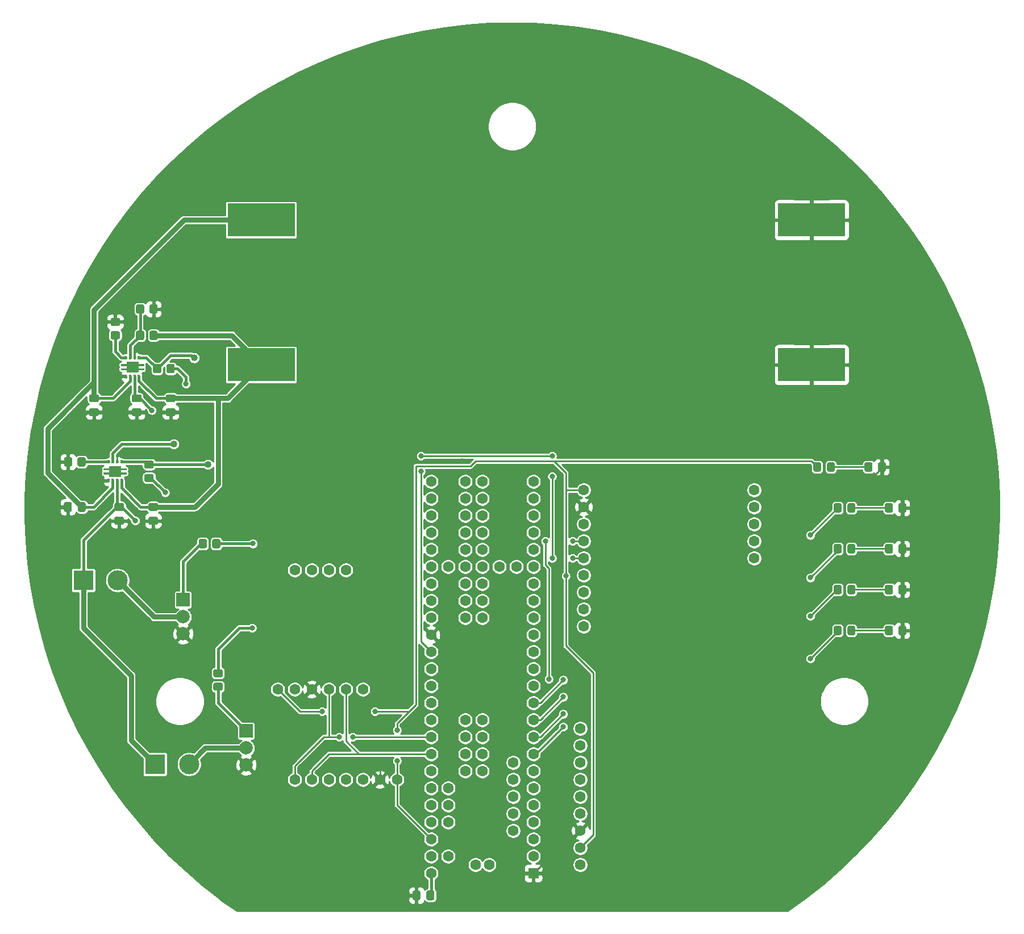
<source format=gtl>
G04 #@! TF.GenerationSoftware,KiCad,Pcbnew,(5.1.7)-1*
G04 #@! TF.CreationDate,2021-11-24T22:39:04-05:00*
G04 #@! TF.ProjectId,REV1_FALL_2021,52455631-5f46-4414-9c4c-5f323032312e,rev?*
G04 #@! TF.SameCoordinates,Original*
G04 #@! TF.FileFunction,Copper,L1,Top*
G04 #@! TF.FilePolarity,Positive*
%FSLAX46Y46*%
G04 Gerber Fmt 4.6, Leading zero omitted, Abs format (unit mm)*
G04 Created by KiCad (PCBNEW (5.1.7)-1) date 2021-11-24 22:39:04*
%MOMM*%
%LPD*%
G01*
G04 APERTURE LIST*
G04 #@! TA.AperFunction,EtchedComponent*
%ADD10C,0.010000*%
G04 #@! TD*
G04 #@! TA.AperFunction,SMDPad,CuDef*
%ADD11R,10.000000X5.000000*%
G04 #@! TD*
G04 #@! TA.AperFunction,ComponentPad*
%ADD12C,1.600000*%
G04 #@! TD*
G04 #@! TA.AperFunction,ComponentPad*
%ADD13R,1.600000X1.600000*%
G04 #@! TD*
G04 #@! TA.AperFunction,ComponentPad*
%ADD14R,3.000000X3.000000*%
G04 #@! TD*
G04 #@! TA.AperFunction,ComponentPad*
%ADD15C,3.000000*%
G04 #@! TD*
G04 #@! TA.AperFunction,ComponentPad*
%ADD16R,2.000000X2.000000*%
G04 #@! TD*
G04 #@! TA.AperFunction,ComponentPad*
%ADD17C,2.000000*%
G04 #@! TD*
G04 #@! TA.AperFunction,ComponentPad*
%ADD18C,0.400000*%
G04 #@! TD*
G04 #@! TA.AperFunction,SMDPad,CuDef*
%ADD19R,1.750000X1.500000*%
G04 #@! TD*
G04 #@! TA.AperFunction,SMDPad,CuDef*
%ADD20R,0.310000X0.600000*%
G04 #@! TD*
G04 #@! TA.AperFunction,ViaPad*
%ADD21C,0.800000*%
G04 #@! TD*
G04 #@! TA.AperFunction,ViaPad*
%ADD22C,1.016000*%
G04 #@! TD*
G04 #@! TA.AperFunction,Conductor*
%ADD23C,0.250000*%
G04 #@! TD*
G04 #@! TA.AperFunction,Conductor*
%ADD24C,0.431800*%
G04 #@! TD*
G04 #@! TA.AperFunction,Conductor*
%ADD25C,0.762000*%
G04 #@! TD*
G04 #@! TA.AperFunction,Conductor*
%ADD26C,0.240000*%
G04 #@! TD*
G04 #@! TA.AperFunction,Conductor*
%ADD27C,0.100000*%
G04 #@! TD*
G04 APERTURE END LIST*
D10*
G36*
X42023000Y-96405000D02*
G01*
X42023000Y-96715000D01*
X42848000Y-96715000D01*
X42848000Y-96945000D01*
X42023000Y-96945000D01*
X42023000Y-97365000D01*
X42848000Y-97365000D01*
X42848000Y-97595000D01*
X42023000Y-97595000D01*
X42023000Y-97905000D01*
X40273000Y-97905000D01*
X40273000Y-97595000D01*
X39448000Y-97595000D01*
X39448000Y-97365000D01*
X40273000Y-97365000D01*
X40273000Y-96945000D01*
X39448000Y-96945000D01*
X39448000Y-96715000D01*
X40273000Y-96715000D01*
X40273000Y-96405000D01*
X42023000Y-96405000D01*
G37*
X42023000Y-96405000D02*
X42023000Y-96715000D01*
X42848000Y-96715000D01*
X42848000Y-96945000D01*
X42023000Y-96945000D01*
X42023000Y-97365000D01*
X42848000Y-97365000D01*
X42848000Y-97595000D01*
X42023000Y-97595000D01*
X42023000Y-97905000D01*
X40273000Y-97905000D01*
X40273000Y-97595000D01*
X39448000Y-97595000D01*
X39448000Y-97365000D01*
X40273000Y-97365000D01*
X40273000Y-96945000D01*
X39448000Y-96945000D01*
X39448000Y-96715000D01*
X40273000Y-96715000D01*
X40273000Y-96405000D01*
X42023000Y-96405000D01*
G36*
X44626500Y-80847500D02*
G01*
X44626500Y-81157500D01*
X45451500Y-81157500D01*
X45451500Y-81387500D01*
X44626500Y-81387500D01*
X44626500Y-81807500D01*
X45451500Y-81807500D01*
X45451500Y-82037500D01*
X44626500Y-82037500D01*
X44626500Y-82347500D01*
X42876500Y-82347500D01*
X42876500Y-82037500D01*
X42051500Y-82037500D01*
X42051500Y-81807500D01*
X42876500Y-81807500D01*
X42876500Y-81387500D01*
X42051500Y-81387500D01*
X42051500Y-81157500D01*
X42876500Y-81157500D01*
X42876500Y-80847500D01*
X44626500Y-80847500D01*
G37*
X44626500Y-80847500D02*
X44626500Y-81157500D01*
X45451500Y-81157500D01*
X45451500Y-81387500D01*
X44626500Y-81387500D01*
X44626500Y-81807500D01*
X45451500Y-81807500D01*
X45451500Y-82037500D01*
X44626500Y-82037500D01*
X44626500Y-82347500D01*
X42876500Y-82347500D01*
X42876500Y-82037500D01*
X42051500Y-82037500D01*
X42051500Y-81807500D01*
X42876500Y-81807500D01*
X42876500Y-81387500D01*
X42051500Y-81387500D01*
X42051500Y-81157500D01*
X42876500Y-81157500D01*
X42876500Y-80847500D01*
X44626500Y-80847500D01*
D11*
X144945000Y-81280000D03*
X62945000Y-81280000D03*
X144945000Y-59690000D03*
X62945000Y-59690000D03*
D12*
X110490000Y-155829000D03*
X110490000Y-153289000D03*
X110490000Y-150749000D03*
X110490000Y-148209000D03*
X110490000Y-145669000D03*
X110490000Y-143129000D03*
X110490000Y-140589000D03*
X110490000Y-138049000D03*
X110490000Y-135509000D03*
X83185000Y-143129000D03*
X80645000Y-143129000D03*
X78105000Y-143129000D03*
X75565000Y-143129000D03*
X73025000Y-143129000D03*
X70485000Y-143129000D03*
X67945000Y-143129000D03*
X65405000Y-129667000D03*
X67945000Y-129667000D03*
X70485000Y-129667000D03*
X73025000Y-129667000D03*
X75565000Y-129667000D03*
X78105000Y-129667000D03*
X67945000Y-111887000D03*
X70485000Y-111887000D03*
X73025000Y-111887000D03*
X75565000Y-111887000D03*
X110998000Y-99949000D03*
X110998000Y-102489000D03*
X110998000Y-105029000D03*
X110998000Y-107569000D03*
X110998000Y-110109000D03*
X110998000Y-112649000D03*
X110998000Y-115189000D03*
X110998000Y-117729000D03*
X110998000Y-120269000D03*
X136398000Y-110109000D03*
X136398000Y-107569000D03*
X136398000Y-105029000D03*
X136398000Y-102489000D03*
X136398000Y-99949000D03*
X103505000Y-116459000D03*
X103505000Y-113919000D03*
X103505000Y-111379000D03*
X103505000Y-108839000D03*
X103505000Y-118999000D03*
X103505000Y-121539000D03*
X103505000Y-124079000D03*
X103505000Y-106299000D03*
X103505000Y-103759000D03*
X103505000Y-101219000D03*
X103505000Y-98679000D03*
X100965000Y-111379000D03*
X98425000Y-111379000D03*
X95885000Y-111379000D03*
X93345000Y-111379000D03*
X90805000Y-111379000D03*
X88265000Y-98679000D03*
X88265000Y-101219000D03*
X88265000Y-103759000D03*
X88265000Y-106299000D03*
X88265000Y-108839000D03*
X88265000Y-111379000D03*
X88265000Y-113919000D03*
X88265000Y-116459000D03*
X103505000Y-126619000D03*
X103505000Y-129159000D03*
X103505000Y-131699000D03*
X103505000Y-134239000D03*
X103505000Y-136779000D03*
X103505000Y-139319000D03*
X103505000Y-141859000D03*
X103505000Y-144399000D03*
X103505000Y-146939000D03*
X103505000Y-149479000D03*
X103505000Y-152019000D03*
X103505000Y-154559000D03*
D13*
X103505000Y-157099000D03*
D12*
X88265000Y-118999000D03*
X88265000Y-121539000D03*
X88265000Y-124079000D03*
X88265000Y-126619000D03*
X88265000Y-129159000D03*
X88265000Y-131699000D03*
X88265000Y-134239000D03*
X88265000Y-136779000D03*
X88265000Y-139319000D03*
X88265000Y-141859000D03*
X88265000Y-144399000D03*
X88265000Y-146939000D03*
X88265000Y-149479000D03*
X88265000Y-152019000D03*
X88265000Y-154559000D03*
X88265000Y-157099000D03*
X90805000Y-154559000D03*
X90805000Y-149479000D03*
X90805000Y-146939000D03*
X90805000Y-144399000D03*
X100505000Y-150749000D03*
X100505000Y-148209000D03*
X100505000Y-145669000D03*
X100505000Y-143129000D03*
X100505000Y-140589000D03*
X93345000Y-108839000D03*
X93345000Y-106299000D03*
X93345000Y-103759000D03*
X93345000Y-101219000D03*
X95885000Y-101219000D03*
X95885000Y-103759000D03*
X95885000Y-106299000D03*
X95885000Y-108839000D03*
X93345000Y-98679000D03*
X95885000Y-98679000D03*
X93345000Y-113919000D03*
X95885000Y-113919000D03*
X93345000Y-116459000D03*
X95885000Y-116459000D03*
X93345000Y-118999000D03*
X95885000Y-118999000D03*
X95885000Y-139319000D03*
X95885000Y-141859000D03*
X95885000Y-136779000D03*
X95885000Y-134239000D03*
X93345000Y-134239000D03*
X93345000Y-136779000D03*
X93345000Y-139319000D03*
X93345000Y-141859000D03*
X96895000Y-155829000D03*
X94875000Y-155829000D03*
G04 #@! TA.AperFunction,SMDPad,CuDef*
G36*
G01*
X46388000Y-101880000D02*
X47338000Y-101880000D01*
G75*
G02*
X47588000Y-102130000I0J-250000D01*
G01*
X47588000Y-102805000D01*
G75*
G02*
X47338000Y-103055000I-250000J0D01*
G01*
X46388000Y-103055000D01*
G75*
G02*
X46138000Y-102805000I0J250000D01*
G01*
X46138000Y-102130000D01*
G75*
G02*
X46388000Y-101880000I250000J0D01*
G01*
G37*
G04 #@! TD.AperFunction*
G04 #@! TA.AperFunction,SMDPad,CuDef*
G36*
G01*
X46388000Y-103955000D02*
X47338000Y-103955000D01*
G75*
G02*
X47588000Y-104205000I0J-250000D01*
G01*
X47588000Y-104880000D01*
G75*
G02*
X47338000Y-105130000I-250000J0D01*
G01*
X46388000Y-105130000D01*
G75*
G02*
X46138000Y-104880000I0J250000D01*
G01*
X46138000Y-104205000D01*
G75*
G02*
X46388000Y-103955000I250000J0D01*
G01*
G37*
G04 #@! TD.AperFunction*
G04 #@! TA.AperFunction,SMDPad,CuDef*
G36*
G01*
X34729000Y-102014000D02*
X34729000Y-102964000D01*
G75*
G02*
X34479000Y-103214000I-250000J0D01*
G01*
X33804000Y-103214000D01*
G75*
G02*
X33554000Y-102964000I0J250000D01*
G01*
X33554000Y-102014000D01*
G75*
G02*
X33804000Y-101764000I250000J0D01*
G01*
X34479000Y-101764000D01*
G75*
G02*
X34729000Y-102014000I0J-250000D01*
G01*
G37*
G04 #@! TD.AperFunction*
G04 #@! TA.AperFunction,SMDPad,CuDef*
G36*
G01*
X36804000Y-102014000D02*
X36804000Y-102964000D01*
G75*
G02*
X36554000Y-103214000I-250000J0D01*
G01*
X35879000Y-103214000D01*
G75*
G02*
X35629000Y-102964000I0J250000D01*
G01*
X35629000Y-102014000D01*
G75*
G02*
X35879000Y-101764000I250000J0D01*
G01*
X36554000Y-101764000D01*
G75*
G02*
X36804000Y-102014000I0J-250000D01*
G01*
G37*
G04 #@! TD.AperFunction*
G04 #@! TA.AperFunction,SMDPad,CuDef*
G36*
G01*
X41308000Y-101880000D02*
X42258000Y-101880000D01*
G75*
G02*
X42508000Y-102130000I0J-250000D01*
G01*
X42508000Y-102805000D01*
G75*
G02*
X42258000Y-103055000I-250000J0D01*
G01*
X41308000Y-103055000D01*
G75*
G02*
X41058000Y-102805000I0J250000D01*
G01*
X41058000Y-102130000D01*
G75*
G02*
X41308000Y-101880000I250000J0D01*
G01*
G37*
G04 #@! TD.AperFunction*
G04 #@! TA.AperFunction,SMDPad,CuDef*
G36*
G01*
X41308000Y-103955000D02*
X42258000Y-103955000D01*
G75*
G02*
X42508000Y-104205000I0J-250000D01*
G01*
X42508000Y-104880000D01*
G75*
G02*
X42258000Y-105130000I-250000J0D01*
G01*
X41308000Y-105130000D01*
G75*
G02*
X41058000Y-104880000I0J250000D01*
G01*
X41058000Y-104205000D01*
G75*
G02*
X41308000Y-103955000I250000J0D01*
G01*
G37*
G04 #@! TD.AperFunction*
G04 #@! TA.AperFunction,SMDPad,CuDef*
G36*
G01*
X48991500Y-85687500D02*
X49941500Y-85687500D01*
G75*
G02*
X50191500Y-85937500I0J-250000D01*
G01*
X50191500Y-86612500D01*
G75*
G02*
X49941500Y-86862500I-250000J0D01*
G01*
X48991500Y-86862500D01*
G75*
G02*
X48741500Y-86612500I0J250000D01*
G01*
X48741500Y-85937500D01*
G75*
G02*
X48991500Y-85687500I250000J0D01*
G01*
G37*
G04 #@! TD.AperFunction*
G04 #@! TA.AperFunction,SMDPad,CuDef*
G36*
G01*
X48991500Y-87762500D02*
X49941500Y-87762500D01*
G75*
G02*
X50191500Y-88012500I0J-250000D01*
G01*
X50191500Y-88687500D01*
G75*
G02*
X49941500Y-88937500I-250000J0D01*
G01*
X48991500Y-88937500D01*
G75*
G02*
X48741500Y-88687500I0J250000D01*
G01*
X48741500Y-88012500D01*
G75*
G02*
X48991500Y-87762500I250000J0D01*
G01*
G37*
G04 #@! TD.AperFunction*
G04 #@! TA.AperFunction,SMDPad,CuDef*
G36*
G01*
X37561500Y-87762500D02*
X38511500Y-87762500D01*
G75*
G02*
X38761500Y-88012500I0J-250000D01*
G01*
X38761500Y-88687500D01*
G75*
G02*
X38511500Y-88937500I-250000J0D01*
G01*
X37561500Y-88937500D01*
G75*
G02*
X37311500Y-88687500I0J250000D01*
G01*
X37311500Y-88012500D01*
G75*
G02*
X37561500Y-87762500I250000J0D01*
G01*
G37*
G04 #@! TD.AperFunction*
G04 #@! TA.AperFunction,SMDPad,CuDef*
G36*
G01*
X37561500Y-85687500D02*
X38511500Y-85687500D01*
G75*
G02*
X38761500Y-85937500I0J-250000D01*
G01*
X38761500Y-86612500D01*
G75*
G02*
X38511500Y-86862500I-250000J0D01*
G01*
X37561500Y-86862500D01*
G75*
G02*
X37311500Y-86612500I0J250000D01*
G01*
X37311500Y-85937500D01*
G75*
G02*
X37561500Y-85687500I250000J0D01*
G01*
G37*
G04 #@! TD.AperFunction*
G04 #@! TA.AperFunction,SMDPad,CuDef*
G36*
G01*
X43911500Y-87762500D02*
X44861500Y-87762500D01*
G75*
G02*
X45111500Y-88012500I0J-250000D01*
G01*
X45111500Y-88687500D01*
G75*
G02*
X44861500Y-88937500I-250000J0D01*
G01*
X43911500Y-88937500D01*
G75*
G02*
X43661500Y-88687500I0J250000D01*
G01*
X43661500Y-88012500D01*
G75*
G02*
X43911500Y-87762500I250000J0D01*
G01*
G37*
G04 #@! TD.AperFunction*
G04 #@! TA.AperFunction,SMDPad,CuDef*
G36*
G01*
X43911500Y-85687500D02*
X44861500Y-85687500D01*
G75*
G02*
X45111500Y-85937500I0J-250000D01*
G01*
X45111500Y-86612500D01*
G75*
G02*
X44861500Y-86862500I-250000J0D01*
G01*
X43911500Y-86862500D01*
G75*
G02*
X43661500Y-86612500I0J250000D01*
G01*
X43661500Y-85937500D01*
G75*
G02*
X43911500Y-85687500I250000J0D01*
G01*
G37*
G04 #@! TD.AperFunction*
D14*
X36449000Y-113411000D03*
D15*
X41529000Y-113411000D03*
D16*
X51308000Y-116332000D03*
D17*
X51308000Y-118872000D03*
X51308000Y-121412000D03*
G04 #@! TA.AperFunction,SMDPad,CuDef*
G36*
G01*
X47510500Y-76448499D02*
X47510500Y-77348501D01*
G75*
G02*
X47260501Y-77598500I-249999J0D01*
G01*
X46560499Y-77598500D01*
G75*
G02*
X46310500Y-77348501I0J249999D01*
G01*
X46310500Y-76448499D01*
G75*
G02*
X46560499Y-76198500I249999J0D01*
G01*
X47260501Y-76198500D01*
G75*
G02*
X47510500Y-76448499I0J-249999D01*
G01*
G37*
G04 #@! TD.AperFunction*
G04 #@! TA.AperFunction,SMDPad,CuDef*
G36*
G01*
X45510500Y-76448499D02*
X45510500Y-77348501D01*
G75*
G02*
X45260501Y-77598500I-249999J0D01*
G01*
X44560499Y-77598500D01*
G75*
G02*
X44310500Y-77348501I0J249999D01*
G01*
X44310500Y-76448499D01*
G75*
G02*
X44560499Y-76198500I249999J0D01*
G01*
X45260501Y-76198500D01*
G75*
G02*
X45510500Y-76448499I0J-249999D01*
G01*
G37*
G04 #@! TD.AperFunction*
G04 #@! TA.AperFunction,SMDPad,CuDef*
G36*
G01*
X46310500Y-73411501D02*
X46310500Y-72511499D01*
G75*
G02*
X46560499Y-72261500I249999J0D01*
G01*
X47260501Y-72261500D01*
G75*
G02*
X47510500Y-72511499I0J-249999D01*
G01*
X47510500Y-73411501D01*
G75*
G02*
X47260501Y-73661500I-249999J0D01*
G01*
X46560499Y-73661500D01*
G75*
G02*
X46310500Y-73411501I0J249999D01*
G01*
G37*
G04 #@! TD.AperFunction*
G04 #@! TA.AperFunction,SMDPad,CuDef*
G36*
G01*
X44310500Y-73411501D02*
X44310500Y-72511499D01*
G75*
G02*
X44560499Y-72261500I249999J0D01*
G01*
X45260501Y-72261500D01*
G75*
G02*
X45510500Y-72511499I0J-249999D01*
G01*
X45510500Y-73411501D01*
G75*
G02*
X45260501Y-73661500I-249999J0D01*
G01*
X44560499Y-73661500D01*
G75*
G02*
X44310500Y-73411501I0J249999D01*
G01*
G37*
G04 #@! TD.AperFunction*
G04 #@! TA.AperFunction,SMDPad,CuDef*
G36*
G01*
X55645000Y-108400001D02*
X55645000Y-107499999D01*
G75*
G02*
X55894999Y-107250000I249999J0D01*
G01*
X56595001Y-107250000D01*
G75*
G02*
X56845000Y-107499999I0J-249999D01*
G01*
X56845000Y-108400001D01*
G75*
G02*
X56595001Y-108650000I-249999J0D01*
G01*
X55894999Y-108650000D01*
G75*
G02*
X55645000Y-108400001I0J249999D01*
G01*
G37*
G04 #@! TD.AperFunction*
G04 #@! TA.AperFunction,SMDPad,CuDef*
G36*
G01*
X53645000Y-108400001D02*
X53645000Y-107499999D01*
G75*
G02*
X53894999Y-107250000I249999J0D01*
G01*
X54595001Y-107250000D01*
G75*
G02*
X54845000Y-107499999I0J-249999D01*
G01*
X54845000Y-108400001D01*
G75*
G02*
X54595001Y-108650000I-249999J0D01*
G01*
X53894999Y-108650000D01*
G75*
G02*
X53645000Y-108400001I0J249999D01*
G01*
G37*
G04 #@! TD.AperFunction*
G04 #@! TA.AperFunction,SMDPad,CuDef*
G36*
G01*
X35579000Y-96208001D02*
X35579000Y-95307999D01*
G75*
G02*
X35828999Y-95058000I249999J0D01*
G01*
X36529001Y-95058000D01*
G75*
G02*
X36779000Y-95307999I0J-249999D01*
G01*
X36779000Y-96208001D01*
G75*
G02*
X36529001Y-96458000I-249999J0D01*
G01*
X35828999Y-96458000D01*
G75*
G02*
X35579000Y-96208001I0J249999D01*
G01*
G37*
G04 #@! TD.AperFunction*
G04 #@! TA.AperFunction,SMDPad,CuDef*
G36*
G01*
X33579000Y-96208001D02*
X33579000Y-95307999D01*
G75*
G02*
X33828999Y-95058000I249999J0D01*
G01*
X34529001Y-95058000D01*
G75*
G02*
X34779000Y-95307999I0J-249999D01*
G01*
X34779000Y-96208001D01*
G75*
G02*
X34529001Y-96458000I-249999J0D01*
G01*
X33828999Y-96458000D01*
G75*
G02*
X33579000Y-96208001I0J249999D01*
G01*
G37*
G04 #@! TD.AperFunction*
G04 #@! TA.AperFunction,SMDPad,CuDef*
G36*
G01*
X46678001Y-98755000D02*
X45777999Y-98755000D01*
G75*
G02*
X45528000Y-98505001I0J249999D01*
G01*
X45528000Y-97804999D01*
G75*
G02*
X45777999Y-97555000I249999J0D01*
G01*
X46678001Y-97555000D01*
G75*
G02*
X46928000Y-97804999I0J-249999D01*
G01*
X46928000Y-98505001D01*
G75*
G02*
X46678001Y-98755000I-249999J0D01*
G01*
G37*
G04 #@! TD.AperFunction*
G04 #@! TA.AperFunction,SMDPad,CuDef*
G36*
G01*
X46678001Y-96755000D02*
X45777999Y-96755000D01*
G75*
G02*
X45528000Y-96505001I0J249999D01*
G01*
X45528000Y-95804999D01*
G75*
G02*
X45777999Y-95555000I249999J0D01*
G01*
X46678001Y-95555000D01*
G75*
G02*
X46928000Y-95804999I0J-249999D01*
G01*
X46928000Y-96505001D01*
G75*
G02*
X46678001Y-96755000I-249999J0D01*
G01*
G37*
G04 #@! TD.AperFunction*
G04 #@! TA.AperFunction,SMDPad,CuDef*
G36*
G01*
X40761499Y-74282500D02*
X41661501Y-74282500D01*
G75*
G02*
X41911500Y-74532499I0J-249999D01*
G01*
X41911500Y-75232501D01*
G75*
G02*
X41661501Y-75482500I-249999J0D01*
G01*
X40761499Y-75482500D01*
G75*
G02*
X40511500Y-75232501I0J249999D01*
G01*
X40511500Y-74532499D01*
G75*
G02*
X40761499Y-74282500I249999J0D01*
G01*
G37*
G04 #@! TD.AperFunction*
G04 #@! TA.AperFunction,SMDPad,CuDef*
G36*
G01*
X40761499Y-76282500D02*
X41661501Y-76282500D01*
G75*
G02*
X41911500Y-76532499I0J-249999D01*
G01*
X41911500Y-77232501D01*
G75*
G02*
X41661501Y-77482500I-249999J0D01*
G01*
X40761499Y-77482500D01*
G75*
G02*
X40511500Y-77232501I0J249999D01*
G01*
X40511500Y-76532499D01*
G75*
G02*
X40761499Y-76282500I249999J0D01*
G01*
G37*
G04 #@! TD.AperFunction*
G04 #@! TA.AperFunction,SMDPad,CuDef*
G36*
G01*
X50050500Y-81401499D02*
X50050500Y-82301501D01*
G75*
G02*
X49800501Y-82551500I-249999J0D01*
G01*
X49100499Y-82551500D01*
G75*
G02*
X48850500Y-82301501I0J249999D01*
G01*
X48850500Y-81401499D01*
G75*
G02*
X49100499Y-81151500I249999J0D01*
G01*
X49800501Y-81151500D01*
G75*
G02*
X50050500Y-81401499I0J-249999D01*
G01*
G37*
G04 #@! TD.AperFunction*
G04 #@! TA.AperFunction,SMDPad,CuDef*
G36*
G01*
X48050500Y-81401499D02*
X48050500Y-82301501D01*
G75*
G02*
X47800501Y-82551500I-249999J0D01*
G01*
X47100499Y-82551500D01*
G75*
G02*
X46850500Y-82301501I0J249999D01*
G01*
X46850500Y-81401499D01*
G75*
G02*
X47100499Y-81151500I249999J0D01*
G01*
X47800501Y-81151500D01*
G75*
G02*
X48050500Y-81401499I0J-249999D01*
G01*
G37*
G04 #@! TD.AperFunction*
D18*
X40523000Y-97155000D03*
X41148000Y-96655000D03*
X41148000Y-97655000D03*
X41773000Y-97155000D03*
D19*
X41148000Y-97155000D03*
D20*
X42123000Y-98555000D03*
X41473000Y-98555000D03*
X40823000Y-98555000D03*
X40173000Y-98555000D03*
X40173000Y-95755000D03*
X40823000Y-95755000D03*
X41473000Y-95755000D03*
X42123000Y-95755000D03*
X44726500Y-80197500D03*
X44076500Y-80197500D03*
X43426500Y-80197500D03*
X42776500Y-80197500D03*
X42776500Y-82997500D03*
X43426500Y-82997500D03*
X44076500Y-82997500D03*
X44726500Y-82997500D03*
D19*
X43751500Y-81597500D03*
D18*
X44376500Y-81597500D03*
X43751500Y-82097500D03*
X43751500Y-81097500D03*
X43126500Y-81597500D03*
G04 #@! TA.AperFunction,SMDPad,CuDef*
G36*
G01*
X149410000Y-120453999D02*
X149410000Y-121354001D01*
G75*
G02*
X149160001Y-121604000I-249999J0D01*
G01*
X148509999Y-121604000D01*
G75*
G02*
X148260000Y-121354001I0J249999D01*
G01*
X148260000Y-120453999D01*
G75*
G02*
X148509999Y-120204000I249999J0D01*
G01*
X149160001Y-120204000D01*
G75*
G02*
X149410000Y-120453999I0J-249999D01*
G01*
G37*
G04 #@! TD.AperFunction*
G04 #@! TA.AperFunction,SMDPad,CuDef*
G36*
G01*
X151460000Y-120453999D02*
X151460000Y-121354001D01*
G75*
G02*
X151210001Y-121604000I-249999J0D01*
G01*
X150559999Y-121604000D01*
G75*
G02*
X150310000Y-121354001I0J249999D01*
G01*
X150310000Y-120453999D01*
G75*
G02*
X150559999Y-120204000I249999J0D01*
G01*
X151210001Y-120204000D01*
G75*
G02*
X151460000Y-120453999I0J-249999D01*
G01*
G37*
G04 #@! TD.AperFunction*
G04 #@! TA.AperFunction,SMDPad,CuDef*
G36*
G01*
X151460000Y-114357999D02*
X151460000Y-115258001D01*
G75*
G02*
X151210001Y-115508000I-249999J0D01*
G01*
X150559999Y-115508000D01*
G75*
G02*
X150310000Y-115258001I0J249999D01*
G01*
X150310000Y-114357999D01*
G75*
G02*
X150559999Y-114108000I249999J0D01*
G01*
X151210001Y-114108000D01*
G75*
G02*
X151460000Y-114357999I0J-249999D01*
G01*
G37*
G04 #@! TD.AperFunction*
G04 #@! TA.AperFunction,SMDPad,CuDef*
G36*
G01*
X149410000Y-114357999D02*
X149410000Y-115258001D01*
G75*
G02*
X149160001Y-115508000I-249999J0D01*
G01*
X148509999Y-115508000D01*
G75*
G02*
X148260000Y-115258001I0J249999D01*
G01*
X148260000Y-114357999D01*
G75*
G02*
X148509999Y-114108000I249999J0D01*
G01*
X149160001Y-114108000D01*
G75*
G02*
X149410000Y-114357999I0J-249999D01*
G01*
G37*
G04 #@! TD.AperFunction*
G04 #@! TA.AperFunction,SMDPad,CuDef*
G36*
G01*
X151460000Y-108261999D02*
X151460000Y-109162001D01*
G75*
G02*
X151210001Y-109412000I-249999J0D01*
G01*
X150559999Y-109412000D01*
G75*
G02*
X150310000Y-109162001I0J249999D01*
G01*
X150310000Y-108261999D01*
G75*
G02*
X150559999Y-108012000I249999J0D01*
G01*
X151210001Y-108012000D01*
G75*
G02*
X151460000Y-108261999I0J-249999D01*
G01*
G37*
G04 #@! TD.AperFunction*
G04 #@! TA.AperFunction,SMDPad,CuDef*
G36*
G01*
X149410000Y-108261999D02*
X149410000Y-109162001D01*
G75*
G02*
X149160001Y-109412000I-249999J0D01*
G01*
X148509999Y-109412000D01*
G75*
G02*
X148260000Y-109162001I0J249999D01*
G01*
X148260000Y-108261999D01*
G75*
G02*
X148509999Y-108012000I249999J0D01*
G01*
X149160001Y-108012000D01*
G75*
G02*
X149410000Y-108261999I0J-249999D01*
G01*
G37*
G04 #@! TD.AperFunction*
G04 #@! TA.AperFunction,SMDPad,CuDef*
G36*
G01*
X149410000Y-102165999D02*
X149410000Y-103066001D01*
G75*
G02*
X149160001Y-103316000I-249999J0D01*
G01*
X148509999Y-103316000D01*
G75*
G02*
X148260000Y-103066001I0J249999D01*
G01*
X148260000Y-102165999D01*
G75*
G02*
X148509999Y-101916000I249999J0D01*
G01*
X149160001Y-101916000D01*
G75*
G02*
X149410000Y-102165999I0J-249999D01*
G01*
G37*
G04 #@! TD.AperFunction*
G04 #@! TA.AperFunction,SMDPad,CuDef*
G36*
G01*
X151460000Y-102165999D02*
X151460000Y-103066001D01*
G75*
G02*
X151210001Y-103316000I-249999J0D01*
G01*
X150559999Y-103316000D01*
G75*
G02*
X150310000Y-103066001I0J249999D01*
G01*
X150310000Y-102165999D01*
G75*
G02*
X150559999Y-101916000I249999J0D01*
G01*
X151210001Y-101916000D01*
G75*
G02*
X151460000Y-102165999I0J-249999D01*
G01*
G37*
G04 #@! TD.AperFunction*
G04 #@! TA.AperFunction,SMDPad,CuDef*
G36*
G01*
X148412000Y-96069999D02*
X148412000Y-96970001D01*
G75*
G02*
X148162001Y-97220000I-249999J0D01*
G01*
X147511999Y-97220000D01*
G75*
G02*
X147262000Y-96970001I0J249999D01*
G01*
X147262000Y-96069999D01*
G75*
G02*
X147511999Y-95820000I249999J0D01*
G01*
X148162001Y-95820000D01*
G75*
G02*
X148412000Y-96069999I0J-249999D01*
G01*
G37*
G04 #@! TD.AperFunction*
G04 #@! TA.AperFunction,SMDPad,CuDef*
G36*
G01*
X146362000Y-96069999D02*
X146362000Y-96970001D01*
G75*
G02*
X146112001Y-97220000I-249999J0D01*
G01*
X145461999Y-97220000D01*
G75*
G02*
X145212000Y-96970001I0J249999D01*
G01*
X145212000Y-96069999D01*
G75*
G02*
X145461999Y-95820000I249999J0D01*
G01*
X146112001Y-95820000D01*
G75*
G02*
X146362000Y-96069999I0J-249999D01*
G01*
G37*
G04 #@! TD.AperFunction*
G04 #@! TA.AperFunction,SMDPad,CuDef*
G36*
G01*
X155880000Y-121354001D02*
X155880000Y-120453999D01*
G75*
G02*
X156129999Y-120204000I249999J0D01*
G01*
X156830001Y-120204000D01*
G75*
G02*
X157080000Y-120453999I0J-249999D01*
G01*
X157080000Y-121354001D01*
G75*
G02*
X156830001Y-121604000I-249999J0D01*
G01*
X156129999Y-121604000D01*
G75*
G02*
X155880000Y-121354001I0J249999D01*
G01*
G37*
G04 #@! TD.AperFunction*
G04 #@! TA.AperFunction,SMDPad,CuDef*
G36*
G01*
X157880000Y-121354001D02*
X157880000Y-120453999D01*
G75*
G02*
X158129999Y-120204000I249999J0D01*
G01*
X158830001Y-120204000D01*
G75*
G02*
X159080000Y-120453999I0J-249999D01*
G01*
X159080000Y-121354001D01*
G75*
G02*
X158830001Y-121604000I-249999J0D01*
G01*
X158129999Y-121604000D01*
G75*
G02*
X157880000Y-121354001I0J249999D01*
G01*
G37*
G04 #@! TD.AperFunction*
G04 #@! TA.AperFunction,SMDPad,CuDef*
G36*
G01*
X157880000Y-115258001D02*
X157880000Y-114357999D01*
G75*
G02*
X158129999Y-114108000I249999J0D01*
G01*
X158830001Y-114108000D01*
G75*
G02*
X159080000Y-114357999I0J-249999D01*
G01*
X159080000Y-115258001D01*
G75*
G02*
X158830001Y-115508000I-249999J0D01*
G01*
X158129999Y-115508000D01*
G75*
G02*
X157880000Y-115258001I0J249999D01*
G01*
G37*
G04 #@! TD.AperFunction*
G04 #@! TA.AperFunction,SMDPad,CuDef*
G36*
G01*
X155880000Y-115258001D02*
X155880000Y-114357999D01*
G75*
G02*
X156129999Y-114108000I249999J0D01*
G01*
X156830001Y-114108000D01*
G75*
G02*
X157080000Y-114357999I0J-249999D01*
G01*
X157080000Y-115258001D01*
G75*
G02*
X156830001Y-115508000I-249999J0D01*
G01*
X156129999Y-115508000D01*
G75*
G02*
X155880000Y-115258001I0J249999D01*
G01*
G37*
G04 #@! TD.AperFunction*
G04 #@! TA.AperFunction,SMDPad,CuDef*
G36*
G01*
X155880000Y-109162001D02*
X155880000Y-108261999D01*
G75*
G02*
X156129999Y-108012000I249999J0D01*
G01*
X156830001Y-108012000D01*
G75*
G02*
X157080000Y-108261999I0J-249999D01*
G01*
X157080000Y-109162001D01*
G75*
G02*
X156830001Y-109412000I-249999J0D01*
G01*
X156129999Y-109412000D01*
G75*
G02*
X155880000Y-109162001I0J249999D01*
G01*
G37*
G04 #@! TD.AperFunction*
G04 #@! TA.AperFunction,SMDPad,CuDef*
G36*
G01*
X157880000Y-109162001D02*
X157880000Y-108261999D01*
G75*
G02*
X158129999Y-108012000I249999J0D01*
G01*
X158830001Y-108012000D01*
G75*
G02*
X159080000Y-108261999I0J-249999D01*
G01*
X159080000Y-109162001D01*
G75*
G02*
X158830001Y-109412000I-249999J0D01*
G01*
X158129999Y-109412000D01*
G75*
G02*
X157880000Y-109162001I0J249999D01*
G01*
G37*
G04 #@! TD.AperFunction*
G04 #@! TA.AperFunction,SMDPad,CuDef*
G36*
G01*
X155880000Y-103066001D02*
X155880000Y-102165999D01*
G75*
G02*
X156129999Y-101916000I249999J0D01*
G01*
X156830001Y-101916000D01*
G75*
G02*
X157080000Y-102165999I0J-249999D01*
G01*
X157080000Y-103066001D01*
G75*
G02*
X156830001Y-103316000I-249999J0D01*
G01*
X156129999Y-103316000D01*
G75*
G02*
X155880000Y-103066001I0J249999D01*
G01*
G37*
G04 #@! TD.AperFunction*
G04 #@! TA.AperFunction,SMDPad,CuDef*
G36*
G01*
X157880000Y-103066001D02*
X157880000Y-102165999D01*
G75*
G02*
X158129999Y-101916000I249999J0D01*
G01*
X158830001Y-101916000D01*
G75*
G02*
X159080000Y-102165999I0J-249999D01*
G01*
X159080000Y-103066001D01*
G75*
G02*
X158830001Y-103316000I-249999J0D01*
G01*
X158129999Y-103316000D01*
G75*
G02*
X157880000Y-103066001I0J249999D01*
G01*
G37*
G04 #@! TD.AperFunction*
G04 #@! TA.AperFunction,SMDPad,CuDef*
G36*
G01*
X154832000Y-96970001D02*
X154832000Y-96069999D01*
G75*
G02*
X155081999Y-95820000I249999J0D01*
G01*
X155782001Y-95820000D01*
G75*
G02*
X156032000Y-96069999I0J-249999D01*
G01*
X156032000Y-96970001D01*
G75*
G02*
X155782001Y-97220000I-249999J0D01*
G01*
X155081999Y-97220000D01*
G75*
G02*
X154832000Y-96970001I0J249999D01*
G01*
G37*
G04 #@! TD.AperFunction*
G04 #@! TA.AperFunction,SMDPad,CuDef*
G36*
G01*
X152832000Y-96970001D02*
X152832000Y-96069999D01*
G75*
G02*
X153081999Y-95820000I249999J0D01*
G01*
X153782001Y-95820000D01*
G75*
G02*
X154032000Y-96069999I0J-249999D01*
G01*
X154032000Y-96970001D01*
G75*
G02*
X153782001Y-97220000I-249999J0D01*
G01*
X153081999Y-97220000D01*
G75*
G02*
X152832000Y-96970001I0J249999D01*
G01*
G37*
G04 #@! TD.AperFunction*
G04 #@! TA.AperFunction,SMDPad,CuDef*
G36*
G01*
X88747000Y-159926000D02*
X88747000Y-160876000D01*
G75*
G02*
X88497000Y-161126000I-250000J0D01*
G01*
X87822000Y-161126000D01*
G75*
G02*
X87572000Y-160876000I0J250000D01*
G01*
X87572000Y-159926000D01*
G75*
G02*
X87822000Y-159676000I250000J0D01*
G01*
X88497000Y-159676000D01*
G75*
G02*
X88747000Y-159926000I0J-250000D01*
G01*
G37*
G04 #@! TD.AperFunction*
G04 #@! TA.AperFunction,SMDPad,CuDef*
G36*
G01*
X86672000Y-159926000D02*
X86672000Y-160876000D01*
G75*
G02*
X86422000Y-161126000I-250000J0D01*
G01*
X85747000Y-161126000D01*
G75*
G02*
X85497000Y-160876000I0J250000D01*
G01*
X85497000Y-159926000D01*
G75*
G02*
X85747000Y-159676000I250000J0D01*
G01*
X86422000Y-159676000D01*
G75*
G02*
X86672000Y-159926000I0J-250000D01*
G01*
G37*
G04 #@! TD.AperFunction*
D14*
X47117000Y-140843000D03*
D15*
X52197000Y-140843000D03*
D16*
X60706000Y-135890000D03*
D17*
X60706000Y-138430000D03*
X60706000Y-140970000D03*
G04 #@! TA.AperFunction,SMDPad,CuDef*
G36*
G01*
X56965001Y-129870000D02*
X56064999Y-129870000D01*
G75*
G02*
X55815000Y-129620001I0J249999D01*
G01*
X55815000Y-128919999D01*
G75*
G02*
X56064999Y-128670000I249999J0D01*
G01*
X56965001Y-128670000D01*
G75*
G02*
X57215000Y-128919999I0J-249999D01*
G01*
X57215000Y-129620001D01*
G75*
G02*
X56965001Y-129870000I-249999J0D01*
G01*
G37*
G04 #@! TD.AperFunction*
G04 #@! TA.AperFunction,SMDPad,CuDef*
G36*
G01*
X56965001Y-127870000D02*
X56064999Y-127870000D01*
G75*
G02*
X55815000Y-127620001I0J249999D01*
G01*
X55815000Y-126919999D01*
G75*
G02*
X56064999Y-126670000I249999J0D01*
G01*
X56965001Y-126670000D01*
G75*
G02*
X57215000Y-126919999I0J-249999D01*
G01*
X57215000Y-127620001D01*
G75*
G02*
X56965001Y-127870000I-249999J0D01*
G01*
G37*
G04 #@! TD.AperFunction*
D21*
X105791000Y-128143000D03*
X109347000Y-107569000D03*
X105283000Y-107569000D03*
X86741000Y-97155000D03*
X86741000Y-94869000D03*
X109347000Y-110109000D03*
X106294347Y-97921653D03*
X106299000Y-94869000D03*
X106299000Y-110109000D03*
X74544347Y-136783653D03*
X76585653Y-136774347D03*
X72009000Y-132969000D03*
X79887653Y-132964347D03*
X83185000Y-140335000D03*
X83185000Y-135763000D03*
X108331000Y-112776000D03*
X96647000Y-96647000D03*
X92837000Y-95631000D03*
X80645000Y-140335000D03*
X80640347Y-131694347D03*
X107315000Y-102489000D03*
X85217000Y-121539000D03*
D22*
X54864000Y-89408000D03*
X52832000Y-91440000D03*
X49784000Y-91440000D03*
X43180000Y-91440000D03*
X40132000Y-91440000D03*
X37084000Y-91440000D03*
X34036000Y-91440000D03*
X39624000Y-78740000D03*
X40132000Y-81280000D03*
X40132000Y-84328000D03*
X53848000Y-84836000D03*
X55880000Y-83820000D03*
X45212000Y-78740000D03*
X48260000Y-78740000D03*
X51308000Y-78740000D03*
X54356000Y-78740000D03*
X55880000Y-80264000D03*
X45212000Y-100584000D03*
X49784000Y-98044000D03*
X51816000Y-100076000D03*
X49784000Y-104648000D03*
X52832000Y-104648000D03*
D21*
X160020000Y-136525000D03*
X160020000Y-132715000D03*
X160020000Y-128905000D03*
X160020000Y-125730000D03*
X163830000Y-125095000D03*
X163830000Y-121920000D03*
X163830000Y-118110000D03*
X163830000Y-114300000D03*
X163830000Y-110490000D03*
X163830000Y-106680000D03*
X163830000Y-102870000D03*
X163830000Y-99060000D03*
X163830000Y-95250000D03*
X160020000Y-95250000D03*
X160020000Y-91440000D03*
X160020000Y-87630000D03*
X160020000Y-83820000D03*
X160020000Y-80010000D03*
X160020000Y-76200000D03*
X114935000Y-157480000D03*
X114935000Y-153670000D03*
X114935000Y-149860000D03*
X114935000Y-146050000D03*
X114935000Y-142240000D03*
X114935000Y-138430000D03*
X114935000Y-134620000D03*
X142875000Y-131445000D03*
X139065000Y-131445000D03*
X135255000Y-131445000D03*
X131445000Y-131445000D03*
X127635000Y-131445000D03*
X123825000Y-131445000D03*
X120015000Y-131445000D03*
X116205000Y-131445000D03*
X126365000Y-116840000D03*
X122555000Y-116840000D03*
X118745000Y-116840000D03*
X114935000Y-116840000D03*
X114935000Y-120650000D03*
X118745000Y-120650000D03*
X122555000Y-120650000D03*
X126365000Y-120650000D03*
X78740000Y-99060000D03*
X74930000Y-99060000D03*
X71120000Y-99060000D03*
X67310000Y-99060000D03*
X63500000Y-99060000D03*
X59690000Y-99060000D03*
X59690000Y-104775000D03*
X63500000Y-104775000D03*
X67310000Y-104775000D03*
X71120000Y-104775000D03*
X74930000Y-104775000D03*
X78740000Y-104775000D03*
X142240000Y-90805000D03*
X138430000Y-90805000D03*
X134620000Y-90805000D03*
X130810000Y-90805000D03*
X127000000Y-90805000D03*
X123190000Y-90805000D03*
X119380000Y-90805000D03*
X115570000Y-90805000D03*
X111760000Y-90805000D03*
X107950000Y-90805000D03*
X104140000Y-90805000D03*
X100330000Y-90805000D03*
X96520000Y-90805000D03*
X92710000Y-90805000D03*
X88900000Y-90805000D03*
X85090000Y-90805000D03*
X81280000Y-90805000D03*
X59690000Y-93980000D03*
X63500000Y-93980000D03*
X67310000Y-93980000D03*
X71120000Y-93980000D03*
X74930000Y-93980000D03*
X52070000Y-106680000D03*
X41910000Y-106680000D03*
X46990000Y-106680000D03*
X46990000Y-110490000D03*
X46990000Y-114300000D03*
X41910000Y-119380000D03*
X41910000Y-121920000D03*
X45720000Y-121920000D03*
X45720000Y-125730000D03*
X49530000Y-125730000D03*
X53340000Y-125730000D03*
X54610000Y-121920000D03*
X54610000Y-116840000D03*
X54610000Y-111760000D03*
X81280000Y-160020000D03*
X76200000Y-160020000D03*
X73660000Y-157480000D03*
X71120000Y-154940000D03*
X68580000Y-152400000D03*
X66040000Y-149860000D03*
X63500000Y-147320000D03*
X60960000Y-144780000D03*
X68580000Y-137160000D03*
X60960000Y-127000000D03*
X58420000Y-124460000D03*
X58420000Y-119380000D03*
X58420000Y-114300000D03*
X68580000Y-158750000D03*
X63500000Y-153670000D03*
X63500000Y-158750000D03*
X58420000Y-158750000D03*
X53340000Y-153670000D03*
X58420000Y-153670000D03*
X58420000Y-148590000D03*
X53340000Y-148590000D03*
X48260000Y-148590000D03*
X43180000Y-143510000D03*
X40640000Y-139700000D03*
X39370000Y-134620000D03*
X39370000Y-130810000D03*
X36830000Y-125730000D03*
X33020000Y-121920000D03*
X31750000Y-116840000D03*
X31750000Y-111760000D03*
X33020000Y-106680000D03*
X80010000Y-111252000D03*
X80010000Y-118110000D03*
X80010000Y-123190000D03*
X77470000Y-125730000D03*
X72390000Y-125730000D03*
X67310000Y-125730000D03*
X64770000Y-123190000D03*
X69850000Y-123190000D03*
X74930000Y-123190000D03*
X74930000Y-118110000D03*
X69850000Y-118110000D03*
X64770000Y-118110000D03*
X50800000Y-73660000D03*
X50800000Y-69850000D03*
X50800000Y-66040000D03*
X54610000Y-66040000D03*
X54610000Y-69850000D03*
X58420000Y-69850000D03*
X58420000Y-66040000D03*
X62230000Y-66040000D03*
X62230000Y-69850000D03*
X62230000Y-73660000D03*
X58420000Y-73660000D03*
X54610000Y-73660000D03*
X114935000Y-97790000D03*
X114935000Y-101600000D03*
X114935000Y-105410000D03*
X114935000Y-109220000D03*
X114935000Y-113030000D03*
X48641000Y-100330000D03*
X44196000Y-104521000D03*
X51752500Y-84137500D03*
X46672500Y-88074500D03*
D22*
X54991000Y-96139000D03*
X52959000Y-80264000D03*
X49911000Y-93091000D03*
D21*
X107950000Y-135255000D03*
X144780000Y-125095000D03*
X107950000Y-133350000D03*
X144780000Y-118745000D03*
X107950000Y-130810000D03*
X144780000Y-113030000D03*
X107950000Y-128270000D03*
X144780000Y-106680000D03*
X61722000Y-107950000D03*
X61595000Y-120523000D03*
D23*
X110998000Y-107569000D02*
X109347000Y-107569000D01*
X105283000Y-111125000D02*
X105283000Y-107569000D01*
X105791000Y-111633000D02*
X105283000Y-111125000D01*
X105791000Y-128143000D02*
X105791000Y-111633000D01*
X104140000Y-152019000D02*
X103505000Y-152019000D01*
X104140000Y-154559000D02*
X103505000Y-154559000D01*
X88265000Y-124079000D02*
X86741000Y-122555000D01*
X86741000Y-122555000D02*
X86741000Y-97155000D01*
X110998000Y-110109000D02*
X109347000Y-110109000D01*
X106299000Y-94869000D02*
X104267000Y-94869000D01*
X104267000Y-94869000D02*
X104521000Y-94869000D01*
X86741000Y-94869000D02*
X104267000Y-94869000D01*
X106299000Y-97926306D02*
X106294347Y-97921653D01*
X106299000Y-110109000D02*
X106299000Y-97926306D01*
X67945000Y-141097000D02*
X67945000Y-143129000D01*
X72263000Y-136779000D02*
X67945000Y-141097000D01*
X74539694Y-136779000D02*
X74544347Y-136783653D01*
X72263000Y-136779000D02*
X73025000Y-136779000D01*
X73025000Y-136779000D02*
X74539694Y-136779000D01*
X88260347Y-136774347D02*
X88265000Y-136779000D01*
X82672347Y-136774347D02*
X88260347Y-136774347D01*
X76585653Y-136774347D02*
X82672347Y-136774347D01*
X73025000Y-129667000D02*
X73025000Y-136779000D01*
X70485000Y-141859000D02*
X73025000Y-139319000D01*
X70485000Y-143129000D02*
X70485000Y-141859000D01*
X78105000Y-139319000D02*
X77470000Y-139319000D01*
X77470000Y-139319000D02*
X73025000Y-139319000D01*
X88265000Y-139319000D02*
X78105000Y-139319000D01*
X75565000Y-129667000D02*
X75565000Y-137414000D01*
X75565000Y-137414000D02*
X77470000Y-139319000D01*
X79887653Y-132964347D02*
X84967653Y-132964347D01*
X65405000Y-129667000D02*
X68707000Y-132969000D01*
X68707000Y-132969000D02*
X72009000Y-132969000D01*
X83185000Y-135763000D02*
X83185000Y-134747000D01*
X83185000Y-134747000D02*
X84967653Y-132964347D01*
X83185000Y-143129000D02*
X83185000Y-140335000D01*
X94869000Y-95631000D02*
X106553000Y-95631000D01*
X94107000Y-96393000D02*
X94869000Y-95631000D01*
X91059000Y-96393000D02*
X94107000Y-96393000D01*
X106553000Y-95631000D02*
X108331000Y-97409000D01*
X108331000Y-99949000D02*
X108331000Y-97409000D01*
X85979000Y-131953000D02*
X84967653Y-132964347D01*
X85979000Y-131953000D02*
X85979000Y-96393000D01*
X85979000Y-96393000D02*
X91059000Y-96393000D01*
X108331000Y-102235000D02*
X108331000Y-101839998D01*
X108331000Y-123190000D02*
X108331000Y-112776000D01*
X108331000Y-112776000D02*
X108331000Y-102235000D01*
X110998000Y-99949000D02*
X108331000Y-99949000D01*
X108331000Y-99949000D02*
X108331000Y-102235000D01*
X108331000Y-123190000D02*
X112395000Y-127254000D01*
X112395000Y-151384000D02*
X110490000Y-153289000D01*
X112395000Y-127254000D02*
X112395000Y-151384000D01*
X83185000Y-143129000D02*
X83185000Y-146939000D01*
X83185000Y-146939000D02*
X88265000Y-152019000D01*
X106553000Y-95631000D02*
X144898000Y-95631000D01*
X144898000Y-95631000D02*
X145787000Y-96520000D01*
X84704347Y-131694347D02*
X85217000Y-131181694D01*
X85217000Y-131181694D02*
X85217000Y-121539000D01*
X85217000Y-121539000D02*
X85217000Y-113030000D01*
X85217000Y-113030000D02*
X85217000Y-111252000D01*
X85217000Y-111252000D02*
X85217000Y-107315000D01*
X85217000Y-107315000D02*
X85217000Y-95631000D01*
X96647000Y-96647000D02*
X97917000Y-96647000D01*
X97917000Y-96647000D02*
X106045000Y-96647000D01*
X107315000Y-97917000D02*
X107315000Y-102489000D01*
X106045000Y-96647000D02*
X107315000Y-97917000D01*
X85217000Y-95631000D02*
X92837000Y-95631000D01*
X80645000Y-143129000D02*
X80645000Y-140335000D01*
X80640347Y-131694347D02*
X84704347Y-131694347D01*
X107315000Y-147574000D02*
X110490000Y-150749000D01*
X107315000Y-147574000D02*
X107315000Y-153289000D01*
X107315000Y-153289000D02*
X103505000Y-157099000D01*
X38036500Y-88350000D02*
X37126000Y-88350000D01*
X52832000Y-91440000D02*
X54864000Y-89408000D01*
X43180000Y-91440000D02*
X49784000Y-91440000D01*
X37084000Y-91440000D02*
X40132000Y-91440000D01*
X37126000Y-88350000D02*
X34036000Y-91440000D01*
X42776500Y-82997500D02*
X41462500Y-82997500D01*
X39624000Y-80772000D02*
X39624000Y-78740000D01*
X40132000Y-81280000D02*
X39624000Y-80772000D01*
X41462500Y-82997500D02*
X40132000Y-84328000D01*
X44076500Y-80197500D02*
X44076500Y-79367500D01*
X55880000Y-80264000D02*
X55880000Y-83820000D01*
X44076500Y-79367500D02*
X44704000Y-78740000D01*
X44704000Y-78740000D02*
X45212000Y-78740000D01*
X48260000Y-78740000D02*
X51308000Y-78740000D01*
X54356000Y-78740000D02*
X55880000Y-80264000D01*
X46863000Y-104542500D02*
X49678500Y-104542500D01*
X51816000Y-100076000D02*
X49784000Y-98044000D01*
X49678500Y-104542500D02*
X49784000Y-104648000D01*
X107315000Y-102489000D02*
X107315000Y-124714000D01*
X107315000Y-137668000D02*
X107315000Y-147574000D01*
X108966000Y-136017000D02*
X107315000Y-137668000D01*
X108966000Y-126365000D02*
X108966000Y-136017000D01*
X107315000Y-124714000D02*
X108966000Y-126365000D01*
X155432000Y-96520000D02*
X155432000Y-80788000D01*
X160020000Y-132715000D02*
X160020000Y-136525000D01*
X160020000Y-125730000D02*
X160020000Y-128905000D01*
X163830000Y-121920000D02*
X163830000Y-125095000D01*
X163830000Y-114300000D02*
X163830000Y-118110000D01*
X163830000Y-106680000D02*
X163830000Y-110490000D01*
X163830000Y-99060000D02*
X163830000Y-102870000D01*
X160020000Y-95250000D02*
X163830000Y-95250000D01*
X160020000Y-87630000D02*
X160020000Y-91440000D01*
X160020000Y-80010000D02*
X160020000Y-83820000D01*
X155432000Y-80788000D02*
X160020000Y-76200000D01*
X114935000Y-149860000D02*
X114935000Y-153670000D01*
X114935000Y-142240000D02*
X114935000Y-146050000D01*
X114935000Y-134620000D02*
X114935000Y-138430000D01*
X142875000Y-131445000D02*
X139065000Y-131445000D01*
X135255000Y-131445000D02*
X131445000Y-131445000D01*
X127635000Y-131445000D02*
X123825000Y-131445000D01*
X120015000Y-131445000D02*
X116205000Y-131445000D01*
X155432000Y-96520000D02*
X155432000Y-96663000D01*
X118745000Y-116840000D02*
X122555000Y-116840000D01*
X114935000Y-120650000D02*
X114935000Y-116840000D01*
X122555000Y-120650000D02*
X118745000Y-120650000D01*
X126365000Y-99695000D02*
X126365000Y-120650000D01*
X128905000Y-97155000D02*
X126365000Y-99695000D01*
X139065000Y-97155000D02*
X128905000Y-97155000D01*
X141605000Y-99695000D02*
X139065000Y-97155000D01*
X152400000Y-99695000D02*
X141605000Y-99695000D01*
X155432000Y-96663000D02*
X152400000Y-99695000D01*
X85217000Y-107315000D02*
X83820000Y-107315000D01*
X71120000Y-99060000D02*
X74930000Y-99060000D01*
X63500000Y-99060000D02*
X67310000Y-99060000D01*
X59690000Y-104775000D02*
X59690000Y-99060000D01*
X67310000Y-104775000D02*
X63500000Y-104775000D01*
X74930000Y-104775000D02*
X71120000Y-104775000D01*
X81280000Y-104775000D02*
X78740000Y-104775000D01*
X83820000Y-107315000D02*
X81280000Y-104775000D01*
X59690000Y-99060000D02*
X59690000Y-93980000D01*
X138430000Y-90805000D02*
X142240000Y-90805000D01*
X130810000Y-90805000D02*
X134620000Y-90805000D01*
X123190000Y-90805000D02*
X127000000Y-90805000D01*
X115570000Y-90805000D02*
X119380000Y-90805000D01*
X107950000Y-90805000D02*
X111760000Y-90805000D01*
X100330000Y-90805000D02*
X104140000Y-90805000D01*
X92710000Y-90805000D02*
X96520000Y-90805000D01*
X85090000Y-90805000D02*
X88900000Y-90805000D01*
X78105000Y-93980000D02*
X81280000Y-90805000D01*
X74930000Y-93980000D02*
X78105000Y-93980000D01*
X63500000Y-93980000D02*
X67310000Y-93980000D01*
X71120000Y-93980000D02*
X74930000Y-93980000D01*
X86084500Y-160401000D02*
X81661000Y-160401000D01*
X46990000Y-106680000D02*
X41910000Y-106680000D01*
X46990000Y-114300000D02*
X46990000Y-110490000D01*
X41910000Y-121920000D02*
X41910000Y-119380000D01*
X45720000Y-125730000D02*
X45720000Y-121920000D01*
X53340000Y-125730000D02*
X49530000Y-125730000D01*
X54610000Y-116840000D02*
X54610000Y-121920000D01*
X57150000Y-114300000D02*
X54610000Y-111760000D01*
X58420000Y-114300000D02*
X57150000Y-114300000D01*
X81661000Y-160401000D02*
X81280000Y-160020000D01*
X76200000Y-160020000D02*
X73660000Y-157480000D01*
X71120000Y-154940000D02*
X68580000Y-152400000D01*
X66040000Y-149860000D02*
X63500000Y-147320000D01*
X60960000Y-144780000D02*
X68580000Y-137160000D01*
X60960000Y-127000000D02*
X58420000Y-124460000D01*
X58420000Y-119380000D02*
X58420000Y-114300000D01*
X63500000Y-153670000D02*
X68580000Y-158750000D01*
X58420000Y-158750000D02*
X63500000Y-158750000D01*
X58420000Y-153670000D02*
X53340000Y-153670000D01*
X53340000Y-148590000D02*
X58420000Y-148590000D01*
X43180000Y-143510000D02*
X48260000Y-148590000D01*
X40640000Y-135890000D02*
X40640000Y-139700000D01*
X39370000Y-134620000D02*
X40640000Y-135890000D01*
X39370000Y-128270000D02*
X39370000Y-130810000D01*
X36830000Y-125730000D02*
X39370000Y-128270000D01*
X33020000Y-118110000D02*
X33020000Y-121920000D01*
X31750000Y-116840000D02*
X33020000Y-118110000D01*
X31750000Y-107950000D02*
X31750000Y-111760000D01*
X33020000Y-106680000D02*
X31750000Y-107950000D01*
X80010000Y-111252000D02*
X80010000Y-118110000D01*
X74930000Y-118110000D02*
X74930000Y-123190000D01*
X80010000Y-118110000D02*
X80010000Y-123190000D01*
X77470000Y-125730000D02*
X72390000Y-125730000D01*
X67310000Y-125730000D02*
X64770000Y-123190000D01*
X69850000Y-123190000D02*
X74930000Y-123190000D01*
X74930000Y-118110000D02*
X69850000Y-118110000D01*
X80010000Y-111252000D02*
X85217000Y-111252000D01*
X50800000Y-69850000D02*
X50800000Y-73660000D01*
X54610000Y-66040000D02*
X50800000Y-66040000D01*
X58420000Y-69850000D02*
X54610000Y-69850000D01*
X62230000Y-66040000D02*
X58420000Y-66040000D01*
X62230000Y-73660000D02*
X62230000Y-69850000D01*
X54610000Y-73660000D02*
X58420000Y-73660000D01*
X114935000Y-116840000D02*
X114935000Y-113030000D01*
X114935000Y-101600000D02*
X114935000Y-97790000D01*
X114935000Y-109220000D02*
X114935000Y-105410000D01*
D24*
X41473000Y-98555000D02*
X41473000Y-101854000D01*
X41473000Y-101854000D02*
X41473000Y-102157500D01*
X41473000Y-102157500D02*
X41783000Y-102467500D01*
X41783000Y-102467500D02*
X42142500Y-102467500D01*
X46466000Y-98155000D02*
X46228000Y-98155000D01*
X48641000Y-100330000D02*
X46466000Y-98155000D01*
X42142500Y-102467500D02*
X44196000Y-104521000D01*
X41473000Y-101854000D02*
X41473000Y-102418000D01*
X41473000Y-102418000D02*
X36449000Y-107442000D01*
X36449000Y-107442000D02*
X36449000Y-113411000D01*
D25*
X36449000Y-113411000D02*
X36449000Y-120523000D01*
X43561000Y-137287000D02*
X47117000Y-140843000D01*
X43561000Y-127635000D02*
X43561000Y-137287000D01*
X36449000Y-120523000D02*
X43561000Y-127635000D01*
D24*
X44076500Y-82997500D02*
X44076500Y-85534500D01*
X44076500Y-85534500D02*
X44076500Y-85965000D01*
X44076500Y-85965000D02*
X44386500Y-86275000D01*
X44076500Y-85534500D02*
X44076500Y-85717500D01*
X50482500Y-81851500D02*
X49450500Y-81851500D01*
X51752500Y-84137500D02*
X51752500Y-83121500D01*
X51752500Y-83121500D02*
X50482500Y-81851500D01*
X44386500Y-86275000D02*
X44873000Y-86275000D01*
X44873000Y-86275000D02*
X46672500Y-88074500D01*
X88265000Y-157099000D02*
X88265000Y-160295500D01*
X88265000Y-160295500D02*
X88159500Y-160401000D01*
D25*
X51308000Y-118872000D02*
X46990000Y-118872000D01*
X46990000Y-118872000D02*
X41529000Y-113411000D01*
D24*
X54245000Y-107950000D02*
X53975000Y-107950000D01*
X51308000Y-110617000D02*
X51308000Y-116332000D01*
X53975000Y-107950000D02*
X51308000Y-110617000D01*
X44910500Y-72961500D02*
X44910500Y-76898500D01*
X44910500Y-76898500D02*
X43426500Y-78382500D01*
X43426500Y-78382500D02*
X43426500Y-80197500D01*
X40173000Y-95755000D02*
X36182000Y-95755000D01*
X36182000Y-95755000D02*
X36179000Y-95758000D01*
X42123000Y-95755000D02*
X45828000Y-95755000D01*
X45828000Y-95755000D02*
X46228000Y-96155000D01*
X46228000Y-96155000D02*
X54975000Y-96155000D01*
X54975000Y-96155000D02*
X54991000Y-96139000D01*
X42776500Y-80197500D02*
X42097500Y-80197500D01*
X41211500Y-79311500D02*
X41211500Y-76882500D01*
X42097500Y-80197500D02*
X41211500Y-79311500D01*
X44726500Y-80197500D02*
X45796500Y-80197500D01*
X45796500Y-80197500D02*
X47450500Y-81851500D01*
X49419000Y-79883000D02*
X47450500Y-81851500D01*
X52578000Y-79883000D02*
X49419000Y-79883000D01*
X52959000Y-80264000D02*
X52578000Y-79883000D01*
X40823000Y-95755000D02*
X40823000Y-94432000D01*
X42164000Y-93091000D02*
X49911000Y-93091000D01*
X40823000Y-94432000D02*
X42164000Y-93091000D01*
X44726500Y-82997500D02*
X44726500Y-83715500D01*
X47286000Y-86275000D02*
X49466500Y-86275000D01*
X44726500Y-83715500D02*
X47286000Y-86275000D01*
X42123000Y-98555000D02*
X42123000Y-99654000D01*
X44936500Y-102467500D02*
X46863000Y-102467500D01*
X42123000Y-99654000D02*
X44936500Y-102467500D01*
D25*
X56600000Y-86275000D02*
X56515000Y-86275000D01*
X56515000Y-86275000D02*
X49466500Y-86275000D01*
X46863000Y-102467500D02*
X53107500Y-102467500D01*
X56515000Y-99060000D02*
X56515000Y-86275000D01*
X53107500Y-102467500D02*
X56515000Y-99060000D01*
X54673500Y-76898500D02*
X54610000Y-76898500D01*
X54610000Y-76898500D02*
X46910500Y-76898500D01*
X54610000Y-76898500D02*
X58563500Y-76898500D01*
X58563500Y-76898500D02*
X62945000Y-81280000D01*
X56515000Y-86275000D02*
X57950000Y-86275000D01*
X57950000Y-86275000D02*
X62945000Y-81280000D01*
D24*
X43426500Y-82997500D02*
X43426500Y-83700500D01*
X40852000Y-86275000D02*
X38036500Y-86275000D01*
X43426500Y-83700500D02*
X40852000Y-86275000D01*
X40823000Y-98555000D02*
X40823000Y-99639000D01*
X37994500Y-102467500D02*
X36068000Y-102467500D01*
X40823000Y-99639000D02*
X37994500Y-102467500D01*
D25*
X64215000Y-59690000D02*
X51435000Y-59690000D01*
X38036500Y-73088500D02*
X38036500Y-83820000D01*
X38036500Y-83820000D02*
X38036500Y-86275000D01*
X51435000Y-59690000D02*
X38036500Y-73088500D01*
X38036500Y-83820000D02*
X38036500Y-83883500D01*
X31115000Y-97387500D02*
X36216500Y-102489000D01*
X31115000Y-90805000D02*
X31115000Y-97387500D01*
X38036500Y-83883500D02*
X31115000Y-90805000D01*
D23*
X148835000Y-120904000D02*
X148835000Y-121040000D01*
X103886000Y-139319000D02*
X103505000Y-139319000D01*
X107950000Y-135255000D02*
X103886000Y-139319000D01*
X148835000Y-121040000D02*
X144780000Y-125095000D01*
X150885000Y-120904000D02*
X156480000Y-120904000D01*
X150885000Y-114808000D02*
X156480000Y-114808000D01*
X148835000Y-114808000D02*
X148717000Y-114808000D01*
X104521000Y-136779000D02*
X103505000Y-136779000D01*
X107950000Y-133350000D02*
X104521000Y-136779000D01*
X148717000Y-114808000D02*
X144780000Y-118745000D01*
X150885000Y-108712000D02*
X156480000Y-108712000D01*
X148835000Y-108712000D02*
X148835000Y-108975000D01*
X104521000Y-134239000D02*
X103505000Y-134239000D01*
X107950000Y-130810000D02*
X104521000Y-134239000D01*
X148835000Y-108975000D02*
X144780000Y-113030000D01*
X148835000Y-102616000D02*
X148835000Y-102625000D01*
X104521000Y-131699000D02*
X103505000Y-131699000D01*
X107950000Y-128270000D02*
X104521000Y-131699000D01*
X148835000Y-102625000D02*
X144780000Y-106680000D01*
X150885000Y-102616000D02*
X156480000Y-102616000D01*
X147837000Y-96520000D02*
X153432000Y-96520000D01*
D25*
X60706000Y-138430000D02*
X54610000Y-138430000D01*
X54610000Y-138430000D02*
X52197000Y-140843000D01*
D24*
X56515000Y-129270000D02*
X56515000Y-131699000D01*
X56515000Y-131699000D02*
X60706000Y-135890000D01*
X61722000Y-107950000D02*
X56245000Y-107950000D01*
X56515000Y-123698000D02*
X56515000Y-127270000D01*
X56769000Y-123444000D02*
X56515000Y-123698000D01*
X61595000Y-120523000D02*
X59690000Y-120523000D01*
X59690000Y-120523000D02*
X56769000Y-123444000D01*
X56769000Y-127016000D02*
X56515000Y-127270000D01*
D26*
X103493346Y-30384115D02*
X106778254Y-30602232D01*
X110049905Y-30969139D01*
X113301544Y-31484082D01*
X116526448Y-32145992D01*
X119718044Y-32953522D01*
X122869700Y-33904993D01*
X125974965Y-34998459D01*
X129027422Y-36231661D01*
X132020782Y-37602055D01*
X134948910Y-39106833D01*
X137805758Y-40742889D01*
X140585456Y-42506861D01*
X143282262Y-44395104D01*
X145890653Y-46403751D01*
X148405233Y-48528650D01*
X150820811Y-50765410D01*
X153132471Y-53109480D01*
X155335385Y-55555965D01*
X157425076Y-58099894D01*
X159397201Y-60735975D01*
X161247721Y-63458815D01*
X162972824Y-66262803D01*
X164568954Y-69142163D01*
X166032813Y-72090938D01*
X167361405Y-75103096D01*
X168551994Y-78172434D01*
X169602120Y-81292612D01*
X170509623Y-84457213D01*
X171272641Y-87659738D01*
X171889591Y-90893554D01*
X172359211Y-94152027D01*
X172680537Y-97428481D01*
X172852901Y-100716113D01*
X172875950Y-104008170D01*
X172749637Y-107297924D01*
X172474225Y-110578506D01*
X172050272Y-113843280D01*
X171478664Y-117085409D01*
X170760565Y-120298303D01*
X169897466Y-123475288D01*
X168891129Y-126609879D01*
X167743639Y-129695576D01*
X166457352Y-132726049D01*
X165034925Y-135695036D01*
X163479268Y-138596463D01*
X161793596Y-141424334D01*
X159981390Y-144172807D01*
X158046358Y-146836262D01*
X155992503Y-149409188D01*
X153824052Y-151886290D01*
X151545449Y-154262490D01*
X149161422Y-156532861D01*
X146676848Y-158692756D01*
X144096856Y-160737717D01*
X141422739Y-162666432D01*
X141337206Y-162725000D01*
X59328309Y-162725000D01*
X57094756Y-161126000D01*
X84865961Y-161126000D01*
X84878086Y-161249110D01*
X84913996Y-161367488D01*
X84972310Y-161476586D01*
X85050788Y-161572212D01*
X85146414Y-161650690D01*
X85255512Y-161709004D01*
X85373890Y-161744914D01*
X85497000Y-161757039D01*
X85793500Y-161754000D01*
X85950500Y-161597000D01*
X85950500Y-160535000D01*
X85026000Y-160535000D01*
X84869000Y-160692000D01*
X84865961Y-161126000D01*
X57094756Y-161126000D01*
X56767751Y-160891898D01*
X55222556Y-159676000D01*
X84865961Y-159676000D01*
X84869000Y-160110000D01*
X85026000Y-160267000D01*
X85950500Y-160267000D01*
X85950500Y-159205000D01*
X86218500Y-159205000D01*
X86218500Y-160267000D01*
X86238500Y-160267000D01*
X86238500Y-160535000D01*
X86218500Y-160535000D01*
X86218500Y-161597000D01*
X86375500Y-161754000D01*
X86672000Y-161757039D01*
X86795110Y-161744914D01*
X86913488Y-161709004D01*
X87022586Y-161650690D01*
X87118212Y-161572212D01*
X87196690Y-161476586D01*
X87255004Y-161367488D01*
X87290914Y-161249110D01*
X87295406Y-161203498D01*
X87305001Y-161221448D01*
X87382328Y-161315672D01*
X87476552Y-161392999D01*
X87584051Y-161450459D01*
X87700695Y-161485842D01*
X87822000Y-161497790D01*
X88497000Y-161497790D01*
X88618305Y-161485842D01*
X88734949Y-161450459D01*
X88842448Y-161392999D01*
X88936672Y-161315672D01*
X89013999Y-161221448D01*
X89071459Y-161113949D01*
X89106842Y-160997305D01*
X89118790Y-160876000D01*
X89118790Y-159926000D01*
X89106842Y-159804695D01*
X89071459Y-159688051D01*
X89013999Y-159580552D01*
X88936672Y-159486328D01*
X88850900Y-159415937D01*
X88850900Y-158114661D01*
X89010831Y-158007798D01*
X89119629Y-157899000D01*
X102073961Y-157899000D01*
X102086086Y-158022110D01*
X102121996Y-158140488D01*
X102180310Y-158249586D01*
X102258788Y-158345212D01*
X102354414Y-158423690D01*
X102463512Y-158482004D01*
X102581890Y-158517914D01*
X102705000Y-158530039D01*
X103214000Y-158527000D01*
X103371000Y-158370000D01*
X103371000Y-157233000D01*
X103639000Y-157233000D01*
X103639000Y-158370000D01*
X103796000Y-158527000D01*
X104305000Y-158530039D01*
X104428110Y-158517914D01*
X104546488Y-158482004D01*
X104655586Y-158423690D01*
X104751212Y-158345212D01*
X104829690Y-158249586D01*
X104888004Y-158140488D01*
X104923914Y-158022110D01*
X104936039Y-157899000D01*
X104933000Y-157390000D01*
X104776000Y-157233000D01*
X103639000Y-157233000D01*
X103371000Y-157233000D01*
X102234000Y-157233000D01*
X102077000Y-157390000D01*
X102073961Y-157899000D01*
X89119629Y-157899000D01*
X89173798Y-157844831D01*
X89301840Y-157653203D01*
X89390037Y-157440276D01*
X89435000Y-157214235D01*
X89435000Y-156983765D01*
X89390037Y-156757724D01*
X89301840Y-156544797D01*
X89173798Y-156353169D01*
X89010831Y-156190202D01*
X88819203Y-156062160D01*
X88606276Y-155973963D01*
X88380235Y-155929000D01*
X88149765Y-155929000D01*
X87923724Y-155973963D01*
X87710797Y-156062160D01*
X87519169Y-156190202D01*
X87356202Y-156353169D01*
X87228160Y-156544797D01*
X87139963Y-156757724D01*
X87095000Y-156983765D01*
X87095000Y-157214235D01*
X87139963Y-157440276D01*
X87228160Y-157653203D01*
X87356202Y-157844831D01*
X87519169Y-158007798D01*
X87679100Y-158114661D01*
X87679101Y-159322708D01*
X87584051Y-159351541D01*
X87476552Y-159409001D01*
X87382328Y-159486328D01*
X87305001Y-159580552D01*
X87295406Y-159598502D01*
X87290914Y-159552890D01*
X87255004Y-159434512D01*
X87196690Y-159325414D01*
X87118212Y-159229788D01*
X87022586Y-159151310D01*
X86913488Y-159092996D01*
X86795110Y-159057086D01*
X86672000Y-159044961D01*
X86375500Y-159048000D01*
X86218500Y-159205000D01*
X85950500Y-159205000D01*
X85793500Y-159048000D01*
X85497000Y-159044961D01*
X85373890Y-159057086D01*
X85255512Y-159092996D01*
X85146414Y-159151310D01*
X85050788Y-159229788D01*
X84972310Y-159325414D01*
X84913996Y-159434512D01*
X84878086Y-159552890D01*
X84865961Y-159676000D01*
X55222556Y-159676000D01*
X54180557Y-158856062D01*
X51688367Y-156704950D01*
X49297135Y-154443765D01*
X87095000Y-154443765D01*
X87095000Y-154674235D01*
X87139963Y-154900276D01*
X87228160Y-155113203D01*
X87356202Y-155304831D01*
X87519169Y-155467798D01*
X87710797Y-155595840D01*
X87923724Y-155684037D01*
X88149765Y-155729000D01*
X88380235Y-155729000D01*
X88606276Y-155684037D01*
X88819203Y-155595840D01*
X89010831Y-155467798D01*
X89173798Y-155304831D01*
X89301840Y-155113203D01*
X89390037Y-154900276D01*
X89435000Y-154674235D01*
X89435000Y-154443765D01*
X89635000Y-154443765D01*
X89635000Y-154674235D01*
X89679963Y-154900276D01*
X89768160Y-155113203D01*
X89896202Y-155304831D01*
X90059169Y-155467798D01*
X90250797Y-155595840D01*
X90463724Y-155684037D01*
X90689765Y-155729000D01*
X90920235Y-155729000D01*
X90996825Y-155713765D01*
X93705000Y-155713765D01*
X93705000Y-155944235D01*
X93749963Y-156170276D01*
X93838160Y-156383203D01*
X93966202Y-156574831D01*
X94129169Y-156737798D01*
X94320797Y-156865840D01*
X94533724Y-156954037D01*
X94759765Y-156999000D01*
X94990235Y-156999000D01*
X95216276Y-156954037D01*
X95429203Y-156865840D01*
X95620831Y-156737798D01*
X95783798Y-156574831D01*
X95885000Y-156423372D01*
X95986202Y-156574831D01*
X96149169Y-156737798D01*
X96340797Y-156865840D01*
X96553724Y-156954037D01*
X96779765Y-156999000D01*
X97010235Y-156999000D01*
X97236276Y-156954037D01*
X97449203Y-156865840D01*
X97640831Y-156737798D01*
X97803798Y-156574831D01*
X97931840Y-156383203D01*
X97966717Y-156299000D01*
X102073961Y-156299000D01*
X102077000Y-156808000D01*
X102234000Y-156965000D01*
X103371000Y-156965000D01*
X103371000Y-156945000D01*
X103639000Y-156945000D01*
X103639000Y-156965000D01*
X104776000Y-156965000D01*
X104933000Y-156808000D01*
X104936039Y-156299000D01*
X104923914Y-156175890D01*
X104888004Y-156057512D01*
X104829690Y-155948414D01*
X104751212Y-155852788D01*
X104655586Y-155774310D01*
X104546488Y-155715996D01*
X104539134Y-155713765D01*
X109320000Y-155713765D01*
X109320000Y-155944235D01*
X109364963Y-156170276D01*
X109453160Y-156383203D01*
X109581202Y-156574831D01*
X109744169Y-156737798D01*
X109935797Y-156865840D01*
X110148724Y-156954037D01*
X110374765Y-156999000D01*
X110605235Y-156999000D01*
X110831276Y-156954037D01*
X111044203Y-156865840D01*
X111235831Y-156737798D01*
X111398798Y-156574831D01*
X111526840Y-156383203D01*
X111615037Y-156170276D01*
X111660000Y-155944235D01*
X111660000Y-155713765D01*
X111615037Y-155487724D01*
X111526840Y-155274797D01*
X111398798Y-155083169D01*
X111235831Y-154920202D01*
X111044203Y-154792160D01*
X110831276Y-154703963D01*
X110605235Y-154659000D01*
X110374765Y-154659000D01*
X110148724Y-154703963D01*
X109935797Y-154792160D01*
X109744169Y-154920202D01*
X109581202Y-155083169D01*
X109453160Y-155274797D01*
X109364963Y-155487724D01*
X109320000Y-155713765D01*
X104539134Y-155713765D01*
X104428110Y-155680086D01*
X104305000Y-155667961D01*
X103878946Y-155670505D01*
X104059203Y-155595840D01*
X104250831Y-155467798D01*
X104413798Y-155304831D01*
X104541840Y-155113203D01*
X104630037Y-154900276D01*
X104675000Y-154674235D01*
X104675000Y-154443765D01*
X104630037Y-154217724D01*
X104541840Y-154004797D01*
X104413798Y-153813169D01*
X104250831Y-153650202D01*
X104059203Y-153522160D01*
X103846276Y-153433963D01*
X103620235Y-153389000D01*
X103389765Y-153389000D01*
X103163724Y-153433963D01*
X102950797Y-153522160D01*
X102759169Y-153650202D01*
X102596202Y-153813169D01*
X102468160Y-154004797D01*
X102379963Y-154217724D01*
X102335000Y-154443765D01*
X102335000Y-154674235D01*
X102379963Y-154900276D01*
X102468160Y-155113203D01*
X102596202Y-155304831D01*
X102759169Y-155467798D01*
X102950797Y-155595840D01*
X103131054Y-155670505D01*
X102705000Y-155667961D01*
X102581890Y-155680086D01*
X102463512Y-155715996D01*
X102354414Y-155774310D01*
X102258788Y-155852788D01*
X102180310Y-155948414D01*
X102121996Y-156057512D01*
X102086086Y-156175890D01*
X102073961Y-156299000D01*
X97966717Y-156299000D01*
X98020037Y-156170276D01*
X98065000Y-155944235D01*
X98065000Y-155713765D01*
X98020037Y-155487724D01*
X97931840Y-155274797D01*
X97803798Y-155083169D01*
X97640831Y-154920202D01*
X97449203Y-154792160D01*
X97236276Y-154703963D01*
X97010235Y-154659000D01*
X96779765Y-154659000D01*
X96553724Y-154703963D01*
X96340797Y-154792160D01*
X96149169Y-154920202D01*
X95986202Y-155083169D01*
X95885000Y-155234628D01*
X95783798Y-155083169D01*
X95620831Y-154920202D01*
X95429203Y-154792160D01*
X95216276Y-154703963D01*
X94990235Y-154659000D01*
X94759765Y-154659000D01*
X94533724Y-154703963D01*
X94320797Y-154792160D01*
X94129169Y-154920202D01*
X93966202Y-155083169D01*
X93838160Y-155274797D01*
X93749963Y-155487724D01*
X93705000Y-155713765D01*
X90996825Y-155713765D01*
X91146276Y-155684037D01*
X91359203Y-155595840D01*
X91550831Y-155467798D01*
X91713798Y-155304831D01*
X91841840Y-155113203D01*
X91930037Y-154900276D01*
X91975000Y-154674235D01*
X91975000Y-154443765D01*
X91930037Y-154217724D01*
X91841840Y-154004797D01*
X91713798Y-153813169D01*
X91550831Y-153650202D01*
X91359203Y-153522160D01*
X91146276Y-153433963D01*
X90920235Y-153389000D01*
X90689765Y-153389000D01*
X90463724Y-153433963D01*
X90250797Y-153522160D01*
X90059169Y-153650202D01*
X89896202Y-153813169D01*
X89768160Y-154004797D01*
X89679963Y-154217724D01*
X89635000Y-154443765D01*
X89435000Y-154443765D01*
X89390037Y-154217724D01*
X89301840Y-154004797D01*
X89173798Y-153813169D01*
X89010831Y-153650202D01*
X88819203Y-153522160D01*
X88606276Y-153433963D01*
X88380235Y-153389000D01*
X88149765Y-153389000D01*
X87923724Y-153433963D01*
X87710797Y-153522160D01*
X87519169Y-153650202D01*
X87356202Y-153813169D01*
X87228160Y-154004797D01*
X87139963Y-154217724D01*
X87095000Y-154443765D01*
X49297135Y-154443765D01*
X49296315Y-154442990D01*
X47009359Y-152074873D01*
X44832157Y-149605423D01*
X42769235Y-147039770D01*
X40824819Y-144383176D01*
X39002911Y-141641103D01*
X37307266Y-138819205D01*
X35741383Y-135923302D01*
X34308478Y-132959349D01*
X33011496Y-129933430D01*
X31853121Y-126851813D01*
X30835722Y-123720795D01*
X29961410Y-120546875D01*
X29231973Y-117336543D01*
X28648919Y-114096441D01*
X28213446Y-110833218D01*
X27926448Y-107553576D01*
X27788521Y-104264331D01*
X27792166Y-103214000D01*
X32922961Y-103214000D01*
X32935086Y-103337110D01*
X32970996Y-103455488D01*
X33029310Y-103564586D01*
X33107788Y-103660212D01*
X33203414Y-103738690D01*
X33312512Y-103797004D01*
X33430890Y-103832914D01*
X33554000Y-103845039D01*
X33850500Y-103842000D01*
X34007500Y-103685000D01*
X34007500Y-102623000D01*
X33083000Y-102623000D01*
X32926000Y-102780000D01*
X32922961Y-103214000D01*
X27792166Y-103214000D01*
X27799947Y-100972190D01*
X27960701Y-97683975D01*
X28270455Y-94406412D01*
X28728568Y-91146295D01*
X28792432Y-90805000D01*
X30360368Y-90805000D01*
X30364000Y-90841876D01*
X30364001Y-97350614D01*
X30360368Y-97387500D01*
X30364001Y-97424386D01*
X30364001Y-97424387D01*
X30374868Y-97534722D01*
X30385552Y-97569942D01*
X30417810Y-97676285D01*
X30487546Y-97806751D01*
X30557880Y-97892454D01*
X30557885Y-97892459D01*
X30581395Y-97921106D01*
X30610042Y-97944616D01*
X33800918Y-101135492D01*
X33554000Y-101132961D01*
X33430890Y-101145086D01*
X33312512Y-101180996D01*
X33203414Y-101239310D01*
X33107788Y-101317788D01*
X33029310Y-101413414D01*
X32970996Y-101522512D01*
X32935086Y-101640890D01*
X32922961Y-101764000D01*
X32926000Y-102198000D01*
X33083000Y-102355000D01*
X34007500Y-102355000D01*
X34007500Y-102335000D01*
X34275500Y-102335000D01*
X34275500Y-102355000D01*
X34295500Y-102355000D01*
X34295500Y-102623000D01*
X34275500Y-102623000D01*
X34275500Y-103685000D01*
X34432500Y-103842000D01*
X34729000Y-103845039D01*
X34852110Y-103832914D01*
X34970488Y-103797004D01*
X35079586Y-103738690D01*
X35175212Y-103660212D01*
X35253690Y-103564586D01*
X35312004Y-103455488D01*
X35347914Y-103337110D01*
X35352406Y-103291498D01*
X35362001Y-103309448D01*
X35439328Y-103403672D01*
X35533552Y-103480999D01*
X35641051Y-103538459D01*
X35757695Y-103573842D01*
X35879000Y-103585790D01*
X36554000Y-103585790D01*
X36675305Y-103573842D01*
X36791949Y-103538459D01*
X36899448Y-103480999D01*
X36993672Y-103403672D01*
X37070999Y-103309448D01*
X37128459Y-103201949D01*
X37163842Y-103085305D01*
X37166984Y-103053400D01*
X37965728Y-103053400D01*
X37994500Y-103056234D01*
X38023272Y-103053400D01*
X38023275Y-103053400D01*
X38109356Y-103044922D01*
X38219799Y-103011419D01*
X38321583Y-102957014D01*
X38410798Y-102883798D01*
X38429149Y-102861437D01*
X40887101Y-100403486D01*
X40887101Y-101674922D01*
X40868328Y-101690328D01*
X40791001Y-101784552D01*
X40733541Y-101892051D01*
X40698158Y-102008695D01*
X40686210Y-102130000D01*
X40686210Y-102376203D01*
X36055063Y-107007351D01*
X36032702Y-107025702D01*
X35979841Y-107090114D01*
X35959486Y-107114917D01*
X35925630Y-107178257D01*
X35905081Y-107216702D01*
X35871578Y-107327145D01*
X35863117Y-107413051D01*
X35860266Y-107442000D01*
X35863100Y-107470772D01*
X35863101Y-111539210D01*
X34949000Y-111539210D01*
X34876467Y-111546354D01*
X34806722Y-111567511D01*
X34742445Y-111601868D01*
X34686105Y-111648105D01*
X34639868Y-111704445D01*
X34605511Y-111768722D01*
X34584354Y-111838467D01*
X34577210Y-111911000D01*
X34577210Y-114911000D01*
X34584354Y-114983533D01*
X34605511Y-115053278D01*
X34639868Y-115117555D01*
X34686105Y-115173895D01*
X34742445Y-115220132D01*
X34806722Y-115254489D01*
X34876467Y-115275646D01*
X34949000Y-115282790D01*
X35698000Y-115282790D01*
X35698001Y-120486114D01*
X35694368Y-120523000D01*
X35698001Y-120559886D01*
X35698001Y-120559887D01*
X35708868Y-120670222D01*
X35717136Y-120697479D01*
X35751810Y-120811785D01*
X35821546Y-120942251D01*
X35891880Y-121027954D01*
X35891885Y-121027959D01*
X35915395Y-121056606D01*
X35944042Y-121080116D01*
X42810000Y-127946075D01*
X42810001Y-137250114D01*
X42806368Y-137287000D01*
X42820868Y-137434221D01*
X42863810Y-137575785D01*
X42933546Y-137706251D01*
X43003880Y-137791954D01*
X43003885Y-137791959D01*
X43027395Y-137820606D01*
X43056042Y-137844116D01*
X45245210Y-140033284D01*
X45245210Y-142343000D01*
X45252354Y-142415533D01*
X45273511Y-142485278D01*
X45307868Y-142549555D01*
X45354105Y-142605895D01*
X45410445Y-142652132D01*
X45474722Y-142686489D01*
X45544467Y-142707646D01*
X45617000Y-142714790D01*
X48617000Y-142714790D01*
X48689533Y-142707646D01*
X48759278Y-142686489D01*
X48823555Y-142652132D01*
X48879895Y-142605895D01*
X48926132Y-142549555D01*
X48960489Y-142485278D01*
X48981646Y-142415533D01*
X48988790Y-142343000D01*
X48988790Y-140658821D01*
X50327000Y-140658821D01*
X50327000Y-141027179D01*
X50398863Y-141388459D01*
X50539828Y-141728777D01*
X50744476Y-142035055D01*
X51004945Y-142295524D01*
X51311223Y-142500172D01*
X51651541Y-142641137D01*
X52012821Y-142713000D01*
X52381179Y-142713000D01*
X52742459Y-142641137D01*
X53082777Y-142500172D01*
X53389055Y-142295524D01*
X53578404Y-142106175D01*
X59759330Y-142106175D01*
X59856095Y-142367768D01*
X60145117Y-142506719D01*
X60455693Y-142586614D01*
X60775888Y-142604384D01*
X61093397Y-142559346D01*
X61396020Y-142453229D01*
X61555905Y-142367768D01*
X61652670Y-142106175D01*
X60706000Y-141159505D01*
X59759330Y-142106175D01*
X53578404Y-142106175D01*
X53649524Y-142035055D01*
X53854172Y-141728777D01*
X53995137Y-141388459D01*
X54064472Y-141039888D01*
X59071616Y-141039888D01*
X59116654Y-141357397D01*
X59222771Y-141660020D01*
X59308232Y-141819905D01*
X59569825Y-141916670D01*
X60516495Y-140970000D01*
X60895505Y-140970000D01*
X61842175Y-141916670D01*
X62103768Y-141819905D01*
X62242719Y-141530883D01*
X62322614Y-141220307D01*
X62340384Y-140900112D01*
X62295346Y-140582603D01*
X62189229Y-140279980D01*
X62103768Y-140120095D01*
X61842175Y-140023330D01*
X60895505Y-140970000D01*
X60516495Y-140970000D01*
X59569825Y-140023330D01*
X59308232Y-140120095D01*
X59169281Y-140409117D01*
X59089386Y-140719693D01*
X59071616Y-141039888D01*
X54064472Y-141039888D01*
X54067000Y-141027179D01*
X54067000Y-140658821D01*
X53995137Y-140297541D01*
X53939310Y-140162764D01*
X54921075Y-139181000D01*
X59560117Y-139181000D01*
X59641851Y-139303324D01*
X59832676Y-139494149D01*
X59908008Y-139544484D01*
X59856095Y-139572232D01*
X59759330Y-139833825D01*
X60706000Y-140780495D01*
X61652670Y-139833825D01*
X61555905Y-139572232D01*
X61501563Y-139546107D01*
X61579324Y-139494149D01*
X61770149Y-139303324D01*
X61920078Y-139078938D01*
X62023352Y-138829614D01*
X62076000Y-138564933D01*
X62076000Y-138295067D01*
X62023352Y-138030386D01*
X61920078Y-137781062D01*
X61770149Y-137556676D01*
X61579324Y-137365851D01*
X61423585Y-137261790D01*
X61706000Y-137261790D01*
X61778533Y-137254646D01*
X61848278Y-137233489D01*
X61912555Y-137199132D01*
X61968895Y-137152895D01*
X62015132Y-137096555D01*
X62049489Y-137032278D01*
X62070646Y-136962533D01*
X62077790Y-136890000D01*
X62077790Y-134890000D01*
X62070646Y-134817467D01*
X62049489Y-134747722D01*
X62015132Y-134683445D01*
X61968895Y-134627105D01*
X61912555Y-134580868D01*
X61848278Y-134546511D01*
X61778533Y-134525354D01*
X61706000Y-134518210D01*
X60162797Y-134518210D01*
X57100900Y-131456314D01*
X57100900Y-130225415D01*
X57202949Y-130194459D01*
X57310448Y-130137000D01*
X57404672Y-130059672D01*
X57482000Y-129965448D01*
X57539459Y-129857949D01*
X57574842Y-129741306D01*
X57586790Y-129620001D01*
X57586790Y-129551765D01*
X64235000Y-129551765D01*
X64235000Y-129782235D01*
X64279963Y-130008276D01*
X64368160Y-130221203D01*
X64496202Y-130412831D01*
X64659169Y-130575798D01*
X64850797Y-130703840D01*
X65063724Y-130792037D01*
X65289765Y-130837000D01*
X65520235Y-130837000D01*
X65746276Y-130792037D01*
X65805479Y-130767514D01*
X68339791Y-133301827D01*
X68355289Y-133320711D01*
X68374173Y-133336209D01*
X68374177Y-133336213D01*
X68401795Y-133358878D01*
X68430662Y-133382569D01*
X68516655Y-133428533D01*
X68609963Y-133456838D01*
X68682682Y-133464000D01*
X68682692Y-133464000D01*
X68706999Y-133466394D01*
X68731306Y-133464000D01*
X71415055Y-133464000D01*
X71518153Y-133567098D01*
X71644268Y-133651365D01*
X71784399Y-133709410D01*
X71933162Y-133739000D01*
X72084838Y-133739000D01*
X72233601Y-133709410D01*
X72373732Y-133651365D01*
X72499847Y-133567098D01*
X72530001Y-133536944D01*
X72530001Y-136284000D01*
X72287306Y-136284000D01*
X72262999Y-136281606D01*
X72238692Y-136284000D01*
X72238682Y-136284000D01*
X72165963Y-136291162D01*
X72072655Y-136319467D01*
X71986662Y-136365431D01*
X71983366Y-136368136D01*
X71930177Y-136411787D01*
X71930173Y-136411791D01*
X71911289Y-136427289D01*
X71895791Y-136446173D01*
X67612178Y-140729787D01*
X67593289Y-140745289D01*
X67531431Y-140820662D01*
X67485467Y-140906656D01*
X67457162Y-140999964D01*
X67450000Y-141072683D01*
X67450000Y-141072693D01*
X67447606Y-141097000D01*
X67450000Y-141121307D01*
X67450000Y-142067637D01*
X67390797Y-142092160D01*
X67199169Y-142220202D01*
X67036202Y-142383169D01*
X66908160Y-142574797D01*
X66819963Y-142787724D01*
X66775000Y-143013765D01*
X66775000Y-143244235D01*
X66819963Y-143470276D01*
X66908160Y-143683203D01*
X67036202Y-143874831D01*
X67199169Y-144037798D01*
X67390797Y-144165840D01*
X67603724Y-144254037D01*
X67829765Y-144299000D01*
X68060235Y-144299000D01*
X68286276Y-144254037D01*
X68499203Y-144165840D01*
X68690831Y-144037798D01*
X68853798Y-143874831D01*
X68981840Y-143683203D01*
X69070037Y-143470276D01*
X69115000Y-143244235D01*
X69115000Y-143013765D01*
X69070037Y-142787724D01*
X68981840Y-142574797D01*
X68853798Y-142383169D01*
X68690831Y-142220202D01*
X68499203Y-142092160D01*
X68440000Y-142067637D01*
X68440000Y-141302035D01*
X72468036Y-137274000D01*
X73000683Y-137274000D01*
X73025000Y-137276395D01*
X73049318Y-137274000D01*
X73945915Y-137274000D01*
X73946249Y-137274500D01*
X74053500Y-137381751D01*
X74179615Y-137466018D01*
X74319746Y-137524063D01*
X74468509Y-137553653D01*
X74620185Y-137553653D01*
X74768948Y-137524063D01*
X74909079Y-137466018D01*
X75035194Y-137381751D01*
X75070001Y-137346944D01*
X75070001Y-137389683D01*
X75067606Y-137414000D01*
X75070001Y-137438317D01*
X75070001Y-137438318D01*
X75077163Y-137511037D01*
X75085749Y-137539341D01*
X75105467Y-137604344D01*
X75151431Y-137690338D01*
X75197787Y-137746822D01*
X75197792Y-137746827D01*
X75213290Y-137765711D01*
X75232174Y-137781209D01*
X76274964Y-138824000D01*
X73049306Y-138824000D01*
X73024999Y-138821606D01*
X73000692Y-138824000D01*
X73000682Y-138824000D01*
X72927963Y-138831162D01*
X72834655Y-138859467D01*
X72748662Y-138905431D01*
X72673289Y-138967289D01*
X72657788Y-138986177D01*
X70152174Y-141491791D01*
X70133290Y-141507289D01*
X70117792Y-141526173D01*
X70117787Y-141526178D01*
X70071431Y-141582662D01*
X70025467Y-141668656D01*
X70013364Y-141708555D01*
X69997163Y-141761963D01*
X69994107Y-141792990D01*
X69987606Y-141859000D01*
X69990001Y-141883317D01*
X69990001Y-142067637D01*
X69930797Y-142092160D01*
X69739169Y-142220202D01*
X69576202Y-142383169D01*
X69448160Y-142574797D01*
X69359963Y-142787724D01*
X69315000Y-143013765D01*
X69315000Y-143244235D01*
X69359963Y-143470276D01*
X69448160Y-143683203D01*
X69576202Y-143874831D01*
X69739169Y-144037798D01*
X69930797Y-144165840D01*
X70143724Y-144254037D01*
X70369765Y-144299000D01*
X70600235Y-144299000D01*
X70826276Y-144254037D01*
X71039203Y-144165840D01*
X71230831Y-144037798D01*
X71393798Y-143874831D01*
X71521840Y-143683203D01*
X71610037Y-143470276D01*
X71655000Y-143244235D01*
X71655000Y-143013765D01*
X71855000Y-143013765D01*
X71855000Y-143244235D01*
X71899963Y-143470276D01*
X71988160Y-143683203D01*
X72116202Y-143874831D01*
X72279169Y-144037798D01*
X72470797Y-144165840D01*
X72683724Y-144254037D01*
X72909765Y-144299000D01*
X73140235Y-144299000D01*
X73366276Y-144254037D01*
X73579203Y-144165840D01*
X73770831Y-144037798D01*
X73933798Y-143874831D01*
X74061840Y-143683203D01*
X74150037Y-143470276D01*
X74195000Y-143244235D01*
X74195000Y-143013765D01*
X74395000Y-143013765D01*
X74395000Y-143244235D01*
X74439963Y-143470276D01*
X74528160Y-143683203D01*
X74656202Y-143874831D01*
X74819169Y-144037798D01*
X75010797Y-144165840D01*
X75223724Y-144254037D01*
X75449765Y-144299000D01*
X75680235Y-144299000D01*
X75906276Y-144254037D01*
X76119203Y-144165840D01*
X76310831Y-144037798D01*
X76473798Y-143874831D01*
X76601840Y-143683203D01*
X76690037Y-143470276D01*
X76735000Y-143244235D01*
X76735000Y-143013765D01*
X76935000Y-143013765D01*
X76935000Y-143244235D01*
X76979963Y-143470276D01*
X77068160Y-143683203D01*
X77196202Y-143874831D01*
X77359169Y-144037798D01*
X77550797Y-144165840D01*
X77763724Y-144254037D01*
X77989765Y-144299000D01*
X78220235Y-144299000D01*
X78446276Y-144254037D01*
X78659203Y-144165840D01*
X78724231Y-144122389D01*
X79841116Y-144122389D01*
X79913676Y-144363555D01*
X80168578Y-144482508D01*
X80441788Y-144549445D01*
X80722808Y-144561797D01*
X81000838Y-144519086D01*
X81265193Y-144422956D01*
X81376324Y-144363555D01*
X81448884Y-144122389D01*
X80645000Y-143318505D01*
X79841116Y-144122389D01*
X78724231Y-144122389D01*
X78850831Y-144037798D01*
X79013798Y-143874831D01*
X79141840Y-143683203D01*
X79230037Y-143470276D01*
X79242811Y-143406056D01*
X79254914Y-143484838D01*
X79351044Y-143749193D01*
X79410445Y-143860324D01*
X79651611Y-143932884D01*
X80455495Y-143129000D01*
X79651611Y-142325116D01*
X79410445Y-142397676D01*
X79291492Y-142652578D01*
X79242738Y-142851574D01*
X79230037Y-142787724D01*
X79141840Y-142574797D01*
X79013798Y-142383169D01*
X78850831Y-142220202D01*
X78724232Y-142135611D01*
X79841116Y-142135611D01*
X80645000Y-142939495D01*
X81448884Y-142135611D01*
X81376324Y-141894445D01*
X81121422Y-141775492D01*
X80848212Y-141708555D01*
X80567192Y-141696203D01*
X80289162Y-141738914D01*
X80024807Y-141835044D01*
X79913676Y-141894445D01*
X79841116Y-142135611D01*
X78724232Y-142135611D01*
X78659203Y-142092160D01*
X78446276Y-142003963D01*
X78220235Y-141959000D01*
X77989765Y-141959000D01*
X77763724Y-142003963D01*
X77550797Y-142092160D01*
X77359169Y-142220202D01*
X77196202Y-142383169D01*
X77068160Y-142574797D01*
X76979963Y-142787724D01*
X76935000Y-143013765D01*
X76735000Y-143013765D01*
X76690037Y-142787724D01*
X76601840Y-142574797D01*
X76473798Y-142383169D01*
X76310831Y-142220202D01*
X76119203Y-142092160D01*
X75906276Y-142003963D01*
X75680235Y-141959000D01*
X75449765Y-141959000D01*
X75223724Y-142003963D01*
X75010797Y-142092160D01*
X74819169Y-142220202D01*
X74656202Y-142383169D01*
X74528160Y-142574797D01*
X74439963Y-142787724D01*
X74395000Y-143013765D01*
X74195000Y-143013765D01*
X74150037Y-142787724D01*
X74061840Y-142574797D01*
X73933798Y-142383169D01*
X73770831Y-142220202D01*
X73579203Y-142092160D01*
X73366276Y-142003963D01*
X73140235Y-141959000D01*
X72909765Y-141959000D01*
X72683724Y-142003963D01*
X72470797Y-142092160D01*
X72279169Y-142220202D01*
X72116202Y-142383169D01*
X71988160Y-142574797D01*
X71899963Y-142787724D01*
X71855000Y-143013765D01*
X71655000Y-143013765D01*
X71610037Y-142787724D01*
X71521840Y-142574797D01*
X71393798Y-142383169D01*
X71230831Y-142220202D01*
X71039203Y-142092160D01*
X70980000Y-142067637D01*
X70980000Y-142064035D01*
X73230035Y-139814000D01*
X77445690Y-139814000D01*
X77470000Y-139816394D01*
X77494310Y-139814000D01*
X82617055Y-139814000D01*
X82586902Y-139844153D01*
X82502635Y-139970268D01*
X82444590Y-140110399D01*
X82415000Y-140259162D01*
X82415000Y-140410838D01*
X82444590Y-140559601D01*
X82502635Y-140699732D01*
X82586902Y-140825847D01*
X82690001Y-140928946D01*
X82690000Y-142067637D01*
X82630797Y-142092160D01*
X82439169Y-142220202D01*
X82276202Y-142383169D01*
X82148160Y-142574797D01*
X82059963Y-142787724D01*
X82047189Y-142851944D01*
X82035086Y-142773162D01*
X81938956Y-142508807D01*
X81879555Y-142397676D01*
X81638389Y-142325116D01*
X80834505Y-143129000D01*
X81638389Y-143932884D01*
X81879555Y-143860324D01*
X81998508Y-143605422D01*
X82047262Y-143406426D01*
X82059963Y-143470276D01*
X82148160Y-143683203D01*
X82276202Y-143874831D01*
X82439169Y-144037798D01*
X82630797Y-144165840D01*
X82690000Y-144190363D01*
X82690001Y-146914683D01*
X82687606Y-146939000D01*
X82690001Y-146963317D01*
X82690001Y-146963318D01*
X82697163Y-147036037D01*
X82702639Y-147054088D01*
X82725467Y-147129344D01*
X82771431Y-147215338D01*
X82817787Y-147271822D01*
X82817792Y-147271827D01*
X82833290Y-147290711D01*
X82852174Y-147306209D01*
X87164485Y-151618521D01*
X87139963Y-151677724D01*
X87095000Y-151903765D01*
X87095000Y-152134235D01*
X87139963Y-152360276D01*
X87228160Y-152573203D01*
X87356202Y-152764831D01*
X87519169Y-152927798D01*
X87710797Y-153055840D01*
X87923724Y-153144037D01*
X88149765Y-153189000D01*
X88380235Y-153189000D01*
X88606276Y-153144037D01*
X88819203Y-153055840D01*
X89010831Y-152927798D01*
X89173798Y-152764831D01*
X89301840Y-152573203D01*
X89390037Y-152360276D01*
X89435000Y-152134235D01*
X89435000Y-151903765D01*
X89390037Y-151677724D01*
X89301840Y-151464797D01*
X89173798Y-151273169D01*
X89010831Y-151110202D01*
X88819203Y-150982160D01*
X88606276Y-150893963D01*
X88380235Y-150849000D01*
X88149765Y-150849000D01*
X87923724Y-150893963D01*
X87864521Y-150918485D01*
X86309801Y-149363765D01*
X87095000Y-149363765D01*
X87095000Y-149594235D01*
X87139963Y-149820276D01*
X87228160Y-150033203D01*
X87356202Y-150224831D01*
X87519169Y-150387798D01*
X87710797Y-150515840D01*
X87923724Y-150604037D01*
X88149765Y-150649000D01*
X88380235Y-150649000D01*
X88606276Y-150604037D01*
X88819203Y-150515840D01*
X89010831Y-150387798D01*
X89173798Y-150224831D01*
X89301840Y-150033203D01*
X89390037Y-149820276D01*
X89435000Y-149594235D01*
X89435000Y-149363765D01*
X89635000Y-149363765D01*
X89635000Y-149594235D01*
X89679963Y-149820276D01*
X89768160Y-150033203D01*
X89896202Y-150224831D01*
X90059169Y-150387798D01*
X90250797Y-150515840D01*
X90463724Y-150604037D01*
X90689765Y-150649000D01*
X90920235Y-150649000D01*
X90996825Y-150633765D01*
X99335000Y-150633765D01*
X99335000Y-150864235D01*
X99379963Y-151090276D01*
X99468160Y-151303203D01*
X99596202Y-151494831D01*
X99759169Y-151657798D01*
X99950797Y-151785840D01*
X100163724Y-151874037D01*
X100389765Y-151919000D01*
X100620235Y-151919000D01*
X100696825Y-151903765D01*
X102335000Y-151903765D01*
X102335000Y-152134235D01*
X102379963Y-152360276D01*
X102468160Y-152573203D01*
X102596202Y-152764831D01*
X102759169Y-152927798D01*
X102950797Y-153055840D01*
X103163724Y-153144037D01*
X103389765Y-153189000D01*
X103620235Y-153189000D01*
X103846276Y-153144037D01*
X104059203Y-153055840D01*
X104250831Y-152927798D01*
X104413798Y-152764831D01*
X104541840Y-152573203D01*
X104630037Y-152360276D01*
X104675000Y-152134235D01*
X104675000Y-151903765D01*
X104630037Y-151677724D01*
X104541840Y-151464797D01*
X104413798Y-151273169D01*
X104250831Y-151110202D01*
X104059203Y-150982160D01*
X103846276Y-150893963D01*
X103620235Y-150849000D01*
X103389765Y-150849000D01*
X103163724Y-150893963D01*
X102950797Y-150982160D01*
X102759169Y-151110202D01*
X102596202Y-151273169D01*
X102468160Y-151464797D01*
X102379963Y-151677724D01*
X102335000Y-151903765D01*
X100696825Y-151903765D01*
X100846276Y-151874037D01*
X101059203Y-151785840D01*
X101250831Y-151657798D01*
X101413798Y-151494831D01*
X101541840Y-151303203D01*
X101630037Y-151090276D01*
X101675000Y-150864235D01*
X101675000Y-150826808D01*
X109057203Y-150826808D01*
X109099914Y-151104838D01*
X109196044Y-151369193D01*
X109255445Y-151480324D01*
X109496611Y-151552884D01*
X110300495Y-150749000D01*
X109496611Y-149945116D01*
X109255445Y-150017676D01*
X109136492Y-150272578D01*
X109069555Y-150545788D01*
X109057203Y-150826808D01*
X101675000Y-150826808D01*
X101675000Y-150633765D01*
X101630037Y-150407724D01*
X101541840Y-150194797D01*
X101413798Y-150003169D01*
X101250831Y-149840202D01*
X101059203Y-149712160D01*
X100846276Y-149623963D01*
X100620235Y-149579000D01*
X100389765Y-149579000D01*
X100163724Y-149623963D01*
X99950797Y-149712160D01*
X99759169Y-149840202D01*
X99596202Y-150003169D01*
X99468160Y-150194797D01*
X99379963Y-150407724D01*
X99335000Y-150633765D01*
X90996825Y-150633765D01*
X91146276Y-150604037D01*
X91359203Y-150515840D01*
X91550831Y-150387798D01*
X91713798Y-150224831D01*
X91841840Y-150033203D01*
X91930037Y-149820276D01*
X91975000Y-149594235D01*
X91975000Y-149363765D01*
X91930037Y-149137724D01*
X91841840Y-148924797D01*
X91713798Y-148733169D01*
X91550831Y-148570202D01*
X91359203Y-148442160D01*
X91146276Y-148353963D01*
X90920235Y-148309000D01*
X90689765Y-148309000D01*
X90463724Y-148353963D01*
X90250797Y-148442160D01*
X90059169Y-148570202D01*
X89896202Y-148733169D01*
X89768160Y-148924797D01*
X89679963Y-149137724D01*
X89635000Y-149363765D01*
X89435000Y-149363765D01*
X89390037Y-149137724D01*
X89301840Y-148924797D01*
X89173798Y-148733169D01*
X89010831Y-148570202D01*
X88819203Y-148442160D01*
X88606276Y-148353963D01*
X88380235Y-148309000D01*
X88149765Y-148309000D01*
X87923724Y-148353963D01*
X87710797Y-148442160D01*
X87519169Y-148570202D01*
X87356202Y-148733169D01*
X87228160Y-148924797D01*
X87139963Y-149137724D01*
X87095000Y-149363765D01*
X86309801Y-149363765D01*
X83769801Y-146823765D01*
X87095000Y-146823765D01*
X87095000Y-147054235D01*
X87139963Y-147280276D01*
X87228160Y-147493203D01*
X87356202Y-147684831D01*
X87519169Y-147847798D01*
X87710797Y-147975840D01*
X87923724Y-148064037D01*
X88149765Y-148109000D01*
X88380235Y-148109000D01*
X88606276Y-148064037D01*
X88819203Y-147975840D01*
X89010831Y-147847798D01*
X89173798Y-147684831D01*
X89301840Y-147493203D01*
X89390037Y-147280276D01*
X89435000Y-147054235D01*
X89435000Y-146823765D01*
X89635000Y-146823765D01*
X89635000Y-147054235D01*
X89679963Y-147280276D01*
X89768160Y-147493203D01*
X89896202Y-147684831D01*
X90059169Y-147847798D01*
X90250797Y-147975840D01*
X90463724Y-148064037D01*
X90689765Y-148109000D01*
X90920235Y-148109000D01*
X90996825Y-148093765D01*
X99335000Y-148093765D01*
X99335000Y-148324235D01*
X99379963Y-148550276D01*
X99468160Y-148763203D01*
X99596202Y-148954831D01*
X99759169Y-149117798D01*
X99950797Y-149245840D01*
X100163724Y-149334037D01*
X100389765Y-149379000D01*
X100620235Y-149379000D01*
X100696825Y-149363765D01*
X102335000Y-149363765D01*
X102335000Y-149594235D01*
X102379963Y-149820276D01*
X102468160Y-150033203D01*
X102596202Y-150224831D01*
X102759169Y-150387798D01*
X102950797Y-150515840D01*
X103163724Y-150604037D01*
X103389765Y-150649000D01*
X103620235Y-150649000D01*
X103846276Y-150604037D01*
X104059203Y-150515840D01*
X104250831Y-150387798D01*
X104413798Y-150224831D01*
X104541840Y-150033203D01*
X104630037Y-149820276D01*
X104675000Y-149594235D01*
X104675000Y-149363765D01*
X104630037Y-149137724D01*
X104541840Y-148924797D01*
X104413798Y-148733169D01*
X104250831Y-148570202D01*
X104059203Y-148442160D01*
X103846276Y-148353963D01*
X103620235Y-148309000D01*
X103389765Y-148309000D01*
X103163724Y-148353963D01*
X102950797Y-148442160D01*
X102759169Y-148570202D01*
X102596202Y-148733169D01*
X102468160Y-148924797D01*
X102379963Y-149137724D01*
X102335000Y-149363765D01*
X100696825Y-149363765D01*
X100846276Y-149334037D01*
X101059203Y-149245840D01*
X101250831Y-149117798D01*
X101413798Y-148954831D01*
X101541840Y-148763203D01*
X101630037Y-148550276D01*
X101675000Y-148324235D01*
X101675000Y-148093765D01*
X101630037Y-147867724D01*
X101541840Y-147654797D01*
X101413798Y-147463169D01*
X101250831Y-147300202D01*
X101059203Y-147172160D01*
X100846276Y-147083963D01*
X100620235Y-147039000D01*
X100389765Y-147039000D01*
X100163724Y-147083963D01*
X99950797Y-147172160D01*
X99759169Y-147300202D01*
X99596202Y-147463169D01*
X99468160Y-147654797D01*
X99379963Y-147867724D01*
X99335000Y-148093765D01*
X90996825Y-148093765D01*
X91146276Y-148064037D01*
X91359203Y-147975840D01*
X91550831Y-147847798D01*
X91713798Y-147684831D01*
X91841840Y-147493203D01*
X91930037Y-147280276D01*
X91975000Y-147054235D01*
X91975000Y-146823765D01*
X91930037Y-146597724D01*
X91841840Y-146384797D01*
X91713798Y-146193169D01*
X91550831Y-146030202D01*
X91359203Y-145902160D01*
X91146276Y-145813963D01*
X90920235Y-145769000D01*
X90689765Y-145769000D01*
X90463724Y-145813963D01*
X90250797Y-145902160D01*
X90059169Y-146030202D01*
X89896202Y-146193169D01*
X89768160Y-146384797D01*
X89679963Y-146597724D01*
X89635000Y-146823765D01*
X89435000Y-146823765D01*
X89390037Y-146597724D01*
X89301840Y-146384797D01*
X89173798Y-146193169D01*
X89010831Y-146030202D01*
X88819203Y-145902160D01*
X88606276Y-145813963D01*
X88380235Y-145769000D01*
X88149765Y-145769000D01*
X87923724Y-145813963D01*
X87710797Y-145902160D01*
X87519169Y-146030202D01*
X87356202Y-146193169D01*
X87228160Y-146384797D01*
X87139963Y-146597724D01*
X87095000Y-146823765D01*
X83769801Y-146823765D01*
X83680000Y-146733965D01*
X83680000Y-144283765D01*
X87095000Y-144283765D01*
X87095000Y-144514235D01*
X87139963Y-144740276D01*
X87228160Y-144953203D01*
X87356202Y-145144831D01*
X87519169Y-145307798D01*
X87710797Y-145435840D01*
X87923724Y-145524037D01*
X88149765Y-145569000D01*
X88380235Y-145569000D01*
X88606276Y-145524037D01*
X88819203Y-145435840D01*
X89010831Y-145307798D01*
X89173798Y-145144831D01*
X89301840Y-144953203D01*
X89390037Y-144740276D01*
X89435000Y-144514235D01*
X89435000Y-144283765D01*
X89635000Y-144283765D01*
X89635000Y-144514235D01*
X89679963Y-144740276D01*
X89768160Y-144953203D01*
X89896202Y-145144831D01*
X90059169Y-145307798D01*
X90250797Y-145435840D01*
X90463724Y-145524037D01*
X90689765Y-145569000D01*
X90920235Y-145569000D01*
X90996825Y-145553765D01*
X99335000Y-145553765D01*
X99335000Y-145784235D01*
X99379963Y-146010276D01*
X99468160Y-146223203D01*
X99596202Y-146414831D01*
X99759169Y-146577798D01*
X99950797Y-146705840D01*
X100163724Y-146794037D01*
X100389765Y-146839000D01*
X100620235Y-146839000D01*
X100696825Y-146823765D01*
X102335000Y-146823765D01*
X102335000Y-147054235D01*
X102379963Y-147280276D01*
X102468160Y-147493203D01*
X102596202Y-147684831D01*
X102759169Y-147847798D01*
X102950797Y-147975840D01*
X103163724Y-148064037D01*
X103389765Y-148109000D01*
X103620235Y-148109000D01*
X103696825Y-148093765D01*
X109320000Y-148093765D01*
X109320000Y-148324235D01*
X109364963Y-148550276D01*
X109453160Y-148763203D01*
X109581202Y-148954831D01*
X109744169Y-149117798D01*
X109935797Y-149245840D01*
X110148724Y-149334037D01*
X110212944Y-149346811D01*
X110134162Y-149358914D01*
X109869807Y-149455044D01*
X109758676Y-149514445D01*
X109686116Y-149755611D01*
X110490000Y-150559495D01*
X111293884Y-149755611D01*
X111221324Y-149514445D01*
X110966422Y-149395492D01*
X110767426Y-149346738D01*
X110831276Y-149334037D01*
X111044203Y-149245840D01*
X111235831Y-149117798D01*
X111398798Y-148954831D01*
X111526840Y-148763203D01*
X111615037Y-148550276D01*
X111660000Y-148324235D01*
X111660000Y-148093765D01*
X111615037Y-147867724D01*
X111526840Y-147654797D01*
X111398798Y-147463169D01*
X111235831Y-147300202D01*
X111044203Y-147172160D01*
X110831276Y-147083963D01*
X110605235Y-147039000D01*
X110374765Y-147039000D01*
X110148724Y-147083963D01*
X109935797Y-147172160D01*
X109744169Y-147300202D01*
X109581202Y-147463169D01*
X109453160Y-147654797D01*
X109364963Y-147867724D01*
X109320000Y-148093765D01*
X103696825Y-148093765D01*
X103846276Y-148064037D01*
X104059203Y-147975840D01*
X104250831Y-147847798D01*
X104413798Y-147684831D01*
X104541840Y-147493203D01*
X104630037Y-147280276D01*
X104675000Y-147054235D01*
X104675000Y-146823765D01*
X104630037Y-146597724D01*
X104541840Y-146384797D01*
X104413798Y-146193169D01*
X104250831Y-146030202D01*
X104059203Y-145902160D01*
X103846276Y-145813963D01*
X103620235Y-145769000D01*
X103389765Y-145769000D01*
X103163724Y-145813963D01*
X102950797Y-145902160D01*
X102759169Y-146030202D01*
X102596202Y-146193169D01*
X102468160Y-146384797D01*
X102379963Y-146597724D01*
X102335000Y-146823765D01*
X100696825Y-146823765D01*
X100846276Y-146794037D01*
X101059203Y-146705840D01*
X101250831Y-146577798D01*
X101413798Y-146414831D01*
X101541840Y-146223203D01*
X101630037Y-146010276D01*
X101675000Y-145784235D01*
X101675000Y-145553765D01*
X101630037Y-145327724D01*
X101541840Y-145114797D01*
X101413798Y-144923169D01*
X101250831Y-144760202D01*
X101059203Y-144632160D01*
X100846276Y-144543963D01*
X100620235Y-144499000D01*
X100389765Y-144499000D01*
X100163724Y-144543963D01*
X99950797Y-144632160D01*
X99759169Y-144760202D01*
X99596202Y-144923169D01*
X99468160Y-145114797D01*
X99379963Y-145327724D01*
X99335000Y-145553765D01*
X90996825Y-145553765D01*
X91146276Y-145524037D01*
X91359203Y-145435840D01*
X91550831Y-145307798D01*
X91713798Y-145144831D01*
X91841840Y-144953203D01*
X91930037Y-144740276D01*
X91975000Y-144514235D01*
X91975000Y-144283765D01*
X91930037Y-144057724D01*
X91841840Y-143844797D01*
X91713798Y-143653169D01*
X91550831Y-143490202D01*
X91359203Y-143362160D01*
X91146276Y-143273963D01*
X90920235Y-143229000D01*
X90689765Y-143229000D01*
X90463724Y-143273963D01*
X90250797Y-143362160D01*
X90059169Y-143490202D01*
X89896202Y-143653169D01*
X89768160Y-143844797D01*
X89679963Y-144057724D01*
X89635000Y-144283765D01*
X89435000Y-144283765D01*
X89390037Y-144057724D01*
X89301840Y-143844797D01*
X89173798Y-143653169D01*
X89010831Y-143490202D01*
X88819203Y-143362160D01*
X88606276Y-143273963D01*
X88380235Y-143229000D01*
X88149765Y-143229000D01*
X87923724Y-143273963D01*
X87710797Y-143362160D01*
X87519169Y-143490202D01*
X87356202Y-143653169D01*
X87228160Y-143844797D01*
X87139963Y-144057724D01*
X87095000Y-144283765D01*
X83680000Y-144283765D01*
X83680000Y-144190363D01*
X83739203Y-144165840D01*
X83930831Y-144037798D01*
X84093798Y-143874831D01*
X84221840Y-143683203D01*
X84310037Y-143470276D01*
X84355000Y-143244235D01*
X84355000Y-143013765D01*
X84310037Y-142787724D01*
X84221840Y-142574797D01*
X84093798Y-142383169D01*
X83930831Y-142220202D01*
X83739203Y-142092160D01*
X83680000Y-142067637D01*
X83680000Y-141743765D01*
X87095000Y-141743765D01*
X87095000Y-141974235D01*
X87139963Y-142200276D01*
X87228160Y-142413203D01*
X87356202Y-142604831D01*
X87519169Y-142767798D01*
X87710797Y-142895840D01*
X87923724Y-142984037D01*
X88149765Y-143029000D01*
X88380235Y-143029000D01*
X88606276Y-142984037D01*
X88819203Y-142895840D01*
X89010831Y-142767798D01*
X89173798Y-142604831D01*
X89301840Y-142413203D01*
X89390037Y-142200276D01*
X89435000Y-141974235D01*
X89435000Y-141743765D01*
X92175000Y-141743765D01*
X92175000Y-141974235D01*
X92219963Y-142200276D01*
X92308160Y-142413203D01*
X92436202Y-142604831D01*
X92599169Y-142767798D01*
X92790797Y-142895840D01*
X93003724Y-142984037D01*
X93229765Y-143029000D01*
X93460235Y-143029000D01*
X93686276Y-142984037D01*
X93899203Y-142895840D01*
X94090831Y-142767798D01*
X94253798Y-142604831D01*
X94381840Y-142413203D01*
X94470037Y-142200276D01*
X94515000Y-141974235D01*
X94515000Y-141743765D01*
X94715000Y-141743765D01*
X94715000Y-141974235D01*
X94759963Y-142200276D01*
X94848160Y-142413203D01*
X94976202Y-142604831D01*
X95139169Y-142767798D01*
X95330797Y-142895840D01*
X95543724Y-142984037D01*
X95769765Y-143029000D01*
X96000235Y-143029000D01*
X96076825Y-143013765D01*
X99335000Y-143013765D01*
X99335000Y-143244235D01*
X99379963Y-143470276D01*
X99468160Y-143683203D01*
X99596202Y-143874831D01*
X99759169Y-144037798D01*
X99950797Y-144165840D01*
X100163724Y-144254037D01*
X100389765Y-144299000D01*
X100620235Y-144299000D01*
X100696825Y-144283765D01*
X102335000Y-144283765D01*
X102335000Y-144514235D01*
X102379963Y-144740276D01*
X102468160Y-144953203D01*
X102596202Y-145144831D01*
X102759169Y-145307798D01*
X102950797Y-145435840D01*
X103163724Y-145524037D01*
X103389765Y-145569000D01*
X103620235Y-145569000D01*
X103696825Y-145553765D01*
X109320000Y-145553765D01*
X109320000Y-145784235D01*
X109364963Y-146010276D01*
X109453160Y-146223203D01*
X109581202Y-146414831D01*
X109744169Y-146577798D01*
X109935797Y-146705840D01*
X110148724Y-146794037D01*
X110374765Y-146839000D01*
X110605235Y-146839000D01*
X110831276Y-146794037D01*
X111044203Y-146705840D01*
X111235831Y-146577798D01*
X111398798Y-146414831D01*
X111526840Y-146223203D01*
X111615037Y-146010276D01*
X111660000Y-145784235D01*
X111660000Y-145553765D01*
X111615037Y-145327724D01*
X111526840Y-145114797D01*
X111398798Y-144923169D01*
X111235831Y-144760202D01*
X111044203Y-144632160D01*
X110831276Y-144543963D01*
X110605235Y-144499000D01*
X110374765Y-144499000D01*
X110148724Y-144543963D01*
X109935797Y-144632160D01*
X109744169Y-144760202D01*
X109581202Y-144923169D01*
X109453160Y-145114797D01*
X109364963Y-145327724D01*
X109320000Y-145553765D01*
X103696825Y-145553765D01*
X103846276Y-145524037D01*
X104059203Y-145435840D01*
X104250831Y-145307798D01*
X104413798Y-145144831D01*
X104541840Y-144953203D01*
X104630037Y-144740276D01*
X104675000Y-144514235D01*
X104675000Y-144283765D01*
X104630037Y-144057724D01*
X104541840Y-143844797D01*
X104413798Y-143653169D01*
X104250831Y-143490202D01*
X104059203Y-143362160D01*
X103846276Y-143273963D01*
X103620235Y-143229000D01*
X103389765Y-143229000D01*
X103163724Y-143273963D01*
X102950797Y-143362160D01*
X102759169Y-143490202D01*
X102596202Y-143653169D01*
X102468160Y-143844797D01*
X102379963Y-144057724D01*
X102335000Y-144283765D01*
X100696825Y-144283765D01*
X100846276Y-144254037D01*
X101059203Y-144165840D01*
X101250831Y-144037798D01*
X101413798Y-143874831D01*
X101541840Y-143683203D01*
X101630037Y-143470276D01*
X101675000Y-143244235D01*
X101675000Y-143013765D01*
X101630037Y-142787724D01*
X101541840Y-142574797D01*
X101413798Y-142383169D01*
X101250831Y-142220202D01*
X101059203Y-142092160D01*
X100846276Y-142003963D01*
X100620235Y-141959000D01*
X100389765Y-141959000D01*
X100163724Y-142003963D01*
X99950797Y-142092160D01*
X99759169Y-142220202D01*
X99596202Y-142383169D01*
X99468160Y-142574797D01*
X99379963Y-142787724D01*
X99335000Y-143013765D01*
X96076825Y-143013765D01*
X96226276Y-142984037D01*
X96439203Y-142895840D01*
X96630831Y-142767798D01*
X96793798Y-142604831D01*
X96921840Y-142413203D01*
X97010037Y-142200276D01*
X97055000Y-141974235D01*
X97055000Y-141743765D01*
X97010037Y-141517724D01*
X96921840Y-141304797D01*
X96793798Y-141113169D01*
X96630831Y-140950202D01*
X96439203Y-140822160D01*
X96226276Y-140733963D01*
X96000235Y-140689000D01*
X95769765Y-140689000D01*
X95543724Y-140733963D01*
X95330797Y-140822160D01*
X95139169Y-140950202D01*
X94976202Y-141113169D01*
X94848160Y-141304797D01*
X94759963Y-141517724D01*
X94715000Y-141743765D01*
X94515000Y-141743765D01*
X94470037Y-141517724D01*
X94381840Y-141304797D01*
X94253798Y-141113169D01*
X94090831Y-140950202D01*
X93899203Y-140822160D01*
X93686276Y-140733963D01*
X93460235Y-140689000D01*
X93229765Y-140689000D01*
X93003724Y-140733963D01*
X92790797Y-140822160D01*
X92599169Y-140950202D01*
X92436202Y-141113169D01*
X92308160Y-141304797D01*
X92219963Y-141517724D01*
X92175000Y-141743765D01*
X89435000Y-141743765D01*
X89390037Y-141517724D01*
X89301840Y-141304797D01*
X89173798Y-141113169D01*
X89010831Y-140950202D01*
X88819203Y-140822160D01*
X88606276Y-140733963D01*
X88380235Y-140689000D01*
X88149765Y-140689000D01*
X87923724Y-140733963D01*
X87710797Y-140822160D01*
X87519169Y-140950202D01*
X87356202Y-141113169D01*
X87228160Y-141304797D01*
X87139963Y-141517724D01*
X87095000Y-141743765D01*
X83680000Y-141743765D01*
X83680000Y-140928945D01*
X83783098Y-140825847D01*
X83867365Y-140699732D01*
X83925410Y-140559601D01*
X83955000Y-140410838D01*
X83955000Y-140259162D01*
X83925410Y-140110399D01*
X83867365Y-139970268D01*
X83783098Y-139844153D01*
X83752945Y-139814000D01*
X87203637Y-139814000D01*
X87228160Y-139873203D01*
X87356202Y-140064831D01*
X87519169Y-140227798D01*
X87710797Y-140355840D01*
X87923724Y-140444037D01*
X88149765Y-140489000D01*
X88380235Y-140489000D01*
X88606276Y-140444037D01*
X88819203Y-140355840D01*
X89010831Y-140227798D01*
X89173798Y-140064831D01*
X89301840Y-139873203D01*
X89390037Y-139660276D01*
X89435000Y-139434235D01*
X89435000Y-139203765D01*
X92175000Y-139203765D01*
X92175000Y-139434235D01*
X92219963Y-139660276D01*
X92308160Y-139873203D01*
X92436202Y-140064831D01*
X92599169Y-140227798D01*
X92790797Y-140355840D01*
X93003724Y-140444037D01*
X93229765Y-140489000D01*
X93460235Y-140489000D01*
X93686276Y-140444037D01*
X93899203Y-140355840D01*
X94090831Y-140227798D01*
X94253798Y-140064831D01*
X94381840Y-139873203D01*
X94470037Y-139660276D01*
X94515000Y-139434235D01*
X94515000Y-139203765D01*
X94715000Y-139203765D01*
X94715000Y-139434235D01*
X94759963Y-139660276D01*
X94848160Y-139873203D01*
X94976202Y-140064831D01*
X95139169Y-140227798D01*
X95330797Y-140355840D01*
X95543724Y-140444037D01*
X95769765Y-140489000D01*
X96000235Y-140489000D01*
X96076825Y-140473765D01*
X99335000Y-140473765D01*
X99335000Y-140704235D01*
X99379963Y-140930276D01*
X99468160Y-141143203D01*
X99596202Y-141334831D01*
X99759169Y-141497798D01*
X99950797Y-141625840D01*
X100163724Y-141714037D01*
X100389765Y-141759000D01*
X100620235Y-141759000D01*
X100696825Y-141743765D01*
X102335000Y-141743765D01*
X102335000Y-141974235D01*
X102379963Y-142200276D01*
X102468160Y-142413203D01*
X102596202Y-142604831D01*
X102759169Y-142767798D01*
X102950797Y-142895840D01*
X103163724Y-142984037D01*
X103389765Y-143029000D01*
X103620235Y-143029000D01*
X103696825Y-143013765D01*
X109320000Y-143013765D01*
X109320000Y-143244235D01*
X109364963Y-143470276D01*
X109453160Y-143683203D01*
X109581202Y-143874831D01*
X109744169Y-144037798D01*
X109935797Y-144165840D01*
X110148724Y-144254037D01*
X110374765Y-144299000D01*
X110605235Y-144299000D01*
X110831276Y-144254037D01*
X111044203Y-144165840D01*
X111235831Y-144037798D01*
X111398798Y-143874831D01*
X111526840Y-143683203D01*
X111615037Y-143470276D01*
X111660000Y-143244235D01*
X111660000Y-143013765D01*
X111615037Y-142787724D01*
X111526840Y-142574797D01*
X111398798Y-142383169D01*
X111235831Y-142220202D01*
X111044203Y-142092160D01*
X110831276Y-142003963D01*
X110605235Y-141959000D01*
X110374765Y-141959000D01*
X110148724Y-142003963D01*
X109935797Y-142092160D01*
X109744169Y-142220202D01*
X109581202Y-142383169D01*
X109453160Y-142574797D01*
X109364963Y-142787724D01*
X109320000Y-143013765D01*
X103696825Y-143013765D01*
X103846276Y-142984037D01*
X104059203Y-142895840D01*
X104250831Y-142767798D01*
X104413798Y-142604831D01*
X104541840Y-142413203D01*
X104630037Y-142200276D01*
X104675000Y-141974235D01*
X104675000Y-141743765D01*
X104630037Y-141517724D01*
X104541840Y-141304797D01*
X104413798Y-141113169D01*
X104250831Y-140950202D01*
X104059203Y-140822160D01*
X103846276Y-140733963D01*
X103620235Y-140689000D01*
X103389765Y-140689000D01*
X103163724Y-140733963D01*
X102950797Y-140822160D01*
X102759169Y-140950202D01*
X102596202Y-141113169D01*
X102468160Y-141304797D01*
X102379963Y-141517724D01*
X102335000Y-141743765D01*
X100696825Y-141743765D01*
X100846276Y-141714037D01*
X101059203Y-141625840D01*
X101250831Y-141497798D01*
X101413798Y-141334831D01*
X101541840Y-141143203D01*
X101630037Y-140930276D01*
X101675000Y-140704235D01*
X101675000Y-140473765D01*
X101630037Y-140247724D01*
X101541840Y-140034797D01*
X101413798Y-139843169D01*
X101250831Y-139680202D01*
X101059203Y-139552160D01*
X100846276Y-139463963D01*
X100620235Y-139419000D01*
X100389765Y-139419000D01*
X100163724Y-139463963D01*
X99950797Y-139552160D01*
X99759169Y-139680202D01*
X99596202Y-139843169D01*
X99468160Y-140034797D01*
X99379963Y-140247724D01*
X99335000Y-140473765D01*
X96076825Y-140473765D01*
X96226276Y-140444037D01*
X96439203Y-140355840D01*
X96630831Y-140227798D01*
X96793798Y-140064831D01*
X96921840Y-139873203D01*
X97010037Y-139660276D01*
X97055000Y-139434235D01*
X97055000Y-139203765D01*
X102335000Y-139203765D01*
X102335000Y-139434235D01*
X102379963Y-139660276D01*
X102468160Y-139873203D01*
X102596202Y-140064831D01*
X102759169Y-140227798D01*
X102950797Y-140355840D01*
X103163724Y-140444037D01*
X103389765Y-140489000D01*
X103620235Y-140489000D01*
X103696825Y-140473765D01*
X109320000Y-140473765D01*
X109320000Y-140704235D01*
X109364963Y-140930276D01*
X109453160Y-141143203D01*
X109581202Y-141334831D01*
X109744169Y-141497798D01*
X109935797Y-141625840D01*
X110148724Y-141714037D01*
X110374765Y-141759000D01*
X110605235Y-141759000D01*
X110831276Y-141714037D01*
X111044203Y-141625840D01*
X111235831Y-141497798D01*
X111398798Y-141334831D01*
X111526840Y-141143203D01*
X111615037Y-140930276D01*
X111660000Y-140704235D01*
X111660000Y-140473765D01*
X111615037Y-140247724D01*
X111526840Y-140034797D01*
X111398798Y-139843169D01*
X111235831Y-139680202D01*
X111044203Y-139552160D01*
X110831276Y-139463963D01*
X110605235Y-139419000D01*
X110374765Y-139419000D01*
X110148724Y-139463963D01*
X109935797Y-139552160D01*
X109744169Y-139680202D01*
X109581202Y-139843169D01*
X109453160Y-140034797D01*
X109364963Y-140247724D01*
X109320000Y-140473765D01*
X103696825Y-140473765D01*
X103846276Y-140444037D01*
X104059203Y-140355840D01*
X104250831Y-140227798D01*
X104413798Y-140064831D01*
X104541840Y-139873203D01*
X104630037Y-139660276D01*
X104675000Y-139434235D01*
X104675000Y-139230035D01*
X105971270Y-137933765D01*
X109320000Y-137933765D01*
X109320000Y-138164235D01*
X109364963Y-138390276D01*
X109453160Y-138603203D01*
X109581202Y-138794831D01*
X109744169Y-138957798D01*
X109935797Y-139085840D01*
X110148724Y-139174037D01*
X110374765Y-139219000D01*
X110605235Y-139219000D01*
X110831276Y-139174037D01*
X111044203Y-139085840D01*
X111235831Y-138957798D01*
X111398798Y-138794831D01*
X111526840Y-138603203D01*
X111615037Y-138390276D01*
X111660000Y-138164235D01*
X111660000Y-137933765D01*
X111615037Y-137707724D01*
X111526840Y-137494797D01*
X111398798Y-137303169D01*
X111235831Y-137140202D01*
X111044203Y-137012160D01*
X110831276Y-136923963D01*
X110605235Y-136879000D01*
X110374765Y-136879000D01*
X110148724Y-136923963D01*
X109935797Y-137012160D01*
X109744169Y-137140202D01*
X109581202Y-137303169D01*
X109453160Y-137494797D01*
X109364963Y-137707724D01*
X109320000Y-137933765D01*
X105971270Y-137933765D01*
X107880036Y-136025000D01*
X108025838Y-136025000D01*
X108174601Y-135995410D01*
X108314732Y-135937365D01*
X108440847Y-135853098D01*
X108548098Y-135745847D01*
X108632365Y-135619732D01*
X108690410Y-135479601D01*
X108707483Y-135393765D01*
X109320000Y-135393765D01*
X109320000Y-135624235D01*
X109364963Y-135850276D01*
X109453160Y-136063203D01*
X109581202Y-136254831D01*
X109744169Y-136417798D01*
X109935797Y-136545840D01*
X110148724Y-136634037D01*
X110374765Y-136679000D01*
X110605235Y-136679000D01*
X110831276Y-136634037D01*
X111044203Y-136545840D01*
X111235831Y-136417798D01*
X111398798Y-136254831D01*
X111526840Y-136063203D01*
X111615037Y-135850276D01*
X111660000Y-135624235D01*
X111660000Y-135393765D01*
X111615037Y-135167724D01*
X111526840Y-134954797D01*
X111398798Y-134763169D01*
X111235831Y-134600202D01*
X111044203Y-134472160D01*
X110831276Y-134383963D01*
X110605235Y-134339000D01*
X110374765Y-134339000D01*
X110148724Y-134383963D01*
X109935797Y-134472160D01*
X109744169Y-134600202D01*
X109581202Y-134763169D01*
X109453160Y-134954797D01*
X109364963Y-135167724D01*
X109320000Y-135393765D01*
X108707483Y-135393765D01*
X108720000Y-135330838D01*
X108720000Y-135179162D01*
X108690410Y-135030399D01*
X108632365Y-134890268D01*
X108548098Y-134764153D01*
X108440847Y-134656902D01*
X108314732Y-134572635D01*
X108174601Y-134514590D01*
X108025838Y-134485000D01*
X107874162Y-134485000D01*
X107725399Y-134514590D01*
X107585268Y-134572635D01*
X107459153Y-134656902D01*
X107351902Y-134764153D01*
X107267635Y-134890268D01*
X107209590Y-135030399D01*
X107180000Y-135179162D01*
X107180000Y-135324964D01*
X104157275Y-138347690D01*
X104059203Y-138282160D01*
X103846276Y-138193963D01*
X103620235Y-138149000D01*
X103389765Y-138149000D01*
X103163724Y-138193963D01*
X102950797Y-138282160D01*
X102759169Y-138410202D01*
X102596202Y-138573169D01*
X102468160Y-138764797D01*
X102379963Y-138977724D01*
X102335000Y-139203765D01*
X97055000Y-139203765D01*
X97010037Y-138977724D01*
X96921840Y-138764797D01*
X96793798Y-138573169D01*
X96630831Y-138410202D01*
X96439203Y-138282160D01*
X96226276Y-138193963D01*
X96000235Y-138149000D01*
X95769765Y-138149000D01*
X95543724Y-138193963D01*
X95330797Y-138282160D01*
X95139169Y-138410202D01*
X94976202Y-138573169D01*
X94848160Y-138764797D01*
X94759963Y-138977724D01*
X94715000Y-139203765D01*
X94515000Y-139203765D01*
X94470037Y-138977724D01*
X94381840Y-138764797D01*
X94253798Y-138573169D01*
X94090831Y-138410202D01*
X93899203Y-138282160D01*
X93686276Y-138193963D01*
X93460235Y-138149000D01*
X93229765Y-138149000D01*
X93003724Y-138193963D01*
X92790797Y-138282160D01*
X92599169Y-138410202D01*
X92436202Y-138573169D01*
X92308160Y-138764797D01*
X92219963Y-138977724D01*
X92175000Y-139203765D01*
X89435000Y-139203765D01*
X89390037Y-138977724D01*
X89301840Y-138764797D01*
X89173798Y-138573169D01*
X89010831Y-138410202D01*
X88819203Y-138282160D01*
X88606276Y-138193963D01*
X88380235Y-138149000D01*
X88149765Y-138149000D01*
X87923724Y-138193963D01*
X87710797Y-138282160D01*
X87519169Y-138410202D01*
X87356202Y-138573169D01*
X87228160Y-138764797D01*
X87203637Y-138824000D01*
X77675036Y-138824000D01*
X76366969Y-137515934D01*
X76509815Y-137544347D01*
X76661491Y-137544347D01*
X76810254Y-137514757D01*
X76950385Y-137456712D01*
X77076500Y-137372445D01*
X77179598Y-137269347D01*
X87201710Y-137269347D01*
X87228160Y-137333203D01*
X87356202Y-137524831D01*
X87519169Y-137687798D01*
X87710797Y-137815840D01*
X87923724Y-137904037D01*
X88149765Y-137949000D01*
X88380235Y-137949000D01*
X88606276Y-137904037D01*
X88819203Y-137815840D01*
X89010831Y-137687798D01*
X89173798Y-137524831D01*
X89301840Y-137333203D01*
X89390037Y-137120276D01*
X89435000Y-136894235D01*
X89435000Y-136663765D01*
X92175000Y-136663765D01*
X92175000Y-136894235D01*
X92219963Y-137120276D01*
X92308160Y-137333203D01*
X92436202Y-137524831D01*
X92599169Y-137687798D01*
X92790797Y-137815840D01*
X93003724Y-137904037D01*
X93229765Y-137949000D01*
X93460235Y-137949000D01*
X93686276Y-137904037D01*
X93899203Y-137815840D01*
X94090831Y-137687798D01*
X94253798Y-137524831D01*
X94381840Y-137333203D01*
X94470037Y-137120276D01*
X94515000Y-136894235D01*
X94515000Y-136663765D01*
X94715000Y-136663765D01*
X94715000Y-136894235D01*
X94759963Y-137120276D01*
X94848160Y-137333203D01*
X94976202Y-137524831D01*
X95139169Y-137687798D01*
X95330797Y-137815840D01*
X95543724Y-137904037D01*
X95769765Y-137949000D01*
X96000235Y-137949000D01*
X96226276Y-137904037D01*
X96439203Y-137815840D01*
X96630831Y-137687798D01*
X96793798Y-137524831D01*
X96921840Y-137333203D01*
X97010037Y-137120276D01*
X97055000Y-136894235D01*
X97055000Y-136663765D01*
X102335000Y-136663765D01*
X102335000Y-136894235D01*
X102379963Y-137120276D01*
X102468160Y-137333203D01*
X102596202Y-137524831D01*
X102759169Y-137687798D01*
X102950797Y-137815840D01*
X103163724Y-137904037D01*
X103389765Y-137949000D01*
X103620235Y-137949000D01*
X103846276Y-137904037D01*
X104059203Y-137815840D01*
X104250831Y-137687798D01*
X104413798Y-137524831D01*
X104541840Y-137333203D01*
X104567258Y-137271839D01*
X104618037Y-137266838D01*
X104711345Y-137238533D01*
X104797338Y-137192569D01*
X104872711Y-137130711D01*
X104888213Y-137111822D01*
X107880036Y-134120000D01*
X108025838Y-134120000D01*
X108174601Y-134090410D01*
X108314732Y-134032365D01*
X108440847Y-133948098D01*
X108548098Y-133840847D01*
X108632365Y-133714732D01*
X108690410Y-133574601D01*
X108720000Y-133425838D01*
X108720000Y-133274162D01*
X108690410Y-133125399D01*
X108632365Y-132985268D01*
X108548098Y-132859153D01*
X108440847Y-132751902D01*
X108314732Y-132667635D01*
X108174601Y-132609590D01*
X108025838Y-132580000D01*
X107874162Y-132580000D01*
X107725399Y-132609590D01*
X107585268Y-132667635D01*
X107459153Y-132751902D01*
X107351902Y-132859153D01*
X107267635Y-132985268D01*
X107209590Y-133125399D01*
X107180000Y-133274162D01*
X107180000Y-133419964D01*
X104475080Y-136124884D01*
X104413798Y-136033169D01*
X104250831Y-135870202D01*
X104059203Y-135742160D01*
X103846276Y-135653963D01*
X103620235Y-135609000D01*
X103389765Y-135609000D01*
X103163724Y-135653963D01*
X102950797Y-135742160D01*
X102759169Y-135870202D01*
X102596202Y-136033169D01*
X102468160Y-136224797D01*
X102379963Y-136437724D01*
X102335000Y-136663765D01*
X97055000Y-136663765D01*
X97010037Y-136437724D01*
X96921840Y-136224797D01*
X96793798Y-136033169D01*
X96630831Y-135870202D01*
X96439203Y-135742160D01*
X96226276Y-135653963D01*
X96000235Y-135609000D01*
X95769765Y-135609000D01*
X95543724Y-135653963D01*
X95330797Y-135742160D01*
X95139169Y-135870202D01*
X94976202Y-136033169D01*
X94848160Y-136224797D01*
X94759963Y-136437724D01*
X94715000Y-136663765D01*
X94515000Y-136663765D01*
X94470037Y-136437724D01*
X94381840Y-136224797D01*
X94253798Y-136033169D01*
X94090831Y-135870202D01*
X93899203Y-135742160D01*
X93686276Y-135653963D01*
X93460235Y-135609000D01*
X93229765Y-135609000D01*
X93003724Y-135653963D01*
X92790797Y-135742160D01*
X92599169Y-135870202D01*
X92436202Y-136033169D01*
X92308160Y-136224797D01*
X92219963Y-136437724D01*
X92175000Y-136663765D01*
X89435000Y-136663765D01*
X89390037Y-136437724D01*
X89301840Y-136224797D01*
X89173798Y-136033169D01*
X89010831Y-135870202D01*
X88819203Y-135742160D01*
X88606276Y-135653963D01*
X88380235Y-135609000D01*
X88149765Y-135609000D01*
X87923724Y-135653963D01*
X87710797Y-135742160D01*
X87519169Y-135870202D01*
X87356202Y-136033169D01*
X87228160Y-136224797D01*
X87205565Y-136279347D01*
X83757598Y-136279347D01*
X83783098Y-136253847D01*
X83867365Y-136127732D01*
X83925410Y-135987601D01*
X83955000Y-135838838D01*
X83955000Y-135687162D01*
X83925410Y-135538399D01*
X83867365Y-135398268D01*
X83783098Y-135272153D01*
X83680000Y-135169055D01*
X83680000Y-134952035D01*
X84508270Y-134123765D01*
X87095000Y-134123765D01*
X87095000Y-134354235D01*
X87139963Y-134580276D01*
X87228160Y-134793203D01*
X87356202Y-134984831D01*
X87519169Y-135147798D01*
X87710797Y-135275840D01*
X87923724Y-135364037D01*
X88149765Y-135409000D01*
X88380235Y-135409000D01*
X88606276Y-135364037D01*
X88819203Y-135275840D01*
X89010831Y-135147798D01*
X89173798Y-134984831D01*
X89301840Y-134793203D01*
X89390037Y-134580276D01*
X89435000Y-134354235D01*
X89435000Y-134123765D01*
X92175000Y-134123765D01*
X92175000Y-134354235D01*
X92219963Y-134580276D01*
X92308160Y-134793203D01*
X92436202Y-134984831D01*
X92599169Y-135147798D01*
X92790797Y-135275840D01*
X93003724Y-135364037D01*
X93229765Y-135409000D01*
X93460235Y-135409000D01*
X93686276Y-135364037D01*
X93899203Y-135275840D01*
X94090831Y-135147798D01*
X94253798Y-134984831D01*
X94381840Y-134793203D01*
X94470037Y-134580276D01*
X94515000Y-134354235D01*
X94515000Y-134123765D01*
X94715000Y-134123765D01*
X94715000Y-134354235D01*
X94759963Y-134580276D01*
X94848160Y-134793203D01*
X94976202Y-134984831D01*
X95139169Y-135147798D01*
X95330797Y-135275840D01*
X95543724Y-135364037D01*
X95769765Y-135409000D01*
X96000235Y-135409000D01*
X96226276Y-135364037D01*
X96439203Y-135275840D01*
X96630831Y-135147798D01*
X96793798Y-134984831D01*
X96921840Y-134793203D01*
X97010037Y-134580276D01*
X97055000Y-134354235D01*
X97055000Y-134123765D01*
X102335000Y-134123765D01*
X102335000Y-134354235D01*
X102379963Y-134580276D01*
X102468160Y-134793203D01*
X102596202Y-134984831D01*
X102759169Y-135147798D01*
X102950797Y-135275840D01*
X103163724Y-135364037D01*
X103389765Y-135409000D01*
X103620235Y-135409000D01*
X103846276Y-135364037D01*
X104059203Y-135275840D01*
X104250831Y-135147798D01*
X104413798Y-134984831D01*
X104541840Y-134793203D01*
X104567258Y-134731839D01*
X104618037Y-134726838D01*
X104711345Y-134698533D01*
X104797338Y-134652569D01*
X104872711Y-134590711D01*
X104888213Y-134571822D01*
X107880036Y-131580000D01*
X108025838Y-131580000D01*
X108174601Y-131550410D01*
X108314732Y-131492365D01*
X108440847Y-131408098D01*
X108548098Y-131300847D01*
X108632365Y-131174732D01*
X108690410Y-131034601D01*
X108720000Y-130885838D01*
X108720000Y-130734162D01*
X108690410Y-130585399D01*
X108632365Y-130445268D01*
X108548098Y-130319153D01*
X108440847Y-130211902D01*
X108314732Y-130127635D01*
X108174601Y-130069590D01*
X108025838Y-130040000D01*
X107874162Y-130040000D01*
X107725399Y-130069590D01*
X107585268Y-130127635D01*
X107459153Y-130211902D01*
X107351902Y-130319153D01*
X107267635Y-130445268D01*
X107209590Y-130585399D01*
X107180000Y-130734162D01*
X107180000Y-130879964D01*
X104475080Y-133584884D01*
X104413798Y-133493169D01*
X104250831Y-133330202D01*
X104059203Y-133202160D01*
X103846276Y-133113963D01*
X103620235Y-133069000D01*
X103389765Y-133069000D01*
X103163724Y-133113963D01*
X102950797Y-133202160D01*
X102759169Y-133330202D01*
X102596202Y-133493169D01*
X102468160Y-133684797D01*
X102379963Y-133897724D01*
X102335000Y-134123765D01*
X97055000Y-134123765D01*
X97010037Y-133897724D01*
X96921840Y-133684797D01*
X96793798Y-133493169D01*
X96630831Y-133330202D01*
X96439203Y-133202160D01*
X96226276Y-133113963D01*
X96000235Y-133069000D01*
X95769765Y-133069000D01*
X95543724Y-133113963D01*
X95330797Y-133202160D01*
X95139169Y-133330202D01*
X94976202Y-133493169D01*
X94848160Y-133684797D01*
X94759963Y-133897724D01*
X94715000Y-134123765D01*
X94515000Y-134123765D01*
X94470037Y-133897724D01*
X94381840Y-133684797D01*
X94253798Y-133493169D01*
X94090831Y-133330202D01*
X93899203Y-133202160D01*
X93686276Y-133113963D01*
X93460235Y-133069000D01*
X93229765Y-133069000D01*
X93003724Y-133113963D01*
X92790797Y-133202160D01*
X92599169Y-133330202D01*
X92436202Y-133493169D01*
X92308160Y-133684797D01*
X92219963Y-133897724D01*
X92175000Y-134123765D01*
X89435000Y-134123765D01*
X89390037Y-133897724D01*
X89301840Y-133684797D01*
X89173798Y-133493169D01*
X89010831Y-133330202D01*
X88819203Y-133202160D01*
X88606276Y-133113963D01*
X88380235Y-133069000D01*
X88149765Y-133069000D01*
X87923724Y-133113963D01*
X87710797Y-133202160D01*
X87519169Y-133330202D01*
X87356202Y-133493169D01*
X87228160Y-133684797D01*
X87139963Y-133897724D01*
X87095000Y-134123765D01*
X84508270Y-134123765D01*
X85300480Y-133331556D01*
X85319364Y-133316058D01*
X85334862Y-133297174D01*
X85334866Y-133297170D01*
X85334870Y-133297165D01*
X86311827Y-132320209D01*
X86330711Y-132304711D01*
X86346209Y-132285827D01*
X86346213Y-132285823D01*
X86392569Y-132229338D01*
X86438533Y-132143345D01*
X86466838Y-132050037D01*
X86469197Y-132026083D01*
X86474000Y-131977318D01*
X86474000Y-131977310D01*
X86476394Y-131953000D01*
X86474000Y-131928690D01*
X86474000Y-131583765D01*
X87095000Y-131583765D01*
X87095000Y-131814235D01*
X87139963Y-132040276D01*
X87228160Y-132253203D01*
X87356202Y-132444831D01*
X87519169Y-132607798D01*
X87710797Y-132735840D01*
X87923724Y-132824037D01*
X88149765Y-132869000D01*
X88380235Y-132869000D01*
X88606276Y-132824037D01*
X88819203Y-132735840D01*
X89010831Y-132607798D01*
X89173798Y-132444831D01*
X89301840Y-132253203D01*
X89390037Y-132040276D01*
X89435000Y-131814235D01*
X89435000Y-131583765D01*
X102335000Y-131583765D01*
X102335000Y-131814235D01*
X102379963Y-132040276D01*
X102468160Y-132253203D01*
X102596202Y-132444831D01*
X102759169Y-132607798D01*
X102950797Y-132735840D01*
X103163724Y-132824037D01*
X103389765Y-132869000D01*
X103620235Y-132869000D01*
X103846276Y-132824037D01*
X104059203Y-132735840D01*
X104250831Y-132607798D01*
X104413798Y-132444831D01*
X104541840Y-132253203D01*
X104567258Y-132191839D01*
X104618037Y-132186838D01*
X104711345Y-132158533D01*
X104797338Y-132112569D01*
X104872711Y-132050711D01*
X104888213Y-132031822D01*
X107880036Y-129040000D01*
X108025838Y-129040000D01*
X108174601Y-129010410D01*
X108314732Y-128952365D01*
X108440847Y-128868098D01*
X108548098Y-128760847D01*
X108632365Y-128634732D01*
X108690410Y-128494601D01*
X108720000Y-128345838D01*
X108720000Y-128194162D01*
X108690410Y-128045399D01*
X108632365Y-127905268D01*
X108548098Y-127779153D01*
X108440847Y-127671902D01*
X108314732Y-127587635D01*
X108174601Y-127529590D01*
X108025838Y-127500000D01*
X107874162Y-127500000D01*
X107725399Y-127529590D01*
X107585268Y-127587635D01*
X107459153Y-127671902D01*
X107351902Y-127779153D01*
X107267635Y-127905268D01*
X107209590Y-128045399D01*
X107180000Y-128194162D01*
X107180000Y-128339964D01*
X104475080Y-131044884D01*
X104413798Y-130953169D01*
X104250831Y-130790202D01*
X104059203Y-130662160D01*
X103846276Y-130573963D01*
X103620235Y-130529000D01*
X103389765Y-130529000D01*
X103163724Y-130573963D01*
X102950797Y-130662160D01*
X102759169Y-130790202D01*
X102596202Y-130953169D01*
X102468160Y-131144797D01*
X102379963Y-131357724D01*
X102335000Y-131583765D01*
X89435000Y-131583765D01*
X89390037Y-131357724D01*
X89301840Y-131144797D01*
X89173798Y-130953169D01*
X89010831Y-130790202D01*
X88819203Y-130662160D01*
X88606276Y-130573963D01*
X88380235Y-130529000D01*
X88149765Y-130529000D01*
X87923724Y-130573963D01*
X87710797Y-130662160D01*
X87519169Y-130790202D01*
X87356202Y-130953169D01*
X87228160Y-131144797D01*
X87139963Y-131357724D01*
X87095000Y-131583765D01*
X86474000Y-131583765D01*
X86474000Y-129043765D01*
X87095000Y-129043765D01*
X87095000Y-129274235D01*
X87139963Y-129500276D01*
X87228160Y-129713203D01*
X87356202Y-129904831D01*
X87519169Y-130067798D01*
X87710797Y-130195840D01*
X87923724Y-130284037D01*
X88149765Y-130329000D01*
X88380235Y-130329000D01*
X88606276Y-130284037D01*
X88819203Y-130195840D01*
X89010831Y-130067798D01*
X89173798Y-129904831D01*
X89301840Y-129713203D01*
X89390037Y-129500276D01*
X89435000Y-129274235D01*
X89435000Y-129043765D01*
X102335000Y-129043765D01*
X102335000Y-129274235D01*
X102379963Y-129500276D01*
X102468160Y-129713203D01*
X102596202Y-129904831D01*
X102759169Y-130067798D01*
X102950797Y-130195840D01*
X103163724Y-130284037D01*
X103389765Y-130329000D01*
X103620235Y-130329000D01*
X103846276Y-130284037D01*
X104059203Y-130195840D01*
X104250831Y-130067798D01*
X104413798Y-129904831D01*
X104541840Y-129713203D01*
X104630037Y-129500276D01*
X104675000Y-129274235D01*
X104675000Y-129043765D01*
X104630037Y-128817724D01*
X104541840Y-128604797D01*
X104413798Y-128413169D01*
X104250831Y-128250202D01*
X104059203Y-128122160D01*
X103846276Y-128033963D01*
X103620235Y-127989000D01*
X103389765Y-127989000D01*
X103163724Y-128033963D01*
X102950797Y-128122160D01*
X102759169Y-128250202D01*
X102596202Y-128413169D01*
X102468160Y-128604797D01*
X102379963Y-128817724D01*
X102335000Y-129043765D01*
X89435000Y-129043765D01*
X89390037Y-128817724D01*
X89301840Y-128604797D01*
X89173798Y-128413169D01*
X89010831Y-128250202D01*
X88819203Y-128122160D01*
X88606276Y-128033963D01*
X88380235Y-127989000D01*
X88149765Y-127989000D01*
X87923724Y-128033963D01*
X87710797Y-128122160D01*
X87519169Y-128250202D01*
X87356202Y-128413169D01*
X87228160Y-128604797D01*
X87139963Y-128817724D01*
X87095000Y-129043765D01*
X86474000Y-129043765D01*
X86474000Y-126503765D01*
X87095000Y-126503765D01*
X87095000Y-126734235D01*
X87139963Y-126960276D01*
X87228160Y-127173203D01*
X87356202Y-127364831D01*
X87519169Y-127527798D01*
X87710797Y-127655840D01*
X87923724Y-127744037D01*
X88149765Y-127789000D01*
X88380235Y-127789000D01*
X88606276Y-127744037D01*
X88819203Y-127655840D01*
X89010831Y-127527798D01*
X89173798Y-127364831D01*
X89301840Y-127173203D01*
X89390037Y-126960276D01*
X89435000Y-126734235D01*
X89435000Y-126503765D01*
X102335000Y-126503765D01*
X102335000Y-126734235D01*
X102379963Y-126960276D01*
X102468160Y-127173203D01*
X102596202Y-127364831D01*
X102759169Y-127527798D01*
X102950797Y-127655840D01*
X103163724Y-127744037D01*
X103389765Y-127789000D01*
X103620235Y-127789000D01*
X103846276Y-127744037D01*
X104059203Y-127655840D01*
X104250831Y-127527798D01*
X104413798Y-127364831D01*
X104541840Y-127173203D01*
X104630037Y-126960276D01*
X104675000Y-126734235D01*
X104675000Y-126503765D01*
X104630037Y-126277724D01*
X104541840Y-126064797D01*
X104413798Y-125873169D01*
X104250831Y-125710202D01*
X104059203Y-125582160D01*
X103846276Y-125493963D01*
X103620235Y-125449000D01*
X103389765Y-125449000D01*
X103163724Y-125493963D01*
X102950797Y-125582160D01*
X102759169Y-125710202D01*
X102596202Y-125873169D01*
X102468160Y-126064797D01*
X102379963Y-126277724D01*
X102335000Y-126503765D01*
X89435000Y-126503765D01*
X89390037Y-126277724D01*
X89301840Y-126064797D01*
X89173798Y-125873169D01*
X89010831Y-125710202D01*
X88819203Y-125582160D01*
X88606276Y-125493963D01*
X88380235Y-125449000D01*
X88149765Y-125449000D01*
X87923724Y-125493963D01*
X87710797Y-125582160D01*
X87519169Y-125710202D01*
X87356202Y-125873169D01*
X87228160Y-126064797D01*
X87139963Y-126277724D01*
X87095000Y-126503765D01*
X86474000Y-126503765D01*
X86474000Y-122988035D01*
X87164486Y-123678521D01*
X87139963Y-123737724D01*
X87095000Y-123963765D01*
X87095000Y-124194235D01*
X87139963Y-124420276D01*
X87228160Y-124633203D01*
X87356202Y-124824831D01*
X87519169Y-124987798D01*
X87710797Y-125115840D01*
X87923724Y-125204037D01*
X88149765Y-125249000D01*
X88380235Y-125249000D01*
X88606276Y-125204037D01*
X88819203Y-125115840D01*
X89010831Y-124987798D01*
X89173798Y-124824831D01*
X89301840Y-124633203D01*
X89390037Y-124420276D01*
X89435000Y-124194235D01*
X89435000Y-123963765D01*
X102335000Y-123963765D01*
X102335000Y-124194235D01*
X102379963Y-124420276D01*
X102468160Y-124633203D01*
X102596202Y-124824831D01*
X102759169Y-124987798D01*
X102950797Y-125115840D01*
X103163724Y-125204037D01*
X103389765Y-125249000D01*
X103620235Y-125249000D01*
X103846276Y-125204037D01*
X104059203Y-125115840D01*
X104250831Y-124987798D01*
X104413798Y-124824831D01*
X104541840Y-124633203D01*
X104630037Y-124420276D01*
X104675000Y-124194235D01*
X104675000Y-123963765D01*
X104630037Y-123737724D01*
X104541840Y-123524797D01*
X104413798Y-123333169D01*
X104250831Y-123170202D01*
X104059203Y-123042160D01*
X103846276Y-122953963D01*
X103620235Y-122909000D01*
X103389765Y-122909000D01*
X103163724Y-122953963D01*
X102950797Y-123042160D01*
X102759169Y-123170202D01*
X102596202Y-123333169D01*
X102468160Y-123524797D01*
X102379963Y-123737724D01*
X102335000Y-123963765D01*
X89435000Y-123963765D01*
X89390037Y-123737724D01*
X89301840Y-123524797D01*
X89173798Y-123333169D01*
X89010831Y-123170202D01*
X88819203Y-123042160D01*
X88606276Y-122953963D01*
X88542056Y-122941189D01*
X88620838Y-122929086D01*
X88885193Y-122832956D01*
X88996324Y-122773555D01*
X89068884Y-122532389D01*
X88265000Y-121728505D01*
X88250858Y-121742647D01*
X88061353Y-121553142D01*
X88075495Y-121539000D01*
X88454505Y-121539000D01*
X89258389Y-122342884D01*
X89499555Y-122270324D01*
X89618508Y-122015422D01*
X89685445Y-121742212D01*
X89697797Y-121461192D01*
X89692048Y-121423765D01*
X102335000Y-121423765D01*
X102335000Y-121654235D01*
X102379963Y-121880276D01*
X102468160Y-122093203D01*
X102596202Y-122284831D01*
X102759169Y-122447798D01*
X102950797Y-122575840D01*
X103163724Y-122664037D01*
X103389765Y-122709000D01*
X103620235Y-122709000D01*
X103846276Y-122664037D01*
X104059203Y-122575840D01*
X104250831Y-122447798D01*
X104413798Y-122284831D01*
X104541840Y-122093203D01*
X104630037Y-121880276D01*
X104675000Y-121654235D01*
X104675000Y-121423765D01*
X104630037Y-121197724D01*
X104541840Y-120984797D01*
X104413798Y-120793169D01*
X104250831Y-120630202D01*
X104059203Y-120502160D01*
X103846276Y-120413963D01*
X103620235Y-120369000D01*
X103389765Y-120369000D01*
X103163724Y-120413963D01*
X102950797Y-120502160D01*
X102759169Y-120630202D01*
X102596202Y-120793169D01*
X102468160Y-120984797D01*
X102379963Y-121197724D01*
X102335000Y-121423765D01*
X89692048Y-121423765D01*
X89655086Y-121183162D01*
X89558956Y-120918807D01*
X89499555Y-120807676D01*
X89258389Y-120735116D01*
X88454505Y-121539000D01*
X88075495Y-121539000D01*
X87271611Y-120735116D01*
X87236000Y-120745830D01*
X87236000Y-119564936D01*
X87356202Y-119744831D01*
X87519169Y-119907798D01*
X87710797Y-120035840D01*
X87923724Y-120124037D01*
X87987944Y-120136811D01*
X87909162Y-120148914D01*
X87644807Y-120245044D01*
X87533676Y-120304445D01*
X87461116Y-120545611D01*
X88265000Y-121349495D01*
X89068884Y-120545611D01*
X88996324Y-120304445D01*
X88741422Y-120185492D01*
X88542426Y-120136738D01*
X88606276Y-120124037D01*
X88819203Y-120035840D01*
X89010831Y-119907798D01*
X89173798Y-119744831D01*
X89301840Y-119553203D01*
X89390037Y-119340276D01*
X89435000Y-119114235D01*
X89435000Y-118883765D01*
X92175000Y-118883765D01*
X92175000Y-119114235D01*
X92219963Y-119340276D01*
X92308160Y-119553203D01*
X92436202Y-119744831D01*
X92599169Y-119907798D01*
X92790797Y-120035840D01*
X93003724Y-120124037D01*
X93229765Y-120169000D01*
X93460235Y-120169000D01*
X93686276Y-120124037D01*
X93899203Y-120035840D01*
X94090831Y-119907798D01*
X94253798Y-119744831D01*
X94381840Y-119553203D01*
X94470037Y-119340276D01*
X94515000Y-119114235D01*
X94515000Y-118883765D01*
X94715000Y-118883765D01*
X94715000Y-119114235D01*
X94759963Y-119340276D01*
X94848160Y-119553203D01*
X94976202Y-119744831D01*
X95139169Y-119907798D01*
X95330797Y-120035840D01*
X95543724Y-120124037D01*
X95769765Y-120169000D01*
X96000235Y-120169000D01*
X96226276Y-120124037D01*
X96439203Y-120035840D01*
X96630831Y-119907798D01*
X96793798Y-119744831D01*
X96921840Y-119553203D01*
X97010037Y-119340276D01*
X97055000Y-119114235D01*
X97055000Y-118883765D01*
X102335000Y-118883765D01*
X102335000Y-119114235D01*
X102379963Y-119340276D01*
X102468160Y-119553203D01*
X102596202Y-119744831D01*
X102759169Y-119907798D01*
X102950797Y-120035840D01*
X103163724Y-120124037D01*
X103389765Y-120169000D01*
X103620235Y-120169000D01*
X103846276Y-120124037D01*
X104059203Y-120035840D01*
X104250831Y-119907798D01*
X104413798Y-119744831D01*
X104541840Y-119553203D01*
X104630037Y-119340276D01*
X104675000Y-119114235D01*
X104675000Y-118883765D01*
X104630037Y-118657724D01*
X104541840Y-118444797D01*
X104413798Y-118253169D01*
X104250831Y-118090202D01*
X104059203Y-117962160D01*
X103846276Y-117873963D01*
X103620235Y-117829000D01*
X103389765Y-117829000D01*
X103163724Y-117873963D01*
X102950797Y-117962160D01*
X102759169Y-118090202D01*
X102596202Y-118253169D01*
X102468160Y-118444797D01*
X102379963Y-118657724D01*
X102335000Y-118883765D01*
X97055000Y-118883765D01*
X97010037Y-118657724D01*
X96921840Y-118444797D01*
X96793798Y-118253169D01*
X96630831Y-118090202D01*
X96439203Y-117962160D01*
X96226276Y-117873963D01*
X96000235Y-117829000D01*
X95769765Y-117829000D01*
X95543724Y-117873963D01*
X95330797Y-117962160D01*
X95139169Y-118090202D01*
X94976202Y-118253169D01*
X94848160Y-118444797D01*
X94759963Y-118657724D01*
X94715000Y-118883765D01*
X94515000Y-118883765D01*
X94470037Y-118657724D01*
X94381840Y-118444797D01*
X94253798Y-118253169D01*
X94090831Y-118090202D01*
X93899203Y-117962160D01*
X93686276Y-117873963D01*
X93460235Y-117829000D01*
X93229765Y-117829000D01*
X93003724Y-117873963D01*
X92790797Y-117962160D01*
X92599169Y-118090202D01*
X92436202Y-118253169D01*
X92308160Y-118444797D01*
X92219963Y-118657724D01*
X92175000Y-118883765D01*
X89435000Y-118883765D01*
X89390037Y-118657724D01*
X89301840Y-118444797D01*
X89173798Y-118253169D01*
X89010831Y-118090202D01*
X88819203Y-117962160D01*
X88606276Y-117873963D01*
X88380235Y-117829000D01*
X88149765Y-117829000D01*
X87923724Y-117873963D01*
X87710797Y-117962160D01*
X87519169Y-118090202D01*
X87356202Y-118253169D01*
X87236000Y-118433064D01*
X87236000Y-117024936D01*
X87356202Y-117204831D01*
X87519169Y-117367798D01*
X87710797Y-117495840D01*
X87923724Y-117584037D01*
X88149765Y-117629000D01*
X88380235Y-117629000D01*
X88606276Y-117584037D01*
X88819203Y-117495840D01*
X89010831Y-117367798D01*
X89173798Y-117204831D01*
X89301840Y-117013203D01*
X89390037Y-116800276D01*
X89435000Y-116574235D01*
X89435000Y-116343765D01*
X92175000Y-116343765D01*
X92175000Y-116574235D01*
X92219963Y-116800276D01*
X92308160Y-117013203D01*
X92436202Y-117204831D01*
X92599169Y-117367798D01*
X92790797Y-117495840D01*
X93003724Y-117584037D01*
X93229765Y-117629000D01*
X93460235Y-117629000D01*
X93686276Y-117584037D01*
X93899203Y-117495840D01*
X94090831Y-117367798D01*
X94253798Y-117204831D01*
X94381840Y-117013203D01*
X94470037Y-116800276D01*
X94515000Y-116574235D01*
X94515000Y-116343765D01*
X94715000Y-116343765D01*
X94715000Y-116574235D01*
X94759963Y-116800276D01*
X94848160Y-117013203D01*
X94976202Y-117204831D01*
X95139169Y-117367798D01*
X95330797Y-117495840D01*
X95543724Y-117584037D01*
X95769765Y-117629000D01*
X96000235Y-117629000D01*
X96226276Y-117584037D01*
X96439203Y-117495840D01*
X96630831Y-117367798D01*
X96793798Y-117204831D01*
X96921840Y-117013203D01*
X97010037Y-116800276D01*
X97055000Y-116574235D01*
X97055000Y-116343765D01*
X102335000Y-116343765D01*
X102335000Y-116574235D01*
X102379963Y-116800276D01*
X102468160Y-117013203D01*
X102596202Y-117204831D01*
X102759169Y-117367798D01*
X102950797Y-117495840D01*
X103163724Y-117584037D01*
X103389765Y-117629000D01*
X103620235Y-117629000D01*
X103846276Y-117584037D01*
X104059203Y-117495840D01*
X104250831Y-117367798D01*
X104413798Y-117204831D01*
X104541840Y-117013203D01*
X104630037Y-116800276D01*
X104675000Y-116574235D01*
X104675000Y-116343765D01*
X104630037Y-116117724D01*
X104541840Y-115904797D01*
X104413798Y-115713169D01*
X104250831Y-115550202D01*
X104059203Y-115422160D01*
X103846276Y-115333963D01*
X103620235Y-115289000D01*
X103389765Y-115289000D01*
X103163724Y-115333963D01*
X102950797Y-115422160D01*
X102759169Y-115550202D01*
X102596202Y-115713169D01*
X102468160Y-115904797D01*
X102379963Y-116117724D01*
X102335000Y-116343765D01*
X97055000Y-116343765D01*
X97010037Y-116117724D01*
X96921840Y-115904797D01*
X96793798Y-115713169D01*
X96630831Y-115550202D01*
X96439203Y-115422160D01*
X96226276Y-115333963D01*
X96000235Y-115289000D01*
X95769765Y-115289000D01*
X95543724Y-115333963D01*
X95330797Y-115422160D01*
X95139169Y-115550202D01*
X94976202Y-115713169D01*
X94848160Y-115904797D01*
X94759963Y-116117724D01*
X94715000Y-116343765D01*
X94515000Y-116343765D01*
X94470037Y-116117724D01*
X94381840Y-115904797D01*
X94253798Y-115713169D01*
X94090831Y-115550202D01*
X93899203Y-115422160D01*
X93686276Y-115333963D01*
X93460235Y-115289000D01*
X93229765Y-115289000D01*
X93003724Y-115333963D01*
X92790797Y-115422160D01*
X92599169Y-115550202D01*
X92436202Y-115713169D01*
X92308160Y-115904797D01*
X92219963Y-116117724D01*
X92175000Y-116343765D01*
X89435000Y-116343765D01*
X89390037Y-116117724D01*
X89301840Y-115904797D01*
X89173798Y-115713169D01*
X89010831Y-115550202D01*
X88819203Y-115422160D01*
X88606276Y-115333963D01*
X88380235Y-115289000D01*
X88149765Y-115289000D01*
X87923724Y-115333963D01*
X87710797Y-115422160D01*
X87519169Y-115550202D01*
X87356202Y-115713169D01*
X87236000Y-115893064D01*
X87236000Y-114484936D01*
X87356202Y-114664831D01*
X87519169Y-114827798D01*
X87710797Y-114955840D01*
X87923724Y-115044037D01*
X88149765Y-115089000D01*
X88380235Y-115089000D01*
X88606276Y-115044037D01*
X88819203Y-114955840D01*
X89010831Y-114827798D01*
X89173798Y-114664831D01*
X89301840Y-114473203D01*
X89390037Y-114260276D01*
X89435000Y-114034235D01*
X89435000Y-113803765D01*
X92175000Y-113803765D01*
X92175000Y-114034235D01*
X92219963Y-114260276D01*
X92308160Y-114473203D01*
X92436202Y-114664831D01*
X92599169Y-114827798D01*
X92790797Y-114955840D01*
X93003724Y-115044037D01*
X93229765Y-115089000D01*
X93460235Y-115089000D01*
X93686276Y-115044037D01*
X93899203Y-114955840D01*
X94090831Y-114827798D01*
X94253798Y-114664831D01*
X94381840Y-114473203D01*
X94470037Y-114260276D01*
X94515000Y-114034235D01*
X94515000Y-113803765D01*
X94715000Y-113803765D01*
X94715000Y-114034235D01*
X94759963Y-114260276D01*
X94848160Y-114473203D01*
X94976202Y-114664831D01*
X95139169Y-114827798D01*
X95330797Y-114955840D01*
X95543724Y-115044037D01*
X95769765Y-115089000D01*
X96000235Y-115089000D01*
X96226276Y-115044037D01*
X96439203Y-114955840D01*
X96630831Y-114827798D01*
X96793798Y-114664831D01*
X96921840Y-114473203D01*
X97010037Y-114260276D01*
X97055000Y-114034235D01*
X97055000Y-113803765D01*
X102335000Y-113803765D01*
X102335000Y-114034235D01*
X102379963Y-114260276D01*
X102468160Y-114473203D01*
X102596202Y-114664831D01*
X102759169Y-114827798D01*
X102950797Y-114955840D01*
X103163724Y-115044037D01*
X103389765Y-115089000D01*
X103620235Y-115089000D01*
X103846276Y-115044037D01*
X104059203Y-114955840D01*
X104250831Y-114827798D01*
X104413798Y-114664831D01*
X104541840Y-114473203D01*
X104630037Y-114260276D01*
X104675000Y-114034235D01*
X104675000Y-113803765D01*
X104630037Y-113577724D01*
X104541840Y-113364797D01*
X104413798Y-113173169D01*
X104250831Y-113010202D01*
X104059203Y-112882160D01*
X103846276Y-112793963D01*
X103620235Y-112749000D01*
X103389765Y-112749000D01*
X103163724Y-112793963D01*
X102950797Y-112882160D01*
X102759169Y-113010202D01*
X102596202Y-113173169D01*
X102468160Y-113364797D01*
X102379963Y-113577724D01*
X102335000Y-113803765D01*
X97055000Y-113803765D01*
X97010037Y-113577724D01*
X96921840Y-113364797D01*
X96793798Y-113173169D01*
X96630831Y-113010202D01*
X96439203Y-112882160D01*
X96226276Y-112793963D01*
X96000235Y-112749000D01*
X95769765Y-112749000D01*
X95543724Y-112793963D01*
X95330797Y-112882160D01*
X95139169Y-113010202D01*
X94976202Y-113173169D01*
X94848160Y-113364797D01*
X94759963Y-113577724D01*
X94715000Y-113803765D01*
X94515000Y-113803765D01*
X94470037Y-113577724D01*
X94381840Y-113364797D01*
X94253798Y-113173169D01*
X94090831Y-113010202D01*
X93899203Y-112882160D01*
X93686276Y-112793963D01*
X93460235Y-112749000D01*
X93229765Y-112749000D01*
X93003724Y-112793963D01*
X92790797Y-112882160D01*
X92599169Y-113010202D01*
X92436202Y-113173169D01*
X92308160Y-113364797D01*
X92219963Y-113577724D01*
X92175000Y-113803765D01*
X89435000Y-113803765D01*
X89390037Y-113577724D01*
X89301840Y-113364797D01*
X89173798Y-113173169D01*
X89010831Y-113010202D01*
X88819203Y-112882160D01*
X88606276Y-112793963D01*
X88380235Y-112749000D01*
X88149765Y-112749000D01*
X87923724Y-112793963D01*
X87710797Y-112882160D01*
X87519169Y-113010202D01*
X87356202Y-113173169D01*
X87236000Y-113353064D01*
X87236000Y-111944936D01*
X87356202Y-112124831D01*
X87519169Y-112287798D01*
X87710797Y-112415840D01*
X87923724Y-112504037D01*
X88149765Y-112549000D01*
X88380235Y-112549000D01*
X88606276Y-112504037D01*
X88819203Y-112415840D01*
X89010831Y-112287798D01*
X89173798Y-112124831D01*
X89301840Y-111933203D01*
X89390037Y-111720276D01*
X89435000Y-111494235D01*
X89435000Y-111263765D01*
X89635000Y-111263765D01*
X89635000Y-111494235D01*
X89679963Y-111720276D01*
X89768160Y-111933203D01*
X89896202Y-112124831D01*
X90059169Y-112287798D01*
X90250797Y-112415840D01*
X90463724Y-112504037D01*
X90689765Y-112549000D01*
X90920235Y-112549000D01*
X91146276Y-112504037D01*
X91359203Y-112415840D01*
X91550831Y-112287798D01*
X91713798Y-112124831D01*
X91841840Y-111933203D01*
X91930037Y-111720276D01*
X91975000Y-111494235D01*
X91975000Y-111263765D01*
X92175000Y-111263765D01*
X92175000Y-111494235D01*
X92219963Y-111720276D01*
X92308160Y-111933203D01*
X92436202Y-112124831D01*
X92599169Y-112287798D01*
X92790797Y-112415840D01*
X93003724Y-112504037D01*
X93229765Y-112549000D01*
X93460235Y-112549000D01*
X93686276Y-112504037D01*
X93899203Y-112415840D01*
X94090831Y-112287798D01*
X94253798Y-112124831D01*
X94381840Y-111933203D01*
X94470037Y-111720276D01*
X94515000Y-111494235D01*
X94515000Y-111263765D01*
X94715000Y-111263765D01*
X94715000Y-111494235D01*
X94759963Y-111720276D01*
X94848160Y-111933203D01*
X94976202Y-112124831D01*
X95139169Y-112287798D01*
X95330797Y-112415840D01*
X95543724Y-112504037D01*
X95769765Y-112549000D01*
X96000235Y-112549000D01*
X96226276Y-112504037D01*
X96439203Y-112415840D01*
X96630831Y-112287798D01*
X96793798Y-112124831D01*
X96921840Y-111933203D01*
X97010037Y-111720276D01*
X97055000Y-111494235D01*
X97055000Y-111263765D01*
X97255000Y-111263765D01*
X97255000Y-111494235D01*
X97299963Y-111720276D01*
X97388160Y-111933203D01*
X97516202Y-112124831D01*
X97679169Y-112287798D01*
X97870797Y-112415840D01*
X98083724Y-112504037D01*
X98309765Y-112549000D01*
X98540235Y-112549000D01*
X98766276Y-112504037D01*
X98979203Y-112415840D01*
X99170831Y-112287798D01*
X99333798Y-112124831D01*
X99461840Y-111933203D01*
X99550037Y-111720276D01*
X99595000Y-111494235D01*
X99595000Y-111263765D01*
X99795000Y-111263765D01*
X99795000Y-111494235D01*
X99839963Y-111720276D01*
X99928160Y-111933203D01*
X100056202Y-112124831D01*
X100219169Y-112287798D01*
X100410797Y-112415840D01*
X100623724Y-112504037D01*
X100849765Y-112549000D01*
X101080235Y-112549000D01*
X101306276Y-112504037D01*
X101519203Y-112415840D01*
X101710831Y-112287798D01*
X101873798Y-112124831D01*
X102001840Y-111933203D01*
X102090037Y-111720276D01*
X102135000Y-111494235D01*
X102135000Y-111263765D01*
X102335000Y-111263765D01*
X102335000Y-111494235D01*
X102379963Y-111720276D01*
X102468160Y-111933203D01*
X102596202Y-112124831D01*
X102759169Y-112287798D01*
X102950797Y-112415840D01*
X103163724Y-112504037D01*
X103389765Y-112549000D01*
X103620235Y-112549000D01*
X103846276Y-112504037D01*
X104059203Y-112415840D01*
X104250831Y-112287798D01*
X104413798Y-112124831D01*
X104541840Y-111933203D01*
X104630037Y-111720276D01*
X104675000Y-111494235D01*
X104675000Y-111263765D01*
X104630037Y-111037724D01*
X104541840Y-110824797D01*
X104413798Y-110633169D01*
X104250831Y-110470202D01*
X104059203Y-110342160D01*
X103846276Y-110253963D01*
X103620235Y-110209000D01*
X103389765Y-110209000D01*
X103163724Y-110253963D01*
X102950797Y-110342160D01*
X102759169Y-110470202D01*
X102596202Y-110633169D01*
X102468160Y-110824797D01*
X102379963Y-111037724D01*
X102335000Y-111263765D01*
X102135000Y-111263765D01*
X102090037Y-111037724D01*
X102001840Y-110824797D01*
X101873798Y-110633169D01*
X101710831Y-110470202D01*
X101519203Y-110342160D01*
X101306276Y-110253963D01*
X101080235Y-110209000D01*
X100849765Y-110209000D01*
X100623724Y-110253963D01*
X100410797Y-110342160D01*
X100219169Y-110470202D01*
X100056202Y-110633169D01*
X99928160Y-110824797D01*
X99839963Y-111037724D01*
X99795000Y-111263765D01*
X99595000Y-111263765D01*
X99550037Y-111037724D01*
X99461840Y-110824797D01*
X99333798Y-110633169D01*
X99170831Y-110470202D01*
X98979203Y-110342160D01*
X98766276Y-110253963D01*
X98540235Y-110209000D01*
X98309765Y-110209000D01*
X98083724Y-110253963D01*
X97870797Y-110342160D01*
X97679169Y-110470202D01*
X97516202Y-110633169D01*
X97388160Y-110824797D01*
X97299963Y-111037724D01*
X97255000Y-111263765D01*
X97055000Y-111263765D01*
X97010037Y-111037724D01*
X96921840Y-110824797D01*
X96793798Y-110633169D01*
X96630831Y-110470202D01*
X96439203Y-110342160D01*
X96226276Y-110253963D01*
X96000235Y-110209000D01*
X95769765Y-110209000D01*
X95543724Y-110253963D01*
X95330797Y-110342160D01*
X95139169Y-110470202D01*
X94976202Y-110633169D01*
X94848160Y-110824797D01*
X94759963Y-111037724D01*
X94715000Y-111263765D01*
X94515000Y-111263765D01*
X94470037Y-111037724D01*
X94381840Y-110824797D01*
X94253798Y-110633169D01*
X94090831Y-110470202D01*
X93899203Y-110342160D01*
X93686276Y-110253963D01*
X93460235Y-110209000D01*
X93229765Y-110209000D01*
X93003724Y-110253963D01*
X92790797Y-110342160D01*
X92599169Y-110470202D01*
X92436202Y-110633169D01*
X92308160Y-110824797D01*
X92219963Y-111037724D01*
X92175000Y-111263765D01*
X91975000Y-111263765D01*
X91930037Y-111037724D01*
X91841840Y-110824797D01*
X91713798Y-110633169D01*
X91550831Y-110470202D01*
X91359203Y-110342160D01*
X91146276Y-110253963D01*
X90920235Y-110209000D01*
X90689765Y-110209000D01*
X90463724Y-110253963D01*
X90250797Y-110342160D01*
X90059169Y-110470202D01*
X89896202Y-110633169D01*
X89768160Y-110824797D01*
X89679963Y-111037724D01*
X89635000Y-111263765D01*
X89435000Y-111263765D01*
X89390037Y-111037724D01*
X89301840Y-110824797D01*
X89173798Y-110633169D01*
X89010831Y-110470202D01*
X88819203Y-110342160D01*
X88606276Y-110253963D01*
X88380235Y-110209000D01*
X88149765Y-110209000D01*
X87923724Y-110253963D01*
X87710797Y-110342160D01*
X87519169Y-110470202D01*
X87356202Y-110633169D01*
X87236000Y-110813064D01*
X87236000Y-109404936D01*
X87356202Y-109584831D01*
X87519169Y-109747798D01*
X87710797Y-109875840D01*
X87923724Y-109964037D01*
X88149765Y-110009000D01*
X88380235Y-110009000D01*
X88606276Y-109964037D01*
X88819203Y-109875840D01*
X89010831Y-109747798D01*
X89173798Y-109584831D01*
X89301840Y-109393203D01*
X89390037Y-109180276D01*
X89435000Y-108954235D01*
X89435000Y-108723765D01*
X92175000Y-108723765D01*
X92175000Y-108954235D01*
X92219963Y-109180276D01*
X92308160Y-109393203D01*
X92436202Y-109584831D01*
X92599169Y-109747798D01*
X92790797Y-109875840D01*
X93003724Y-109964037D01*
X93229765Y-110009000D01*
X93460235Y-110009000D01*
X93686276Y-109964037D01*
X93899203Y-109875840D01*
X94090831Y-109747798D01*
X94253798Y-109584831D01*
X94381840Y-109393203D01*
X94470037Y-109180276D01*
X94515000Y-108954235D01*
X94515000Y-108723765D01*
X94715000Y-108723765D01*
X94715000Y-108954235D01*
X94759963Y-109180276D01*
X94848160Y-109393203D01*
X94976202Y-109584831D01*
X95139169Y-109747798D01*
X95330797Y-109875840D01*
X95543724Y-109964037D01*
X95769765Y-110009000D01*
X96000235Y-110009000D01*
X96226276Y-109964037D01*
X96439203Y-109875840D01*
X96630831Y-109747798D01*
X96793798Y-109584831D01*
X96921840Y-109393203D01*
X97010037Y-109180276D01*
X97055000Y-108954235D01*
X97055000Y-108723765D01*
X102335000Y-108723765D01*
X102335000Y-108954235D01*
X102379963Y-109180276D01*
X102468160Y-109393203D01*
X102596202Y-109584831D01*
X102759169Y-109747798D01*
X102950797Y-109875840D01*
X103163724Y-109964037D01*
X103389765Y-110009000D01*
X103620235Y-110009000D01*
X103846276Y-109964037D01*
X104059203Y-109875840D01*
X104250831Y-109747798D01*
X104413798Y-109584831D01*
X104541840Y-109393203D01*
X104630037Y-109180276D01*
X104675000Y-108954235D01*
X104675000Y-108723765D01*
X104630037Y-108497724D01*
X104541840Y-108284797D01*
X104413798Y-108093169D01*
X104250831Y-107930202D01*
X104059203Y-107802160D01*
X103846276Y-107713963D01*
X103620235Y-107669000D01*
X103389765Y-107669000D01*
X103163724Y-107713963D01*
X102950797Y-107802160D01*
X102759169Y-107930202D01*
X102596202Y-108093169D01*
X102468160Y-108284797D01*
X102379963Y-108497724D01*
X102335000Y-108723765D01*
X97055000Y-108723765D01*
X97010037Y-108497724D01*
X96921840Y-108284797D01*
X96793798Y-108093169D01*
X96630831Y-107930202D01*
X96439203Y-107802160D01*
X96226276Y-107713963D01*
X96000235Y-107669000D01*
X95769765Y-107669000D01*
X95543724Y-107713963D01*
X95330797Y-107802160D01*
X95139169Y-107930202D01*
X94976202Y-108093169D01*
X94848160Y-108284797D01*
X94759963Y-108497724D01*
X94715000Y-108723765D01*
X94515000Y-108723765D01*
X94470037Y-108497724D01*
X94381840Y-108284797D01*
X94253798Y-108093169D01*
X94090831Y-107930202D01*
X93899203Y-107802160D01*
X93686276Y-107713963D01*
X93460235Y-107669000D01*
X93229765Y-107669000D01*
X93003724Y-107713963D01*
X92790797Y-107802160D01*
X92599169Y-107930202D01*
X92436202Y-108093169D01*
X92308160Y-108284797D01*
X92219963Y-108497724D01*
X92175000Y-108723765D01*
X89435000Y-108723765D01*
X89390037Y-108497724D01*
X89301840Y-108284797D01*
X89173798Y-108093169D01*
X89010831Y-107930202D01*
X88819203Y-107802160D01*
X88606276Y-107713963D01*
X88380235Y-107669000D01*
X88149765Y-107669000D01*
X87923724Y-107713963D01*
X87710797Y-107802160D01*
X87519169Y-107930202D01*
X87356202Y-108093169D01*
X87236000Y-108273064D01*
X87236000Y-107493162D01*
X104513000Y-107493162D01*
X104513000Y-107644838D01*
X104542590Y-107793601D01*
X104600635Y-107933732D01*
X104684902Y-108059847D01*
X104788001Y-108162946D01*
X104788000Y-111100693D01*
X104785606Y-111125000D01*
X104788000Y-111149307D01*
X104788000Y-111149317D01*
X104795162Y-111222036D01*
X104823467Y-111315344D01*
X104869431Y-111401338D01*
X104931289Y-111476711D01*
X104950178Y-111492213D01*
X105296001Y-111838036D01*
X105296000Y-127549055D01*
X105192902Y-127652153D01*
X105108635Y-127778268D01*
X105050590Y-127918399D01*
X105021000Y-128067162D01*
X105021000Y-128218838D01*
X105050590Y-128367601D01*
X105108635Y-128507732D01*
X105192902Y-128633847D01*
X105300153Y-128741098D01*
X105426268Y-128825365D01*
X105566399Y-128883410D01*
X105715162Y-128913000D01*
X105866838Y-128913000D01*
X106015601Y-128883410D01*
X106155732Y-128825365D01*
X106281847Y-128741098D01*
X106389098Y-128633847D01*
X106473365Y-128507732D01*
X106531410Y-128367601D01*
X106561000Y-128218838D01*
X106561000Y-128067162D01*
X106531410Y-127918399D01*
X106473365Y-127778268D01*
X106389098Y-127652153D01*
X106286000Y-127549055D01*
X106286000Y-111657306D01*
X106288394Y-111632999D01*
X106286000Y-111608692D01*
X106286000Y-111608682D01*
X106278838Y-111535963D01*
X106250533Y-111442655D01*
X106204569Y-111356662D01*
X106142711Y-111281289D01*
X106123822Y-111265787D01*
X105778000Y-110919965D01*
X105778000Y-110676945D01*
X105808153Y-110707098D01*
X105934268Y-110791365D01*
X106074399Y-110849410D01*
X106223162Y-110879000D01*
X106374838Y-110879000D01*
X106523601Y-110849410D01*
X106663732Y-110791365D01*
X106789847Y-110707098D01*
X106897098Y-110599847D01*
X106981365Y-110473732D01*
X107039410Y-110333601D01*
X107069000Y-110184838D01*
X107069000Y-110033162D01*
X107039410Y-109884399D01*
X106981365Y-109744268D01*
X106897098Y-109618153D01*
X106794000Y-109515055D01*
X106794000Y-98510945D01*
X106892445Y-98412500D01*
X106976712Y-98286385D01*
X107034757Y-98146254D01*
X107064347Y-97997491D01*
X107064347Y-97845815D01*
X107034757Y-97697052D01*
X106976712Y-97556921D01*
X106892445Y-97430806D01*
X106785194Y-97323555D01*
X106659079Y-97239288D01*
X106518948Y-97181243D01*
X106370185Y-97151653D01*
X106218509Y-97151653D01*
X106069746Y-97181243D01*
X105929615Y-97239288D01*
X105803500Y-97323555D01*
X105696249Y-97430806D01*
X105611982Y-97556921D01*
X105553937Y-97697052D01*
X105524347Y-97845815D01*
X105524347Y-97997491D01*
X105553937Y-98146254D01*
X105611982Y-98286385D01*
X105696249Y-98412500D01*
X105803500Y-98519751D01*
X105804001Y-98520086D01*
X105804000Y-107001055D01*
X105773847Y-106970902D01*
X105647732Y-106886635D01*
X105507601Y-106828590D01*
X105358838Y-106799000D01*
X105207162Y-106799000D01*
X105058399Y-106828590D01*
X104918268Y-106886635D01*
X104792153Y-106970902D01*
X104684902Y-107078153D01*
X104600635Y-107204268D01*
X104542590Y-107344399D01*
X104513000Y-107493162D01*
X87236000Y-107493162D01*
X87236000Y-106864936D01*
X87356202Y-107044831D01*
X87519169Y-107207798D01*
X87710797Y-107335840D01*
X87923724Y-107424037D01*
X88149765Y-107469000D01*
X88380235Y-107469000D01*
X88606276Y-107424037D01*
X88819203Y-107335840D01*
X89010831Y-107207798D01*
X89173798Y-107044831D01*
X89301840Y-106853203D01*
X89390037Y-106640276D01*
X89435000Y-106414235D01*
X89435000Y-106183765D01*
X92175000Y-106183765D01*
X92175000Y-106414235D01*
X92219963Y-106640276D01*
X92308160Y-106853203D01*
X92436202Y-107044831D01*
X92599169Y-107207798D01*
X92790797Y-107335840D01*
X93003724Y-107424037D01*
X93229765Y-107469000D01*
X93460235Y-107469000D01*
X93686276Y-107424037D01*
X93899203Y-107335840D01*
X94090831Y-107207798D01*
X94253798Y-107044831D01*
X94381840Y-106853203D01*
X94470037Y-106640276D01*
X94515000Y-106414235D01*
X94515000Y-106183765D01*
X94715000Y-106183765D01*
X94715000Y-106414235D01*
X94759963Y-106640276D01*
X94848160Y-106853203D01*
X94976202Y-107044831D01*
X95139169Y-107207798D01*
X95330797Y-107335840D01*
X95543724Y-107424037D01*
X95769765Y-107469000D01*
X96000235Y-107469000D01*
X96226276Y-107424037D01*
X96439203Y-107335840D01*
X96630831Y-107207798D01*
X96793798Y-107044831D01*
X96921840Y-106853203D01*
X97010037Y-106640276D01*
X97055000Y-106414235D01*
X97055000Y-106183765D01*
X102335000Y-106183765D01*
X102335000Y-106414235D01*
X102379963Y-106640276D01*
X102468160Y-106853203D01*
X102596202Y-107044831D01*
X102759169Y-107207798D01*
X102950797Y-107335840D01*
X103163724Y-107424037D01*
X103389765Y-107469000D01*
X103620235Y-107469000D01*
X103846276Y-107424037D01*
X104059203Y-107335840D01*
X104250831Y-107207798D01*
X104413798Y-107044831D01*
X104541840Y-106853203D01*
X104630037Y-106640276D01*
X104675000Y-106414235D01*
X104675000Y-106183765D01*
X104630037Y-105957724D01*
X104541840Y-105744797D01*
X104413798Y-105553169D01*
X104250831Y-105390202D01*
X104059203Y-105262160D01*
X103846276Y-105173963D01*
X103620235Y-105129000D01*
X103389765Y-105129000D01*
X103163724Y-105173963D01*
X102950797Y-105262160D01*
X102759169Y-105390202D01*
X102596202Y-105553169D01*
X102468160Y-105744797D01*
X102379963Y-105957724D01*
X102335000Y-106183765D01*
X97055000Y-106183765D01*
X97010037Y-105957724D01*
X96921840Y-105744797D01*
X96793798Y-105553169D01*
X96630831Y-105390202D01*
X96439203Y-105262160D01*
X96226276Y-105173963D01*
X96000235Y-105129000D01*
X95769765Y-105129000D01*
X95543724Y-105173963D01*
X95330797Y-105262160D01*
X95139169Y-105390202D01*
X94976202Y-105553169D01*
X94848160Y-105744797D01*
X94759963Y-105957724D01*
X94715000Y-106183765D01*
X94515000Y-106183765D01*
X94470037Y-105957724D01*
X94381840Y-105744797D01*
X94253798Y-105553169D01*
X94090831Y-105390202D01*
X93899203Y-105262160D01*
X93686276Y-105173963D01*
X93460235Y-105129000D01*
X93229765Y-105129000D01*
X93003724Y-105173963D01*
X92790797Y-105262160D01*
X92599169Y-105390202D01*
X92436202Y-105553169D01*
X92308160Y-105744797D01*
X92219963Y-105957724D01*
X92175000Y-106183765D01*
X89435000Y-106183765D01*
X89390037Y-105957724D01*
X89301840Y-105744797D01*
X89173798Y-105553169D01*
X89010831Y-105390202D01*
X88819203Y-105262160D01*
X88606276Y-105173963D01*
X88380235Y-105129000D01*
X88149765Y-105129000D01*
X87923724Y-105173963D01*
X87710797Y-105262160D01*
X87519169Y-105390202D01*
X87356202Y-105553169D01*
X87236000Y-105733064D01*
X87236000Y-104324936D01*
X87356202Y-104504831D01*
X87519169Y-104667798D01*
X87710797Y-104795840D01*
X87923724Y-104884037D01*
X88149765Y-104929000D01*
X88380235Y-104929000D01*
X88606276Y-104884037D01*
X88819203Y-104795840D01*
X89010831Y-104667798D01*
X89173798Y-104504831D01*
X89301840Y-104313203D01*
X89390037Y-104100276D01*
X89435000Y-103874235D01*
X89435000Y-103643765D01*
X92175000Y-103643765D01*
X92175000Y-103874235D01*
X92219963Y-104100276D01*
X92308160Y-104313203D01*
X92436202Y-104504831D01*
X92599169Y-104667798D01*
X92790797Y-104795840D01*
X93003724Y-104884037D01*
X93229765Y-104929000D01*
X93460235Y-104929000D01*
X93686276Y-104884037D01*
X93899203Y-104795840D01*
X94090831Y-104667798D01*
X94253798Y-104504831D01*
X94381840Y-104313203D01*
X94470037Y-104100276D01*
X94515000Y-103874235D01*
X94515000Y-103643765D01*
X94715000Y-103643765D01*
X94715000Y-103874235D01*
X94759963Y-104100276D01*
X94848160Y-104313203D01*
X94976202Y-104504831D01*
X95139169Y-104667798D01*
X95330797Y-104795840D01*
X95543724Y-104884037D01*
X95769765Y-104929000D01*
X96000235Y-104929000D01*
X96226276Y-104884037D01*
X96439203Y-104795840D01*
X96630831Y-104667798D01*
X96793798Y-104504831D01*
X96921840Y-104313203D01*
X97010037Y-104100276D01*
X97055000Y-103874235D01*
X97055000Y-103643765D01*
X102335000Y-103643765D01*
X102335000Y-103874235D01*
X102379963Y-104100276D01*
X102468160Y-104313203D01*
X102596202Y-104504831D01*
X102759169Y-104667798D01*
X102950797Y-104795840D01*
X103163724Y-104884037D01*
X103389765Y-104929000D01*
X103620235Y-104929000D01*
X103846276Y-104884037D01*
X104059203Y-104795840D01*
X104250831Y-104667798D01*
X104413798Y-104504831D01*
X104541840Y-104313203D01*
X104630037Y-104100276D01*
X104675000Y-103874235D01*
X104675000Y-103643765D01*
X104630037Y-103417724D01*
X104541840Y-103204797D01*
X104413798Y-103013169D01*
X104250831Y-102850202D01*
X104059203Y-102722160D01*
X103846276Y-102633963D01*
X103620235Y-102589000D01*
X103389765Y-102589000D01*
X103163724Y-102633963D01*
X102950797Y-102722160D01*
X102759169Y-102850202D01*
X102596202Y-103013169D01*
X102468160Y-103204797D01*
X102379963Y-103417724D01*
X102335000Y-103643765D01*
X97055000Y-103643765D01*
X97010037Y-103417724D01*
X96921840Y-103204797D01*
X96793798Y-103013169D01*
X96630831Y-102850202D01*
X96439203Y-102722160D01*
X96226276Y-102633963D01*
X96000235Y-102589000D01*
X95769765Y-102589000D01*
X95543724Y-102633963D01*
X95330797Y-102722160D01*
X95139169Y-102850202D01*
X94976202Y-103013169D01*
X94848160Y-103204797D01*
X94759963Y-103417724D01*
X94715000Y-103643765D01*
X94515000Y-103643765D01*
X94470037Y-103417724D01*
X94381840Y-103204797D01*
X94253798Y-103013169D01*
X94090831Y-102850202D01*
X93899203Y-102722160D01*
X93686276Y-102633963D01*
X93460235Y-102589000D01*
X93229765Y-102589000D01*
X93003724Y-102633963D01*
X92790797Y-102722160D01*
X92599169Y-102850202D01*
X92436202Y-103013169D01*
X92308160Y-103204797D01*
X92219963Y-103417724D01*
X92175000Y-103643765D01*
X89435000Y-103643765D01*
X89390037Y-103417724D01*
X89301840Y-103204797D01*
X89173798Y-103013169D01*
X89010831Y-102850202D01*
X88819203Y-102722160D01*
X88606276Y-102633963D01*
X88380235Y-102589000D01*
X88149765Y-102589000D01*
X87923724Y-102633963D01*
X87710797Y-102722160D01*
X87519169Y-102850202D01*
X87356202Y-103013169D01*
X87236000Y-103193064D01*
X87236000Y-101784936D01*
X87356202Y-101964831D01*
X87519169Y-102127798D01*
X87710797Y-102255840D01*
X87923724Y-102344037D01*
X88149765Y-102389000D01*
X88380235Y-102389000D01*
X88606276Y-102344037D01*
X88819203Y-102255840D01*
X89010831Y-102127798D01*
X89173798Y-101964831D01*
X89301840Y-101773203D01*
X89390037Y-101560276D01*
X89435000Y-101334235D01*
X89435000Y-101103765D01*
X92175000Y-101103765D01*
X92175000Y-101334235D01*
X92219963Y-101560276D01*
X92308160Y-101773203D01*
X92436202Y-101964831D01*
X92599169Y-102127798D01*
X92790797Y-102255840D01*
X93003724Y-102344037D01*
X93229765Y-102389000D01*
X93460235Y-102389000D01*
X93686276Y-102344037D01*
X93899203Y-102255840D01*
X94090831Y-102127798D01*
X94253798Y-101964831D01*
X94381840Y-101773203D01*
X94470037Y-101560276D01*
X94515000Y-101334235D01*
X94515000Y-101103765D01*
X94715000Y-101103765D01*
X94715000Y-101334235D01*
X94759963Y-101560276D01*
X94848160Y-101773203D01*
X94976202Y-101964831D01*
X95139169Y-102127798D01*
X95330797Y-102255840D01*
X95543724Y-102344037D01*
X95769765Y-102389000D01*
X96000235Y-102389000D01*
X96226276Y-102344037D01*
X96439203Y-102255840D01*
X96630831Y-102127798D01*
X96793798Y-101964831D01*
X96921840Y-101773203D01*
X97010037Y-101560276D01*
X97055000Y-101334235D01*
X97055000Y-101103765D01*
X102335000Y-101103765D01*
X102335000Y-101334235D01*
X102379963Y-101560276D01*
X102468160Y-101773203D01*
X102596202Y-101964831D01*
X102759169Y-102127798D01*
X102950797Y-102255840D01*
X103163724Y-102344037D01*
X103389765Y-102389000D01*
X103620235Y-102389000D01*
X103846276Y-102344037D01*
X104059203Y-102255840D01*
X104250831Y-102127798D01*
X104413798Y-101964831D01*
X104541840Y-101773203D01*
X104630037Y-101560276D01*
X104675000Y-101334235D01*
X104675000Y-101103765D01*
X104630037Y-100877724D01*
X104541840Y-100664797D01*
X104413798Y-100473169D01*
X104250831Y-100310202D01*
X104059203Y-100182160D01*
X103846276Y-100093963D01*
X103620235Y-100049000D01*
X103389765Y-100049000D01*
X103163724Y-100093963D01*
X102950797Y-100182160D01*
X102759169Y-100310202D01*
X102596202Y-100473169D01*
X102468160Y-100664797D01*
X102379963Y-100877724D01*
X102335000Y-101103765D01*
X97055000Y-101103765D01*
X97010037Y-100877724D01*
X96921840Y-100664797D01*
X96793798Y-100473169D01*
X96630831Y-100310202D01*
X96439203Y-100182160D01*
X96226276Y-100093963D01*
X96000235Y-100049000D01*
X95769765Y-100049000D01*
X95543724Y-100093963D01*
X95330797Y-100182160D01*
X95139169Y-100310202D01*
X94976202Y-100473169D01*
X94848160Y-100664797D01*
X94759963Y-100877724D01*
X94715000Y-101103765D01*
X94515000Y-101103765D01*
X94470037Y-100877724D01*
X94381840Y-100664797D01*
X94253798Y-100473169D01*
X94090831Y-100310202D01*
X93899203Y-100182160D01*
X93686276Y-100093963D01*
X93460235Y-100049000D01*
X93229765Y-100049000D01*
X93003724Y-100093963D01*
X92790797Y-100182160D01*
X92599169Y-100310202D01*
X92436202Y-100473169D01*
X92308160Y-100664797D01*
X92219963Y-100877724D01*
X92175000Y-101103765D01*
X89435000Y-101103765D01*
X89390037Y-100877724D01*
X89301840Y-100664797D01*
X89173798Y-100473169D01*
X89010831Y-100310202D01*
X88819203Y-100182160D01*
X88606276Y-100093963D01*
X88380235Y-100049000D01*
X88149765Y-100049000D01*
X87923724Y-100093963D01*
X87710797Y-100182160D01*
X87519169Y-100310202D01*
X87356202Y-100473169D01*
X87236000Y-100653064D01*
X87236000Y-99244936D01*
X87356202Y-99424831D01*
X87519169Y-99587798D01*
X87710797Y-99715840D01*
X87923724Y-99804037D01*
X88149765Y-99849000D01*
X88380235Y-99849000D01*
X88606276Y-99804037D01*
X88819203Y-99715840D01*
X89010831Y-99587798D01*
X89173798Y-99424831D01*
X89301840Y-99233203D01*
X89390037Y-99020276D01*
X89435000Y-98794235D01*
X89435000Y-98563765D01*
X92175000Y-98563765D01*
X92175000Y-98794235D01*
X92219963Y-99020276D01*
X92308160Y-99233203D01*
X92436202Y-99424831D01*
X92599169Y-99587798D01*
X92790797Y-99715840D01*
X93003724Y-99804037D01*
X93229765Y-99849000D01*
X93460235Y-99849000D01*
X93686276Y-99804037D01*
X93899203Y-99715840D01*
X94090831Y-99587798D01*
X94253798Y-99424831D01*
X94381840Y-99233203D01*
X94470037Y-99020276D01*
X94515000Y-98794235D01*
X94515000Y-98563765D01*
X94715000Y-98563765D01*
X94715000Y-98794235D01*
X94759963Y-99020276D01*
X94848160Y-99233203D01*
X94976202Y-99424831D01*
X95139169Y-99587798D01*
X95330797Y-99715840D01*
X95543724Y-99804037D01*
X95769765Y-99849000D01*
X96000235Y-99849000D01*
X96226276Y-99804037D01*
X96439203Y-99715840D01*
X96630831Y-99587798D01*
X96793798Y-99424831D01*
X96921840Y-99233203D01*
X97010037Y-99020276D01*
X97055000Y-98794235D01*
X97055000Y-98563765D01*
X102335000Y-98563765D01*
X102335000Y-98794235D01*
X102379963Y-99020276D01*
X102468160Y-99233203D01*
X102596202Y-99424831D01*
X102759169Y-99587798D01*
X102950797Y-99715840D01*
X103163724Y-99804037D01*
X103389765Y-99849000D01*
X103620235Y-99849000D01*
X103846276Y-99804037D01*
X104059203Y-99715840D01*
X104250831Y-99587798D01*
X104413798Y-99424831D01*
X104541840Y-99233203D01*
X104630037Y-99020276D01*
X104675000Y-98794235D01*
X104675000Y-98563765D01*
X104630037Y-98337724D01*
X104541840Y-98124797D01*
X104413798Y-97933169D01*
X104250831Y-97770202D01*
X104059203Y-97642160D01*
X103846276Y-97553963D01*
X103620235Y-97509000D01*
X103389765Y-97509000D01*
X103163724Y-97553963D01*
X102950797Y-97642160D01*
X102759169Y-97770202D01*
X102596202Y-97933169D01*
X102468160Y-98124797D01*
X102379963Y-98337724D01*
X102335000Y-98563765D01*
X97055000Y-98563765D01*
X97010037Y-98337724D01*
X96921840Y-98124797D01*
X96793798Y-97933169D01*
X96630831Y-97770202D01*
X96439203Y-97642160D01*
X96226276Y-97553963D01*
X96000235Y-97509000D01*
X95769765Y-97509000D01*
X95543724Y-97553963D01*
X95330797Y-97642160D01*
X95139169Y-97770202D01*
X94976202Y-97933169D01*
X94848160Y-98124797D01*
X94759963Y-98337724D01*
X94715000Y-98563765D01*
X94515000Y-98563765D01*
X94470037Y-98337724D01*
X94381840Y-98124797D01*
X94253798Y-97933169D01*
X94090831Y-97770202D01*
X93899203Y-97642160D01*
X93686276Y-97553963D01*
X93460235Y-97509000D01*
X93229765Y-97509000D01*
X93003724Y-97553963D01*
X92790797Y-97642160D01*
X92599169Y-97770202D01*
X92436202Y-97933169D01*
X92308160Y-98124797D01*
X92219963Y-98337724D01*
X92175000Y-98563765D01*
X89435000Y-98563765D01*
X89390037Y-98337724D01*
X89301840Y-98124797D01*
X89173798Y-97933169D01*
X89010831Y-97770202D01*
X88819203Y-97642160D01*
X88606276Y-97553963D01*
X88380235Y-97509000D01*
X88149765Y-97509000D01*
X87923724Y-97553963D01*
X87710797Y-97642160D01*
X87519169Y-97770202D01*
X87356202Y-97933169D01*
X87236000Y-98113064D01*
X87236000Y-97748945D01*
X87339098Y-97645847D01*
X87423365Y-97519732D01*
X87481410Y-97379601D01*
X87511000Y-97230838D01*
X87511000Y-97079162D01*
X87481410Y-96930399D01*
X87463848Y-96888000D01*
X94082693Y-96888000D01*
X94107000Y-96890394D01*
X94131307Y-96888000D01*
X94131318Y-96888000D01*
X94204037Y-96880838D01*
X94297345Y-96852533D01*
X94383338Y-96806569D01*
X94458711Y-96744711D01*
X94474213Y-96725822D01*
X95074036Y-96126000D01*
X106347965Y-96126000D01*
X107836001Y-97614037D01*
X107836000Y-99924682D01*
X107833605Y-99949000D01*
X107836000Y-99973317D01*
X107836001Y-101815672D01*
X107836000Y-101815680D01*
X107836000Y-102259317D01*
X107836001Y-102259327D01*
X107836000Y-112182055D01*
X107732902Y-112285153D01*
X107648635Y-112411268D01*
X107590590Y-112551399D01*
X107561000Y-112700162D01*
X107561000Y-112851838D01*
X107590590Y-113000601D01*
X107648635Y-113140732D01*
X107732902Y-113266847D01*
X107836001Y-113369946D01*
X107836000Y-123165693D01*
X107833606Y-123190000D01*
X107836000Y-123214307D01*
X107836000Y-123214317D01*
X107843162Y-123287036D01*
X107871467Y-123380344D01*
X107917431Y-123466338D01*
X107979289Y-123541711D01*
X107998178Y-123557213D01*
X111900000Y-127459036D01*
X111900001Y-150522800D01*
X111880086Y-150393162D01*
X111783956Y-150128807D01*
X111724555Y-150017676D01*
X111483389Y-149945116D01*
X110679505Y-150749000D01*
X110693647Y-150763142D01*
X110504142Y-150952647D01*
X110490000Y-150938505D01*
X109686116Y-151742389D01*
X109758676Y-151983555D01*
X110013578Y-152102508D01*
X110212574Y-152151262D01*
X110148724Y-152163963D01*
X109935797Y-152252160D01*
X109744169Y-152380202D01*
X109581202Y-152543169D01*
X109453160Y-152734797D01*
X109364963Y-152947724D01*
X109320000Y-153173765D01*
X109320000Y-153404235D01*
X109364963Y-153630276D01*
X109453160Y-153843203D01*
X109581202Y-154034831D01*
X109744169Y-154197798D01*
X109935797Y-154325840D01*
X110148724Y-154414037D01*
X110374765Y-154459000D01*
X110605235Y-154459000D01*
X110831276Y-154414037D01*
X111044203Y-154325840D01*
X111235831Y-154197798D01*
X111398798Y-154034831D01*
X111526840Y-153843203D01*
X111615037Y-153630276D01*
X111660000Y-153404235D01*
X111660000Y-153173765D01*
X111615037Y-152947724D01*
X111590514Y-152888521D01*
X112727827Y-151751209D01*
X112746711Y-151735711D01*
X112762209Y-151716827D01*
X112762213Y-151716823D01*
X112808569Y-151660338D01*
X112854533Y-151574345D01*
X112882838Y-151481037D01*
X112884437Y-151464797D01*
X112890000Y-151408318D01*
X112890000Y-151408310D01*
X112892394Y-151384000D01*
X112890000Y-151359690D01*
X112890000Y-131085767D01*
X146175999Y-131085767D01*
X146175999Y-131804233D01*
X146316165Y-132508893D01*
X146591110Y-133172669D01*
X146990268Y-133770051D01*
X147498300Y-134278083D01*
X148095682Y-134677241D01*
X148759458Y-134952186D01*
X149464118Y-135092352D01*
X150182584Y-135092352D01*
X150887244Y-134952186D01*
X151551020Y-134677241D01*
X152148402Y-134278083D01*
X152656434Y-133770051D01*
X153055592Y-133172669D01*
X153330537Y-132508893D01*
X153470703Y-131804233D01*
X153470703Y-131085767D01*
X153330537Y-130381107D01*
X153055592Y-129717331D01*
X152656434Y-129119949D01*
X152148402Y-128611917D01*
X151551020Y-128212759D01*
X150887244Y-127937814D01*
X150182584Y-127797648D01*
X149464118Y-127797648D01*
X148759458Y-127937814D01*
X148095682Y-128212759D01*
X147498300Y-128611917D01*
X146990268Y-129119949D01*
X146591110Y-129717331D01*
X146316165Y-130381107D01*
X146175999Y-131085767D01*
X112890000Y-131085767D01*
X112890000Y-127278307D01*
X112892394Y-127254000D01*
X112890000Y-127229693D01*
X112890000Y-127229682D01*
X112882838Y-127156963D01*
X112854533Y-127063655D01*
X112808569Y-126977662D01*
X112803211Y-126971133D01*
X112762213Y-126921177D01*
X112762209Y-126921173D01*
X112746711Y-126902289D01*
X112727827Y-126886791D01*
X110860198Y-125019162D01*
X144010000Y-125019162D01*
X144010000Y-125170838D01*
X144039590Y-125319601D01*
X144097635Y-125459732D01*
X144181902Y-125585847D01*
X144289153Y-125693098D01*
X144415268Y-125777365D01*
X144555399Y-125835410D01*
X144704162Y-125865000D01*
X144855838Y-125865000D01*
X145004601Y-125835410D01*
X145144732Y-125777365D01*
X145270847Y-125693098D01*
X145378098Y-125585847D01*
X145462365Y-125459732D01*
X145520410Y-125319601D01*
X145550000Y-125170838D01*
X145550000Y-125025035D01*
X148599246Y-121975790D01*
X149160001Y-121975790D01*
X149281306Y-121963842D01*
X149397949Y-121928459D01*
X149505448Y-121871000D01*
X149599672Y-121793672D01*
X149677000Y-121699448D01*
X149734459Y-121591949D01*
X149769842Y-121475306D01*
X149781790Y-121354001D01*
X149781790Y-120453999D01*
X149938210Y-120453999D01*
X149938210Y-121354001D01*
X149950158Y-121475306D01*
X149985541Y-121591949D01*
X150043000Y-121699448D01*
X150120328Y-121793672D01*
X150214552Y-121871000D01*
X150322051Y-121928459D01*
X150438694Y-121963842D01*
X150559999Y-121975790D01*
X151210001Y-121975790D01*
X151331306Y-121963842D01*
X151447949Y-121928459D01*
X151555448Y-121871000D01*
X151649672Y-121793672D01*
X151727000Y-121699448D01*
X151784459Y-121591949D01*
X151819842Y-121475306D01*
X151827358Y-121399000D01*
X155512642Y-121399000D01*
X155520158Y-121475306D01*
X155555541Y-121591949D01*
X155613000Y-121699448D01*
X155690328Y-121793672D01*
X155784552Y-121871000D01*
X155892051Y-121928459D01*
X156008694Y-121963842D01*
X156129999Y-121975790D01*
X156830001Y-121975790D01*
X156951306Y-121963842D01*
X157067949Y-121928459D01*
X157175448Y-121871000D01*
X157269672Y-121793672D01*
X157278146Y-121783347D01*
X157296996Y-121845488D01*
X157355310Y-121954586D01*
X157433788Y-122050212D01*
X157529414Y-122128690D01*
X157638512Y-122187004D01*
X157756890Y-122222914D01*
X157880000Y-122235039D01*
X158189000Y-122232000D01*
X158346000Y-122075000D01*
X158346000Y-121038000D01*
X158614000Y-121038000D01*
X158614000Y-122075000D01*
X158771000Y-122232000D01*
X159080000Y-122235039D01*
X159203110Y-122222914D01*
X159321488Y-122187004D01*
X159430586Y-122128690D01*
X159526212Y-122050212D01*
X159604690Y-121954586D01*
X159663004Y-121845488D01*
X159698914Y-121727110D01*
X159711039Y-121604000D01*
X159708000Y-121195000D01*
X159551000Y-121038000D01*
X158614000Y-121038000D01*
X158346000Y-121038000D01*
X158326000Y-121038000D01*
X158326000Y-120770000D01*
X158346000Y-120770000D01*
X158346000Y-119733000D01*
X158614000Y-119733000D01*
X158614000Y-120770000D01*
X159551000Y-120770000D01*
X159708000Y-120613000D01*
X159711039Y-120204000D01*
X159698914Y-120080890D01*
X159663004Y-119962512D01*
X159604690Y-119853414D01*
X159526212Y-119757788D01*
X159430586Y-119679310D01*
X159321488Y-119620996D01*
X159203110Y-119585086D01*
X159080000Y-119572961D01*
X158771000Y-119576000D01*
X158614000Y-119733000D01*
X158346000Y-119733000D01*
X158189000Y-119576000D01*
X157880000Y-119572961D01*
X157756890Y-119585086D01*
X157638512Y-119620996D01*
X157529414Y-119679310D01*
X157433788Y-119757788D01*
X157355310Y-119853414D01*
X157296996Y-119962512D01*
X157278146Y-120024653D01*
X157269672Y-120014328D01*
X157175448Y-119937000D01*
X157067949Y-119879541D01*
X156951306Y-119844158D01*
X156830001Y-119832210D01*
X156129999Y-119832210D01*
X156008694Y-119844158D01*
X155892051Y-119879541D01*
X155784552Y-119937000D01*
X155690328Y-120014328D01*
X155613000Y-120108552D01*
X155555541Y-120216051D01*
X155520158Y-120332694D01*
X155512642Y-120409000D01*
X151827358Y-120409000D01*
X151819842Y-120332694D01*
X151784459Y-120216051D01*
X151727000Y-120108552D01*
X151649672Y-120014328D01*
X151555448Y-119937000D01*
X151447949Y-119879541D01*
X151331306Y-119844158D01*
X151210001Y-119832210D01*
X150559999Y-119832210D01*
X150438694Y-119844158D01*
X150322051Y-119879541D01*
X150214552Y-119937000D01*
X150120328Y-120014328D01*
X150043000Y-120108552D01*
X149985541Y-120216051D01*
X149950158Y-120332694D01*
X149938210Y-120453999D01*
X149781790Y-120453999D01*
X149769842Y-120332694D01*
X149734459Y-120216051D01*
X149677000Y-120108552D01*
X149599672Y-120014328D01*
X149505448Y-119937000D01*
X149397949Y-119879541D01*
X149281306Y-119844158D01*
X149160001Y-119832210D01*
X148509999Y-119832210D01*
X148388694Y-119844158D01*
X148272051Y-119879541D01*
X148164552Y-119937000D01*
X148070328Y-120014328D01*
X147993000Y-120108552D01*
X147935541Y-120216051D01*
X147900158Y-120332694D01*
X147888210Y-120453999D01*
X147888210Y-121286754D01*
X144849965Y-124325000D01*
X144704162Y-124325000D01*
X144555399Y-124354590D01*
X144415268Y-124412635D01*
X144289153Y-124496902D01*
X144181902Y-124604153D01*
X144097635Y-124730268D01*
X144039590Y-124870399D01*
X144010000Y-125019162D01*
X110860198Y-125019162D01*
X108826000Y-122984965D01*
X108826000Y-120153765D01*
X109828000Y-120153765D01*
X109828000Y-120384235D01*
X109872963Y-120610276D01*
X109961160Y-120823203D01*
X110089202Y-121014831D01*
X110252169Y-121177798D01*
X110443797Y-121305840D01*
X110656724Y-121394037D01*
X110882765Y-121439000D01*
X111113235Y-121439000D01*
X111339276Y-121394037D01*
X111552203Y-121305840D01*
X111743831Y-121177798D01*
X111906798Y-121014831D01*
X112034840Y-120823203D01*
X112123037Y-120610276D01*
X112168000Y-120384235D01*
X112168000Y-120153765D01*
X112123037Y-119927724D01*
X112034840Y-119714797D01*
X111906798Y-119523169D01*
X111743831Y-119360202D01*
X111552203Y-119232160D01*
X111339276Y-119143963D01*
X111113235Y-119099000D01*
X110882765Y-119099000D01*
X110656724Y-119143963D01*
X110443797Y-119232160D01*
X110252169Y-119360202D01*
X110089202Y-119523169D01*
X109961160Y-119714797D01*
X109872963Y-119927724D01*
X109828000Y-120153765D01*
X108826000Y-120153765D01*
X108826000Y-117613765D01*
X109828000Y-117613765D01*
X109828000Y-117844235D01*
X109872963Y-118070276D01*
X109961160Y-118283203D01*
X110089202Y-118474831D01*
X110252169Y-118637798D01*
X110443797Y-118765840D01*
X110656724Y-118854037D01*
X110882765Y-118899000D01*
X111113235Y-118899000D01*
X111339276Y-118854037D01*
X111552203Y-118765840D01*
X111696891Y-118669162D01*
X144010000Y-118669162D01*
X144010000Y-118820838D01*
X144039590Y-118969601D01*
X144097635Y-119109732D01*
X144181902Y-119235847D01*
X144289153Y-119343098D01*
X144415268Y-119427365D01*
X144555399Y-119485410D01*
X144704162Y-119515000D01*
X144855838Y-119515000D01*
X145004601Y-119485410D01*
X145144732Y-119427365D01*
X145270847Y-119343098D01*
X145378098Y-119235847D01*
X145462365Y-119109732D01*
X145520410Y-118969601D01*
X145550000Y-118820838D01*
X145550000Y-118675035D01*
X148364525Y-115860511D01*
X148388694Y-115867842D01*
X148509999Y-115879790D01*
X149160001Y-115879790D01*
X149281306Y-115867842D01*
X149397949Y-115832459D01*
X149505448Y-115775000D01*
X149599672Y-115697672D01*
X149677000Y-115603448D01*
X149734459Y-115495949D01*
X149769842Y-115379306D01*
X149781790Y-115258001D01*
X149781790Y-114357999D01*
X149938210Y-114357999D01*
X149938210Y-115258001D01*
X149950158Y-115379306D01*
X149985541Y-115495949D01*
X150043000Y-115603448D01*
X150120328Y-115697672D01*
X150214552Y-115775000D01*
X150322051Y-115832459D01*
X150438694Y-115867842D01*
X150559999Y-115879790D01*
X151210001Y-115879790D01*
X151331306Y-115867842D01*
X151447949Y-115832459D01*
X151555448Y-115775000D01*
X151649672Y-115697672D01*
X151727000Y-115603448D01*
X151784459Y-115495949D01*
X151819842Y-115379306D01*
X151827358Y-115303000D01*
X155512642Y-115303000D01*
X155520158Y-115379306D01*
X155555541Y-115495949D01*
X155613000Y-115603448D01*
X155690328Y-115697672D01*
X155784552Y-115775000D01*
X155892051Y-115832459D01*
X156008694Y-115867842D01*
X156129999Y-115879790D01*
X156830001Y-115879790D01*
X156951306Y-115867842D01*
X157067949Y-115832459D01*
X157175448Y-115775000D01*
X157269672Y-115697672D01*
X157278146Y-115687347D01*
X157296996Y-115749488D01*
X157355310Y-115858586D01*
X157433788Y-115954212D01*
X157529414Y-116032690D01*
X157638512Y-116091004D01*
X157756890Y-116126914D01*
X157880000Y-116139039D01*
X158189000Y-116136000D01*
X158346000Y-115979000D01*
X158346000Y-114942000D01*
X158614000Y-114942000D01*
X158614000Y-115979000D01*
X158771000Y-116136000D01*
X159080000Y-116139039D01*
X159203110Y-116126914D01*
X159321488Y-116091004D01*
X159430586Y-116032690D01*
X159526212Y-115954212D01*
X159604690Y-115858586D01*
X159663004Y-115749488D01*
X159698914Y-115631110D01*
X159711039Y-115508000D01*
X159708000Y-115099000D01*
X159551000Y-114942000D01*
X158614000Y-114942000D01*
X158346000Y-114942000D01*
X158326000Y-114942000D01*
X158326000Y-114674000D01*
X158346000Y-114674000D01*
X158346000Y-113637000D01*
X158614000Y-113637000D01*
X158614000Y-114674000D01*
X159551000Y-114674000D01*
X159708000Y-114517000D01*
X159711039Y-114108000D01*
X159698914Y-113984890D01*
X159663004Y-113866512D01*
X159604690Y-113757414D01*
X159526212Y-113661788D01*
X159430586Y-113583310D01*
X159321488Y-113524996D01*
X159203110Y-113489086D01*
X159080000Y-113476961D01*
X158771000Y-113480000D01*
X158614000Y-113637000D01*
X158346000Y-113637000D01*
X158189000Y-113480000D01*
X157880000Y-113476961D01*
X157756890Y-113489086D01*
X157638512Y-113524996D01*
X157529414Y-113583310D01*
X157433788Y-113661788D01*
X157355310Y-113757414D01*
X157296996Y-113866512D01*
X157278146Y-113928653D01*
X157269672Y-113918328D01*
X157175448Y-113841000D01*
X157067949Y-113783541D01*
X156951306Y-113748158D01*
X156830001Y-113736210D01*
X156129999Y-113736210D01*
X156008694Y-113748158D01*
X155892051Y-113783541D01*
X155784552Y-113841000D01*
X155690328Y-113918328D01*
X155613000Y-114012552D01*
X155555541Y-114120051D01*
X155520158Y-114236694D01*
X155512642Y-114313000D01*
X151827358Y-114313000D01*
X151819842Y-114236694D01*
X151784459Y-114120051D01*
X151727000Y-114012552D01*
X151649672Y-113918328D01*
X151555448Y-113841000D01*
X151447949Y-113783541D01*
X151331306Y-113748158D01*
X151210001Y-113736210D01*
X150559999Y-113736210D01*
X150438694Y-113748158D01*
X150322051Y-113783541D01*
X150214552Y-113841000D01*
X150120328Y-113918328D01*
X150043000Y-114012552D01*
X149985541Y-114120051D01*
X149950158Y-114236694D01*
X149938210Y-114357999D01*
X149781790Y-114357999D01*
X149769842Y-114236694D01*
X149734459Y-114120051D01*
X149677000Y-114012552D01*
X149599672Y-113918328D01*
X149505448Y-113841000D01*
X149397949Y-113783541D01*
X149281306Y-113748158D01*
X149160001Y-113736210D01*
X148509999Y-113736210D01*
X148388694Y-113748158D01*
X148272051Y-113783541D01*
X148164552Y-113841000D01*
X148070328Y-113918328D01*
X147993000Y-114012552D01*
X147935541Y-114120051D01*
X147900158Y-114236694D01*
X147888210Y-114357999D01*
X147888210Y-114936754D01*
X144849965Y-117975000D01*
X144704162Y-117975000D01*
X144555399Y-118004590D01*
X144415268Y-118062635D01*
X144289153Y-118146902D01*
X144181902Y-118254153D01*
X144097635Y-118380268D01*
X144039590Y-118520399D01*
X144010000Y-118669162D01*
X111696891Y-118669162D01*
X111743831Y-118637798D01*
X111906798Y-118474831D01*
X112034840Y-118283203D01*
X112123037Y-118070276D01*
X112168000Y-117844235D01*
X112168000Y-117613765D01*
X112123037Y-117387724D01*
X112034840Y-117174797D01*
X111906798Y-116983169D01*
X111743831Y-116820202D01*
X111552203Y-116692160D01*
X111339276Y-116603963D01*
X111113235Y-116559000D01*
X110882765Y-116559000D01*
X110656724Y-116603963D01*
X110443797Y-116692160D01*
X110252169Y-116820202D01*
X110089202Y-116983169D01*
X109961160Y-117174797D01*
X109872963Y-117387724D01*
X109828000Y-117613765D01*
X108826000Y-117613765D01*
X108826000Y-115073765D01*
X109828000Y-115073765D01*
X109828000Y-115304235D01*
X109872963Y-115530276D01*
X109961160Y-115743203D01*
X110089202Y-115934831D01*
X110252169Y-116097798D01*
X110443797Y-116225840D01*
X110656724Y-116314037D01*
X110882765Y-116359000D01*
X111113235Y-116359000D01*
X111339276Y-116314037D01*
X111552203Y-116225840D01*
X111743831Y-116097798D01*
X111906798Y-115934831D01*
X112034840Y-115743203D01*
X112123037Y-115530276D01*
X112168000Y-115304235D01*
X112168000Y-115073765D01*
X112123037Y-114847724D01*
X112034840Y-114634797D01*
X111906798Y-114443169D01*
X111743831Y-114280202D01*
X111552203Y-114152160D01*
X111339276Y-114063963D01*
X111113235Y-114019000D01*
X110882765Y-114019000D01*
X110656724Y-114063963D01*
X110443797Y-114152160D01*
X110252169Y-114280202D01*
X110089202Y-114443169D01*
X109961160Y-114634797D01*
X109872963Y-114847724D01*
X109828000Y-115073765D01*
X108826000Y-115073765D01*
X108826000Y-113369945D01*
X108929098Y-113266847D01*
X109013365Y-113140732D01*
X109071410Y-113000601D01*
X109101000Y-112851838D01*
X109101000Y-112700162D01*
X109071410Y-112551399D01*
X109064106Y-112533765D01*
X109828000Y-112533765D01*
X109828000Y-112764235D01*
X109872963Y-112990276D01*
X109961160Y-113203203D01*
X110089202Y-113394831D01*
X110252169Y-113557798D01*
X110443797Y-113685840D01*
X110656724Y-113774037D01*
X110882765Y-113819000D01*
X111113235Y-113819000D01*
X111339276Y-113774037D01*
X111552203Y-113685840D01*
X111743831Y-113557798D01*
X111906798Y-113394831D01*
X112034840Y-113203203D01*
X112123037Y-112990276D01*
X112130220Y-112954162D01*
X144010000Y-112954162D01*
X144010000Y-113105838D01*
X144039590Y-113254601D01*
X144097635Y-113394732D01*
X144181902Y-113520847D01*
X144289153Y-113628098D01*
X144415268Y-113712365D01*
X144555399Y-113770410D01*
X144704162Y-113800000D01*
X144855838Y-113800000D01*
X145004601Y-113770410D01*
X145144732Y-113712365D01*
X145270847Y-113628098D01*
X145378098Y-113520847D01*
X145462365Y-113394732D01*
X145520410Y-113254601D01*
X145550000Y-113105838D01*
X145550000Y-112960035D01*
X148726246Y-109783790D01*
X149160001Y-109783790D01*
X149281306Y-109771842D01*
X149397949Y-109736459D01*
X149505448Y-109679000D01*
X149599672Y-109601672D01*
X149677000Y-109507448D01*
X149734459Y-109399949D01*
X149769842Y-109283306D01*
X149781790Y-109162001D01*
X149781790Y-108261999D01*
X149938210Y-108261999D01*
X149938210Y-109162001D01*
X149950158Y-109283306D01*
X149985541Y-109399949D01*
X150043000Y-109507448D01*
X150120328Y-109601672D01*
X150214552Y-109679000D01*
X150322051Y-109736459D01*
X150438694Y-109771842D01*
X150559999Y-109783790D01*
X151210001Y-109783790D01*
X151331306Y-109771842D01*
X151447949Y-109736459D01*
X151555448Y-109679000D01*
X151649672Y-109601672D01*
X151727000Y-109507448D01*
X151784459Y-109399949D01*
X151819842Y-109283306D01*
X151827358Y-109207000D01*
X155512642Y-109207000D01*
X155520158Y-109283306D01*
X155555541Y-109399949D01*
X155613000Y-109507448D01*
X155690328Y-109601672D01*
X155784552Y-109679000D01*
X155892051Y-109736459D01*
X156008694Y-109771842D01*
X156129999Y-109783790D01*
X156830001Y-109783790D01*
X156951306Y-109771842D01*
X157067949Y-109736459D01*
X157175448Y-109679000D01*
X157269672Y-109601672D01*
X157278146Y-109591347D01*
X157296996Y-109653488D01*
X157355310Y-109762586D01*
X157433788Y-109858212D01*
X157529414Y-109936690D01*
X157638512Y-109995004D01*
X157756890Y-110030914D01*
X157880000Y-110043039D01*
X158189000Y-110040000D01*
X158346000Y-109883000D01*
X158346000Y-108846000D01*
X158614000Y-108846000D01*
X158614000Y-109883000D01*
X158771000Y-110040000D01*
X159080000Y-110043039D01*
X159203110Y-110030914D01*
X159321488Y-109995004D01*
X159430586Y-109936690D01*
X159526212Y-109858212D01*
X159604690Y-109762586D01*
X159663004Y-109653488D01*
X159698914Y-109535110D01*
X159711039Y-109412000D01*
X159708000Y-109003000D01*
X159551000Y-108846000D01*
X158614000Y-108846000D01*
X158346000Y-108846000D01*
X158326000Y-108846000D01*
X158326000Y-108578000D01*
X158346000Y-108578000D01*
X158346000Y-107541000D01*
X158614000Y-107541000D01*
X158614000Y-108578000D01*
X159551000Y-108578000D01*
X159708000Y-108421000D01*
X159711039Y-108012000D01*
X159698914Y-107888890D01*
X159663004Y-107770512D01*
X159604690Y-107661414D01*
X159526212Y-107565788D01*
X159430586Y-107487310D01*
X159321488Y-107428996D01*
X159203110Y-107393086D01*
X159080000Y-107380961D01*
X158771000Y-107384000D01*
X158614000Y-107541000D01*
X158346000Y-107541000D01*
X158189000Y-107384000D01*
X157880000Y-107380961D01*
X157756890Y-107393086D01*
X157638512Y-107428996D01*
X157529414Y-107487310D01*
X157433788Y-107565788D01*
X157355310Y-107661414D01*
X157296996Y-107770512D01*
X157278146Y-107832653D01*
X157269672Y-107822328D01*
X157175448Y-107745000D01*
X157067949Y-107687541D01*
X156951306Y-107652158D01*
X156830001Y-107640210D01*
X156129999Y-107640210D01*
X156008694Y-107652158D01*
X155892051Y-107687541D01*
X155784552Y-107745000D01*
X155690328Y-107822328D01*
X155613000Y-107916552D01*
X155555541Y-108024051D01*
X155520158Y-108140694D01*
X155512642Y-108217000D01*
X151827358Y-108217000D01*
X151819842Y-108140694D01*
X151784459Y-108024051D01*
X151727000Y-107916552D01*
X151649672Y-107822328D01*
X151555448Y-107745000D01*
X151447949Y-107687541D01*
X151331306Y-107652158D01*
X151210001Y-107640210D01*
X150559999Y-107640210D01*
X150438694Y-107652158D01*
X150322051Y-107687541D01*
X150214552Y-107745000D01*
X150120328Y-107822328D01*
X150043000Y-107916552D01*
X149985541Y-108024051D01*
X149950158Y-108140694D01*
X149938210Y-108261999D01*
X149781790Y-108261999D01*
X149769842Y-108140694D01*
X149734459Y-108024051D01*
X149677000Y-107916552D01*
X149599672Y-107822328D01*
X149505448Y-107745000D01*
X149397949Y-107687541D01*
X149281306Y-107652158D01*
X149160001Y-107640210D01*
X148509999Y-107640210D01*
X148388694Y-107652158D01*
X148272051Y-107687541D01*
X148164552Y-107745000D01*
X148070328Y-107822328D01*
X147993000Y-107916552D01*
X147935541Y-108024051D01*
X147900158Y-108140694D01*
X147888210Y-108261999D01*
X147888210Y-109162001D01*
X147893568Y-109216396D01*
X144849965Y-112260000D01*
X144704162Y-112260000D01*
X144555399Y-112289590D01*
X144415268Y-112347635D01*
X144289153Y-112431902D01*
X144181902Y-112539153D01*
X144097635Y-112665268D01*
X144039590Y-112805399D01*
X144010000Y-112954162D01*
X112130220Y-112954162D01*
X112168000Y-112764235D01*
X112168000Y-112533765D01*
X112123037Y-112307724D01*
X112034840Y-112094797D01*
X111906798Y-111903169D01*
X111743831Y-111740202D01*
X111552203Y-111612160D01*
X111339276Y-111523963D01*
X111113235Y-111479000D01*
X110882765Y-111479000D01*
X110656724Y-111523963D01*
X110443797Y-111612160D01*
X110252169Y-111740202D01*
X110089202Y-111903169D01*
X109961160Y-112094797D01*
X109872963Y-112307724D01*
X109828000Y-112533765D01*
X109064106Y-112533765D01*
X109013365Y-112411268D01*
X108929098Y-112285153D01*
X108826000Y-112182055D01*
X108826000Y-110676945D01*
X108856153Y-110707098D01*
X108982268Y-110791365D01*
X109122399Y-110849410D01*
X109271162Y-110879000D01*
X109422838Y-110879000D01*
X109571601Y-110849410D01*
X109711732Y-110791365D01*
X109837847Y-110707098D01*
X109937899Y-110607046D01*
X109961160Y-110663203D01*
X110089202Y-110854831D01*
X110252169Y-111017798D01*
X110443797Y-111145840D01*
X110656724Y-111234037D01*
X110882765Y-111279000D01*
X111113235Y-111279000D01*
X111339276Y-111234037D01*
X111552203Y-111145840D01*
X111743831Y-111017798D01*
X111906798Y-110854831D01*
X112034840Y-110663203D01*
X112123037Y-110450276D01*
X112168000Y-110224235D01*
X112168000Y-109993765D01*
X135228000Y-109993765D01*
X135228000Y-110224235D01*
X135272963Y-110450276D01*
X135361160Y-110663203D01*
X135489202Y-110854831D01*
X135652169Y-111017798D01*
X135843797Y-111145840D01*
X136056724Y-111234037D01*
X136282765Y-111279000D01*
X136513235Y-111279000D01*
X136739276Y-111234037D01*
X136952203Y-111145840D01*
X137143831Y-111017798D01*
X137306798Y-110854831D01*
X137434840Y-110663203D01*
X137523037Y-110450276D01*
X137568000Y-110224235D01*
X137568000Y-109993765D01*
X137523037Y-109767724D01*
X137434840Y-109554797D01*
X137306798Y-109363169D01*
X137143831Y-109200202D01*
X136952203Y-109072160D01*
X136739276Y-108983963D01*
X136513235Y-108939000D01*
X136282765Y-108939000D01*
X136056724Y-108983963D01*
X135843797Y-109072160D01*
X135652169Y-109200202D01*
X135489202Y-109363169D01*
X135361160Y-109554797D01*
X135272963Y-109767724D01*
X135228000Y-109993765D01*
X112168000Y-109993765D01*
X112123037Y-109767724D01*
X112034840Y-109554797D01*
X111906798Y-109363169D01*
X111743831Y-109200202D01*
X111552203Y-109072160D01*
X111339276Y-108983963D01*
X111113235Y-108939000D01*
X110882765Y-108939000D01*
X110656724Y-108983963D01*
X110443797Y-109072160D01*
X110252169Y-109200202D01*
X110089202Y-109363169D01*
X109961160Y-109554797D01*
X109937899Y-109610954D01*
X109837847Y-109510902D01*
X109711732Y-109426635D01*
X109571601Y-109368590D01*
X109422838Y-109339000D01*
X109271162Y-109339000D01*
X109122399Y-109368590D01*
X108982268Y-109426635D01*
X108856153Y-109510902D01*
X108826000Y-109541055D01*
X108826000Y-108136945D01*
X108856153Y-108167098D01*
X108982268Y-108251365D01*
X109122399Y-108309410D01*
X109271162Y-108339000D01*
X109422838Y-108339000D01*
X109571601Y-108309410D01*
X109711732Y-108251365D01*
X109837847Y-108167098D01*
X109937899Y-108067046D01*
X109961160Y-108123203D01*
X110089202Y-108314831D01*
X110252169Y-108477798D01*
X110443797Y-108605840D01*
X110656724Y-108694037D01*
X110882765Y-108739000D01*
X111113235Y-108739000D01*
X111339276Y-108694037D01*
X111552203Y-108605840D01*
X111743831Y-108477798D01*
X111906798Y-108314831D01*
X112034840Y-108123203D01*
X112123037Y-107910276D01*
X112168000Y-107684235D01*
X112168000Y-107453765D01*
X135228000Y-107453765D01*
X135228000Y-107684235D01*
X135272963Y-107910276D01*
X135361160Y-108123203D01*
X135489202Y-108314831D01*
X135652169Y-108477798D01*
X135843797Y-108605840D01*
X136056724Y-108694037D01*
X136282765Y-108739000D01*
X136513235Y-108739000D01*
X136739276Y-108694037D01*
X136952203Y-108605840D01*
X137143831Y-108477798D01*
X137306798Y-108314831D01*
X137434840Y-108123203D01*
X137523037Y-107910276D01*
X137568000Y-107684235D01*
X137568000Y-107453765D01*
X137523037Y-107227724D01*
X137434840Y-107014797D01*
X137306798Y-106823169D01*
X137143831Y-106660202D01*
X137059962Y-106604162D01*
X144010000Y-106604162D01*
X144010000Y-106755838D01*
X144039590Y-106904601D01*
X144097635Y-107044732D01*
X144181902Y-107170847D01*
X144289153Y-107278098D01*
X144415268Y-107362365D01*
X144555399Y-107420410D01*
X144704162Y-107450000D01*
X144855838Y-107450000D01*
X145004601Y-107420410D01*
X145144732Y-107362365D01*
X145270847Y-107278098D01*
X145378098Y-107170847D01*
X145462365Y-107044732D01*
X145520410Y-106904601D01*
X145550000Y-106755838D01*
X145550000Y-106610035D01*
X148475631Y-103684405D01*
X148509999Y-103687790D01*
X149160001Y-103687790D01*
X149281306Y-103675842D01*
X149397949Y-103640459D01*
X149505448Y-103583000D01*
X149599672Y-103505672D01*
X149677000Y-103411448D01*
X149734459Y-103303949D01*
X149769842Y-103187306D01*
X149781790Y-103066001D01*
X149781790Y-102165999D01*
X149938210Y-102165999D01*
X149938210Y-103066001D01*
X149950158Y-103187306D01*
X149985541Y-103303949D01*
X150043000Y-103411448D01*
X150120328Y-103505672D01*
X150214552Y-103583000D01*
X150322051Y-103640459D01*
X150438694Y-103675842D01*
X150559999Y-103687790D01*
X151210001Y-103687790D01*
X151331306Y-103675842D01*
X151447949Y-103640459D01*
X151555448Y-103583000D01*
X151649672Y-103505672D01*
X151727000Y-103411448D01*
X151784459Y-103303949D01*
X151819842Y-103187306D01*
X151827358Y-103111000D01*
X155512642Y-103111000D01*
X155520158Y-103187306D01*
X155555541Y-103303949D01*
X155613000Y-103411448D01*
X155690328Y-103505672D01*
X155784552Y-103583000D01*
X155892051Y-103640459D01*
X156008694Y-103675842D01*
X156129999Y-103687790D01*
X156830001Y-103687790D01*
X156951306Y-103675842D01*
X157067949Y-103640459D01*
X157175448Y-103583000D01*
X157269672Y-103505672D01*
X157278146Y-103495347D01*
X157296996Y-103557488D01*
X157355310Y-103666586D01*
X157433788Y-103762212D01*
X157529414Y-103840690D01*
X157638512Y-103899004D01*
X157756890Y-103934914D01*
X157880000Y-103947039D01*
X158189000Y-103944000D01*
X158346000Y-103787000D01*
X158346000Y-102750000D01*
X158614000Y-102750000D01*
X158614000Y-103787000D01*
X158771000Y-103944000D01*
X159080000Y-103947039D01*
X159203110Y-103934914D01*
X159321488Y-103899004D01*
X159430586Y-103840690D01*
X159526212Y-103762212D01*
X159604690Y-103666586D01*
X159663004Y-103557488D01*
X159698914Y-103439110D01*
X159711039Y-103316000D01*
X159708000Y-102907000D01*
X159551000Y-102750000D01*
X158614000Y-102750000D01*
X158346000Y-102750000D01*
X158326000Y-102750000D01*
X158326000Y-102482000D01*
X158346000Y-102482000D01*
X158346000Y-101445000D01*
X158614000Y-101445000D01*
X158614000Y-102482000D01*
X159551000Y-102482000D01*
X159708000Y-102325000D01*
X159711039Y-101916000D01*
X159698914Y-101792890D01*
X159663004Y-101674512D01*
X159604690Y-101565414D01*
X159526212Y-101469788D01*
X159430586Y-101391310D01*
X159321488Y-101332996D01*
X159203110Y-101297086D01*
X159080000Y-101284961D01*
X158771000Y-101288000D01*
X158614000Y-101445000D01*
X158346000Y-101445000D01*
X158189000Y-101288000D01*
X157880000Y-101284961D01*
X157756890Y-101297086D01*
X157638512Y-101332996D01*
X157529414Y-101391310D01*
X157433788Y-101469788D01*
X157355310Y-101565414D01*
X157296996Y-101674512D01*
X157278146Y-101736653D01*
X157269672Y-101726328D01*
X157175448Y-101649000D01*
X157067949Y-101591541D01*
X156951306Y-101556158D01*
X156830001Y-101544210D01*
X156129999Y-101544210D01*
X156008694Y-101556158D01*
X155892051Y-101591541D01*
X155784552Y-101649000D01*
X155690328Y-101726328D01*
X155613000Y-101820552D01*
X155555541Y-101928051D01*
X155520158Y-102044694D01*
X155512642Y-102121000D01*
X151827358Y-102121000D01*
X151819842Y-102044694D01*
X151784459Y-101928051D01*
X151727000Y-101820552D01*
X151649672Y-101726328D01*
X151555448Y-101649000D01*
X151447949Y-101591541D01*
X151331306Y-101556158D01*
X151210001Y-101544210D01*
X150559999Y-101544210D01*
X150438694Y-101556158D01*
X150322051Y-101591541D01*
X150214552Y-101649000D01*
X150120328Y-101726328D01*
X150043000Y-101820552D01*
X149985541Y-101928051D01*
X149950158Y-102044694D01*
X149938210Y-102165999D01*
X149781790Y-102165999D01*
X149769842Y-102044694D01*
X149734459Y-101928051D01*
X149677000Y-101820552D01*
X149599672Y-101726328D01*
X149505448Y-101649000D01*
X149397949Y-101591541D01*
X149281306Y-101556158D01*
X149160001Y-101544210D01*
X148509999Y-101544210D01*
X148388694Y-101556158D01*
X148272051Y-101591541D01*
X148164552Y-101649000D01*
X148070328Y-101726328D01*
X147993000Y-101820552D01*
X147935541Y-101928051D01*
X147900158Y-102044694D01*
X147888210Y-102165999D01*
X147888210Y-102871754D01*
X144849965Y-105910000D01*
X144704162Y-105910000D01*
X144555399Y-105939590D01*
X144415268Y-105997635D01*
X144289153Y-106081902D01*
X144181902Y-106189153D01*
X144097635Y-106315268D01*
X144039590Y-106455399D01*
X144010000Y-106604162D01*
X137059962Y-106604162D01*
X136952203Y-106532160D01*
X136739276Y-106443963D01*
X136513235Y-106399000D01*
X136282765Y-106399000D01*
X136056724Y-106443963D01*
X135843797Y-106532160D01*
X135652169Y-106660202D01*
X135489202Y-106823169D01*
X135361160Y-107014797D01*
X135272963Y-107227724D01*
X135228000Y-107453765D01*
X112168000Y-107453765D01*
X112123037Y-107227724D01*
X112034840Y-107014797D01*
X111906798Y-106823169D01*
X111743831Y-106660202D01*
X111552203Y-106532160D01*
X111339276Y-106443963D01*
X111113235Y-106399000D01*
X110882765Y-106399000D01*
X110656724Y-106443963D01*
X110443797Y-106532160D01*
X110252169Y-106660202D01*
X110089202Y-106823169D01*
X109961160Y-107014797D01*
X109937899Y-107070954D01*
X109837847Y-106970902D01*
X109711732Y-106886635D01*
X109571601Y-106828590D01*
X109422838Y-106799000D01*
X109271162Y-106799000D01*
X109122399Y-106828590D01*
X108982268Y-106886635D01*
X108856153Y-106970902D01*
X108826000Y-107001055D01*
X108826000Y-104913765D01*
X109828000Y-104913765D01*
X109828000Y-105144235D01*
X109872963Y-105370276D01*
X109961160Y-105583203D01*
X110089202Y-105774831D01*
X110252169Y-105937798D01*
X110443797Y-106065840D01*
X110656724Y-106154037D01*
X110882765Y-106199000D01*
X111113235Y-106199000D01*
X111339276Y-106154037D01*
X111552203Y-106065840D01*
X111743831Y-105937798D01*
X111906798Y-105774831D01*
X112034840Y-105583203D01*
X112123037Y-105370276D01*
X112168000Y-105144235D01*
X112168000Y-104913765D01*
X135228000Y-104913765D01*
X135228000Y-105144235D01*
X135272963Y-105370276D01*
X135361160Y-105583203D01*
X135489202Y-105774831D01*
X135652169Y-105937798D01*
X135843797Y-106065840D01*
X136056724Y-106154037D01*
X136282765Y-106199000D01*
X136513235Y-106199000D01*
X136739276Y-106154037D01*
X136952203Y-106065840D01*
X137143831Y-105937798D01*
X137306798Y-105774831D01*
X137434840Y-105583203D01*
X137523037Y-105370276D01*
X137568000Y-105144235D01*
X137568000Y-104913765D01*
X137523037Y-104687724D01*
X137434840Y-104474797D01*
X137306798Y-104283169D01*
X137143831Y-104120202D01*
X136952203Y-103992160D01*
X136739276Y-103903963D01*
X136513235Y-103859000D01*
X136282765Y-103859000D01*
X136056724Y-103903963D01*
X135843797Y-103992160D01*
X135652169Y-104120202D01*
X135489202Y-104283169D01*
X135361160Y-104474797D01*
X135272963Y-104687724D01*
X135228000Y-104913765D01*
X112168000Y-104913765D01*
X112123037Y-104687724D01*
X112034840Y-104474797D01*
X111906798Y-104283169D01*
X111743831Y-104120202D01*
X111552203Y-103992160D01*
X111339276Y-103903963D01*
X111275056Y-103891189D01*
X111353838Y-103879086D01*
X111618193Y-103782956D01*
X111729324Y-103723555D01*
X111801884Y-103482389D01*
X110998000Y-102678505D01*
X110194116Y-103482389D01*
X110266676Y-103723555D01*
X110521578Y-103842508D01*
X110720574Y-103891262D01*
X110656724Y-103903963D01*
X110443797Y-103992160D01*
X110252169Y-104120202D01*
X110089202Y-104283169D01*
X109961160Y-104474797D01*
X109872963Y-104687724D01*
X109828000Y-104913765D01*
X108826000Y-104913765D01*
X108826000Y-102566808D01*
X109565203Y-102566808D01*
X109607914Y-102844838D01*
X109704044Y-103109193D01*
X109763445Y-103220324D01*
X110004611Y-103292884D01*
X110808495Y-102489000D01*
X111187505Y-102489000D01*
X111991389Y-103292884D01*
X112232555Y-103220324D01*
X112351508Y-102965422D01*
X112418445Y-102692212D01*
X112430797Y-102411192D01*
X112425048Y-102373765D01*
X135228000Y-102373765D01*
X135228000Y-102604235D01*
X135272963Y-102830276D01*
X135361160Y-103043203D01*
X135489202Y-103234831D01*
X135652169Y-103397798D01*
X135843797Y-103525840D01*
X136056724Y-103614037D01*
X136282765Y-103659000D01*
X136513235Y-103659000D01*
X136739276Y-103614037D01*
X136952203Y-103525840D01*
X137143831Y-103397798D01*
X137306798Y-103234831D01*
X137434840Y-103043203D01*
X137523037Y-102830276D01*
X137568000Y-102604235D01*
X137568000Y-102373765D01*
X137523037Y-102147724D01*
X137434840Y-101934797D01*
X137306798Y-101743169D01*
X137143831Y-101580202D01*
X136952203Y-101452160D01*
X136739276Y-101363963D01*
X136513235Y-101319000D01*
X136282765Y-101319000D01*
X136056724Y-101363963D01*
X135843797Y-101452160D01*
X135652169Y-101580202D01*
X135489202Y-101743169D01*
X135361160Y-101934797D01*
X135272963Y-102147724D01*
X135228000Y-102373765D01*
X112425048Y-102373765D01*
X112388086Y-102133162D01*
X112291956Y-101868807D01*
X112232555Y-101757676D01*
X111991389Y-101685116D01*
X111187505Y-102489000D01*
X110808495Y-102489000D01*
X110004611Y-101685116D01*
X109763445Y-101757676D01*
X109644492Y-102012578D01*
X109577555Y-102285788D01*
X109565203Y-102566808D01*
X108826000Y-102566808D01*
X108826000Y-100444000D01*
X109936637Y-100444000D01*
X109961160Y-100503203D01*
X110089202Y-100694831D01*
X110252169Y-100857798D01*
X110443797Y-100985840D01*
X110656724Y-101074037D01*
X110720944Y-101086811D01*
X110642162Y-101098914D01*
X110377807Y-101195044D01*
X110266676Y-101254445D01*
X110194116Y-101495611D01*
X110998000Y-102299495D01*
X111801884Y-101495611D01*
X111729324Y-101254445D01*
X111474422Y-101135492D01*
X111275426Y-101086738D01*
X111339276Y-101074037D01*
X111552203Y-100985840D01*
X111743831Y-100857798D01*
X111906798Y-100694831D01*
X112034840Y-100503203D01*
X112123037Y-100290276D01*
X112168000Y-100064235D01*
X112168000Y-99833765D01*
X135228000Y-99833765D01*
X135228000Y-100064235D01*
X135272963Y-100290276D01*
X135361160Y-100503203D01*
X135489202Y-100694831D01*
X135652169Y-100857798D01*
X135843797Y-100985840D01*
X136056724Y-101074037D01*
X136282765Y-101119000D01*
X136513235Y-101119000D01*
X136739276Y-101074037D01*
X136952203Y-100985840D01*
X137143831Y-100857798D01*
X137306798Y-100694831D01*
X137434840Y-100503203D01*
X137523037Y-100290276D01*
X137568000Y-100064235D01*
X137568000Y-99833765D01*
X137523037Y-99607724D01*
X137434840Y-99394797D01*
X137306798Y-99203169D01*
X137143831Y-99040202D01*
X136952203Y-98912160D01*
X136739276Y-98823963D01*
X136513235Y-98779000D01*
X136282765Y-98779000D01*
X136056724Y-98823963D01*
X135843797Y-98912160D01*
X135652169Y-99040202D01*
X135489202Y-99203169D01*
X135361160Y-99394797D01*
X135272963Y-99607724D01*
X135228000Y-99833765D01*
X112168000Y-99833765D01*
X112123037Y-99607724D01*
X112034840Y-99394797D01*
X111906798Y-99203169D01*
X111743831Y-99040202D01*
X111552203Y-98912160D01*
X111339276Y-98823963D01*
X111113235Y-98779000D01*
X110882765Y-98779000D01*
X110656724Y-98823963D01*
X110443797Y-98912160D01*
X110252169Y-99040202D01*
X110089202Y-99203169D01*
X109961160Y-99394797D01*
X109936637Y-99454000D01*
X108826000Y-99454000D01*
X108826000Y-97433310D01*
X108828394Y-97409000D01*
X108826000Y-97384690D01*
X108826000Y-97384682D01*
X108818838Y-97311963D01*
X108790533Y-97218655D01*
X108744569Y-97132662D01*
X108739750Y-97126790D01*
X108698213Y-97076177D01*
X108698209Y-97076173D01*
X108682711Y-97057289D01*
X108663827Y-97041791D01*
X107748035Y-96126000D01*
X144692965Y-96126000D01*
X144840210Y-96273245D01*
X144840210Y-96970001D01*
X144852158Y-97091306D01*
X144887541Y-97207949D01*
X144945000Y-97315448D01*
X145022328Y-97409672D01*
X145116552Y-97487000D01*
X145224051Y-97544459D01*
X145340694Y-97579842D01*
X145461999Y-97591790D01*
X146112001Y-97591790D01*
X146233306Y-97579842D01*
X146349949Y-97544459D01*
X146457448Y-97487000D01*
X146551672Y-97409672D01*
X146629000Y-97315448D01*
X146686459Y-97207949D01*
X146721842Y-97091306D01*
X146733790Y-96970001D01*
X146733790Y-96069999D01*
X146890210Y-96069999D01*
X146890210Y-96970001D01*
X146902158Y-97091306D01*
X146937541Y-97207949D01*
X146995000Y-97315448D01*
X147072328Y-97409672D01*
X147166552Y-97487000D01*
X147274051Y-97544459D01*
X147390694Y-97579842D01*
X147511999Y-97591790D01*
X148162001Y-97591790D01*
X148283306Y-97579842D01*
X148399949Y-97544459D01*
X148507448Y-97487000D01*
X148601672Y-97409672D01*
X148679000Y-97315448D01*
X148736459Y-97207949D01*
X148771842Y-97091306D01*
X148779358Y-97015000D01*
X152464642Y-97015000D01*
X152472158Y-97091306D01*
X152507541Y-97207949D01*
X152565000Y-97315448D01*
X152642328Y-97409672D01*
X152736552Y-97487000D01*
X152844051Y-97544459D01*
X152960694Y-97579842D01*
X153081999Y-97591790D01*
X153782001Y-97591790D01*
X153903306Y-97579842D01*
X154019949Y-97544459D01*
X154127448Y-97487000D01*
X154221672Y-97409672D01*
X154230146Y-97399347D01*
X154248996Y-97461488D01*
X154307310Y-97570586D01*
X154385788Y-97666212D01*
X154481414Y-97744690D01*
X154590512Y-97803004D01*
X154708890Y-97838914D01*
X154832000Y-97851039D01*
X155141000Y-97848000D01*
X155298000Y-97691000D01*
X155298000Y-96654000D01*
X155566000Y-96654000D01*
X155566000Y-97691000D01*
X155723000Y-97848000D01*
X156032000Y-97851039D01*
X156155110Y-97838914D01*
X156273488Y-97803004D01*
X156382586Y-97744690D01*
X156478212Y-97666212D01*
X156556690Y-97570586D01*
X156615004Y-97461488D01*
X156650914Y-97343110D01*
X156663039Y-97220000D01*
X156660000Y-96811000D01*
X156503000Y-96654000D01*
X155566000Y-96654000D01*
X155298000Y-96654000D01*
X155278000Y-96654000D01*
X155278000Y-96386000D01*
X155298000Y-96386000D01*
X155298000Y-95349000D01*
X155566000Y-95349000D01*
X155566000Y-96386000D01*
X156503000Y-96386000D01*
X156660000Y-96229000D01*
X156663039Y-95820000D01*
X156650914Y-95696890D01*
X156615004Y-95578512D01*
X156556690Y-95469414D01*
X156478212Y-95373788D01*
X156382586Y-95295310D01*
X156273488Y-95236996D01*
X156155110Y-95201086D01*
X156032000Y-95188961D01*
X155723000Y-95192000D01*
X155566000Y-95349000D01*
X155298000Y-95349000D01*
X155141000Y-95192000D01*
X154832000Y-95188961D01*
X154708890Y-95201086D01*
X154590512Y-95236996D01*
X154481414Y-95295310D01*
X154385788Y-95373788D01*
X154307310Y-95469414D01*
X154248996Y-95578512D01*
X154230146Y-95640653D01*
X154221672Y-95630328D01*
X154127448Y-95553000D01*
X154019949Y-95495541D01*
X153903306Y-95460158D01*
X153782001Y-95448210D01*
X153081999Y-95448210D01*
X152960694Y-95460158D01*
X152844051Y-95495541D01*
X152736552Y-95553000D01*
X152642328Y-95630328D01*
X152565000Y-95724552D01*
X152507541Y-95832051D01*
X152472158Y-95948694D01*
X152464642Y-96025000D01*
X148779358Y-96025000D01*
X148771842Y-95948694D01*
X148736459Y-95832051D01*
X148679000Y-95724552D01*
X148601672Y-95630328D01*
X148507448Y-95553000D01*
X148399949Y-95495541D01*
X148283306Y-95460158D01*
X148162001Y-95448210D01*
X147511999Y-95448210D01*
X147390694Y-95460158D01*
X147274051Y-95495541D01*
X147166552Y-95553000D01*
X147072328Y-95630328D01*
X146995000Y-95724552D01*
X146937541Y-95832051D01*
X146902158Y-95948694D01*
X146890210Y-96069999D01*
X146733790Y-96069999D01*
X146721842Y-95948694D01*
X146686459Y-95832051D01*
X146629000Y-95724552D01*
X146551672Y-95630328D01*
X146457448Y-95553000D01*
X146349949Y-95495541D01*
X146233306Y-95460158D01*
X146112001Y-95448210D01*
X145461999Y-95448210D01*
X145419437Y-95452402D01*
X145265213Y-95298178D01*
X145249711Y-95279289D01*
X145174338Y-95217431D01*
X145088345Y-95171467D01*
X144995037Y-95143162D01*
X144922318Y-95136000D01*
X144922307Y-95136000D01*
X144898000Y-95133606D01*
X144873693Y-95136000D01*
X107021848Y-95136000D01*
X107039410Y-95093601D01*
X107069000Y-94944838D01*
X107069000Y-94793162D01*
X107039410Y-94644399D01*
X106981365Y-94504268D01*
X106897098Y-94378153D01*
X106789847Y-94270902D01*
X106663732Y-94186635D01*
X106523601Y-94128590D01*
X106374838Y-94099000D01*
X106223162Y-94099000D01*
X106074399Y-94128590D01*
X105934268Y-94186635D01*
X105808153Y-94270902D01*
X105705055Y-94374000D01*
X87334945Y-94374000D01*
X87231847Y-94270902D01*
X87105732Y-94186635D01*
X86965601Y-94128590D01*
X86816838Y-94099000D01*
X86665162Y-94099000D01*
X86516399Y-94128590D01*
X86376268Y-94186635D01*
X86250153Y-94270902D01*
X86142902Y-94378153D01*
X86058635Y-94504268D01*
X86000590Y-94644399D01*
X85971000Y-94793162D01*
X85971000Y-94944838D01*
X86000590Y-95093601D01*
X86058635Y-95233732D01*
X86142902Y-95359847D01*
X86250153Y-95467098D01*
X86376268Y-95551365D01*
X86516399Y-95609410D01*
X86665162Y-95639000D01*
X86816838Y-95639000D01*
X86965601Y-95609410D01*
X87105732Y-95551365D01*
X87231847Y-95467098D01*
X87334945Y-95364000D01*
X94435964Y-95364000D01*
X93901965Y-95898000D01*
X86003318Y-95898000D01*
X85979000Y-95895605D01*
X85954683Y-95898000D01*
X85954682Y-95898000D01*
X85881963Y-95905162D01*
X85788655Y-95933467D01*
X85702662Y-95979431D01*
X85627289Y-96041289D01*
X85565431Y-96116662D01*
X85519467Y-96202655D01*
X85491162Y-96295963D01*
X85481605Y-96393000D01*
X85484001Y-96417328D01*
X85484000Y-131747964D01*
X84762618Y-132469347D01*
X80481598Y-132469347D01*
X80378500Y-132366249D01*
X80252385Y-132281982D01*
X80112254Y-132223937D01*
X79963491Y-132194347D01*
X79811815Y-132194347D01*
X79663052Y-132223937D01*
X79522921Y-132281982D01*
X79396806Y-132366249D01*
X79289555Y-132473500D01*
X79205288Y-132599615D01*
X79147243Y-132739746D01*
X79117653Y-132888509D01*
X79117653Y-133040185D01*
X79147243Y-133188948D01*
X79205288Y-133329079D01*
X79289555Y-133455194D01*
X79396806Y-133562445D01*
X79522921Y-133646712D01*
X79663052Y-133704757D01*
X79811815Y-133734347D01*
X79963491Y-133734347D01*
X80112254Y-133704757D01*
X80252385Y-133646712D01*
X80378500Y-133562445D01*
X80481598Y-133459347D01*
X83772617Y-133459347D01*
X82852174Y-134379791D01*
X82833290Y-134395289D01*
X82817792Y-134414173D01*
X82817787Y-134414178D01*
X82771431Y-134470662D01*
X82725467Y-134556656D01*
X82705749Y-134621659D01*
X82697163Y-134649963D01*
X82693865Y-134683445D01*
X82687606Y-134747000D01*
X82690001Y-134771317D01*
X82690001Y-135169054D01*
X82586902Y-135272153D01*
X82502635Y-135398268D01*
X82444590Y
... [289268 chars truncated]
</source>
